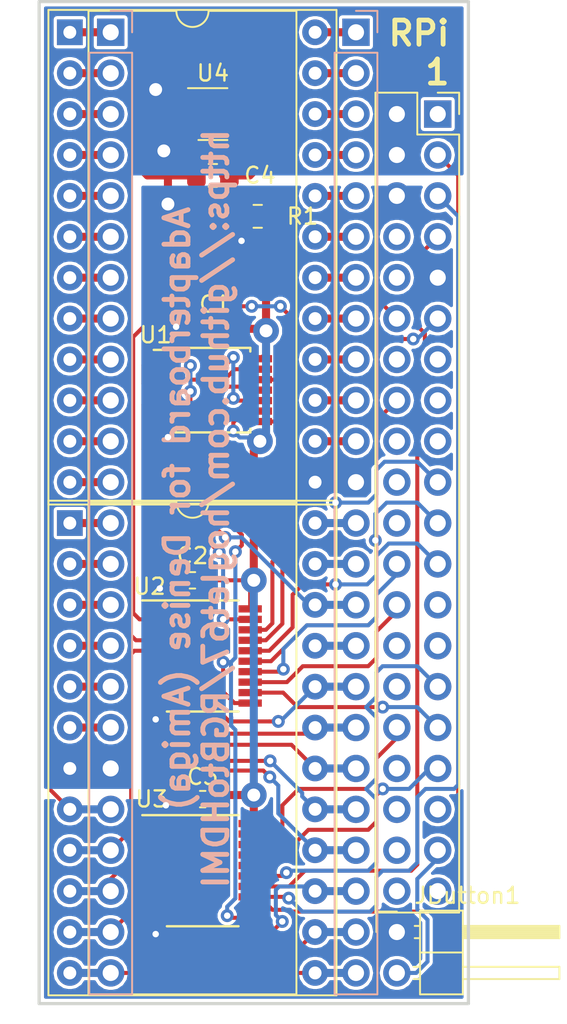
<source format=kicad_pcb>
(kicad_pcb (version 20171130) (host pcbnew "(5.0.0)")

  (general
    (thickness 1.6)
    (drawings 6)
    (tracks 498)
    (zones 0)
    (modules 15)
    (nets 93)
  )

  (page A4)
  (layers
    (0 F.Cu signal)
    (31 B.Cu signal)
    (32 B.Adhes user)
    (33 F.Adhes user)
    (34 B.Paste user)
    (35 F.Paste user)
    (36 B.SilkS user hide)
    (37 F.SilkS user hide)
    (38 B.Mask user)
    (39 F.Mask user)
    (40 Dwgs.User user)
    (41 Cmts.User user)
    (42 Eco1.User user)
    (43 Eco2.User user)
    (44 Edge.Cuts user)
    (45 Margin user)
    (46 B.CrtYd user)
    (47 F.CrtYd user)
    (48 B.Fab user)
    (49 F.Fab user)
  )

  (setup
    (last_trace_width 0.25)
    (user_trace_width 0.5)
    (trace_clearance 0.2)
    (zone_clearance 0.508)
    (zone_45_only no)
    (trace_min 0.2)
    (segment_width 0.2)
    (edge_width 0.15)
    (via_size 0.8)
    (via_drill 0.4)
    (via_min_size 0.4)
    (via_min_drill 0.3)
    (user_via 1.6 0.8)
    (uvia_size 0.3)
    (uvia_drill 0.1)
    (uvias_allowed no)
    (uvia_min_size 0.2)
    (uvia_min_drill 0.1)
    (pcb_text_width 0.3)
    (pcb_text_size 1.5 1.5)
    (mod_edge_width 0.15)
    (mod_text_size 1 1)
    (mod_text_width 0.15)
    (pad_size 1.524 1.524)
    (pad_drill 0.762)
    (pad_to_mask_clearance 0.2)
    (aux_axis_origin 0 0)
    (visible_elements 7FFFFFFF)
    (pcbplotparams
      (layerselection 0x010fc_ffffffff)
      (usegerberextensions false)
      (usegerberattributes false)
      (usegerberadvancedattributes false)
      (creategerberjobfile false)
      (excludeedgelayer true)
      (linewidth 0.100000)
      (plotframeref false)
      (viasonmask false)
      (mode 1)
      (useauxorigin false)
      (hpglpennumber 1)
      (hpglpenspeed 20)
      (hpglpendiameter 15.000000)
      (psnegative false)
      (psa4output false)
      (plotreference true)
      (plotvalue true)
      (plotinvisibletext false)
      (padsonsilk false)
      (subtractmaskfromsilk false)
      (outputformat 1)
      (mirror false)
      (drillshape 1)
      (scaleselection 1)
      (outputdirectory ""))
  )

  (net 0 "")
  (net 1 GND)
  (net 2 +3V3)
  (net 3 /B0)
  (net 4 /R3)
  (net 5 /R2)
  (net 6 /R1)
  (net 7 /R0)
  (net 8 +5V)
  (net 9 "Net-(JDenise1-Pad18)")
  (net 10 "Net-(JDenise1-Pad17)")
  (net 11 "Net-(JDenise1-Pad16)")
  (net 12 "Net-(JDenise1-Pad15)")
  (net 13 "Net-(JDenise1-Pad14)")
  (net 14 "Net-(JDenise1-Pad12)")
  (net 15 "Net-(JDenise1-Pad11)")
  (net 16 /CDAC)
  (net 17 "Net-(JDenise1-Pad10)")
  (net 18 "Net-(JDenise1-Pad9)")
  (net 19 /CSYNC)
  (net 20 "Net-(JDenise1-Pad8)")
  (net 21 /G3)
  (net 22 "Net-(JDenise1-Pad7)")
  (net 23 /G2)
  (net 24 "Net-(JDenise1-Pad6)")
  (net 25 /G1)
  (net 26 "Net-(JDenise1-Pad5)")
  (net 27 /G0)
  (net 28 "Net-(JDenise1-Pad4)")
  (net 29 /B3)
  (net 30 "Net-(JDenise1-Pad3)")
  (net 31 /B2)
  (net 32 "Net-(JDenise1-Pad2)")
  (net 33 /B1)
  (net 34 "Net-(JDenise1-Pad1)")
  (net 35 "Net-(JRaspberryPiZero1-Pad1)")
  (net 36 /PiCLK)
  (net 37 /PiCSYNC)
  (net 38 /PiR3)
  (net 39 /PiR2)
  (net 40 /PiR1)
  (net 41 "Net-(JRaspberryPiZero1-Pad13)")
  (net 42 /PiR0)
  (net 43 "Net-(JRaspberryPiZero1-Pad17)")
  (net 44 /PiG3)
  (net 45 /PiG2)
  (net 46 /PiG1)
  (net 47 /PiG0)
  (net 48 /PiB3)
  (net 49 /PiB2)
  (net 50 /PiB1)
  (net 51 /PiB0)
  (net 52 "Net-(U4-Pad4)")
  (net 53 "Net-(JRaspberryPiZero1-Pad8)")
  (net 54 "Net-(JRaspberryPiZero1-Pad10)")
  (net 55 "Net-(JRaspberryPiZero1-Pad12)")
  (net 56 "Net-(JRaspberryPiZero1-Pad18)")
  (net 57 "Net-(JRaspberryPiZero1-Pad22)")
  (net 58 "Net-(U1-Pad10)")
  (net 59 "Net-(U1-Pad11)")
  (net 60 "Net-(JRaspberryPiZero1-Pad14)")
  (net 61 "Net-(JRaspberryPiZero1-Pad15)")
  (net 62 "Net-(JRaspberryPiZero1-Pad20)")
  (net 63 "Net-(JRaspberryPiZero1-Pad25)")
  (net 64 "Net-(JRaspberryPiZero1-Pad27)")
  (net 65 "Net-(JRaspberryPiZero1-Pad28)")
  (net 66 "Net-(JRaspberryPiZero1-Pad30)")
  (net 67 "Net-(JRaspberryPiZero1-Pad34)")
  (net 68 "Net-(JRaspberryPiZero1-Pad39)")
  (net 69 "Net-(JRaspberryPiZero1-Pad40)")
  (net 70 "Net-(JDenise1-Pad19)")
  (net 71 "Net-(JDenise1-Pad20)")
  (net 72 "Net-(JDenise1-Pad21)")
  (net 73 "Net-(JDenise1-Pad22)")
  (net 74 "Net-(JDenise1-Pad23)")
  (net 75 "Net-(JDenise1-Pad24)")
  (net 76 "Net-(JDenise2-Pad24)")
  (net 77 "Net-(JDenise2-Pad23)")
  (net 78 "Net-(JDenise2-Pad21)")
  (net 79 "Net-(JDenise2-Pad6)")
  (net 80 "Net-(JDenise2-Pad5)")
  (net 81 "Net-(JDenise2-Pad4)")
  (net 82 "Net-(JDenise2-Pad3)")
  (net 83 "Net-(JDenise2-Pad2)")
  (net 84 "Net-(JDenise2-Pad1)")
  (net 85 "Net-(JRaspberryPiZero1-Pad35)")
  (net 86 "Net-(JRaspberryPiZero1-Pad36)")
  (net 87 "Net-(JRaspberryPiZero1-Pad38)")
  (net 88 "Net-(U3-Pad18)")
  (net 89 "Net-(U3-Pad19)")
  (net 90 "Net-(JButton1-Pad2)")
  (net 91 "Net-(U1-Pad2)")
  (net 92 "Net-(U1-Pad5)")

  (net_class Default "Dies ist die voreingestellte Netzklasse."
    (clearance 0.2)
    (trace_width 0.25)
    (via_dia 0.8)
    (via_drill 0.4)
    (uvia_dia 0.3)
    (uvia_drill 0.1)
    (add_net +3V3)
    (add_net +5V)
    (add_net /B0)
    (add_net /B1)
    (add_net /B2)
    (add_net /B3)
    (add_net /CDAC)
    (add_net /CSYNC)
    (add_net /G0)
    (add_net /G1)
    (add_net /G2)
    (add_net /G3)
    (add_net /PiB0)
    (add_net /PiB1)
    (add_net /PiB2)
    (add_net /PiB3)
    (add_net /PiCLK)
    (add_net /PiCSYNC)
    (add_net /PiG0)
    (add_net /PiG1)
    (add_net /PiG2)
    (add_net /PiG3)
    (add_net /PiR0)
    (add_net /PiR1)
    (add_net /PiR2)
    (add_net /PiR3)
    (add_net /R0)
    (add_net /R1)
    (add_net /R2)
    (add_net /R3)
    (add_net GND)
    (add_net "Net-(JButton1-Pad2)")
    (add_net "Net-(JDenise1-Pad1)")
    (add_net "Net-(JDenise1-Pad10)")
    (add_net "Net-(JDenise1-Pad11)")
    (add_net "Net-(JDenise1-Pad12)")
    (add_net "Net-(JDenise1-Pad14)")
    (add_net "Net-(JDenise1-Pad15)")
    (add_net "Net-(JDenise1-Pad16)")
    (add_net "Net-(JDenise1-Pad17)")
    (add_net "Net-(JDenise1-Pad18)")
    (add_net "Net-(JDenise1-Pad19)")
    (add_net "Net-(JDenise1-Pad2)")
    (add_net "Net-(JDenise1-Pad20)")
    (add_net "Net-(JDenise1-Pad21)")
    (add_net "Net-(JDenise1-Pad22)")
    (add_net "Net-(JDenise1-Pad23)")
    (add_net "Net-(JDenise1-Pad24)")
    (add_net "Net-(JDenise1-Pad3)")
    (add_net "Net-(JDenise1-Pad4)")
    (add_net "Net-(JDenise1-Pad5)")
    (add_net "Net-(JDenise1-Pad6)")
    (add_net "Net-(JDenise1-Pad7)")
    (add_net "Net-(JDenise1-Pad8)")
    (add_net "Net-(JDenise1-Pad9)")
    (add_net "Net-(JDenise2-Pad1)")
    (add_net "Net-(JDenise2-Pad2)")
    (add_net "Net-(JDenise2-Pad21)")
    (add_net "Net-(JDenise2-Pad23)")
    (add_net "Net-(JDenise2-Pad24)")
    (add_net "Net-(JDenise2-Pad3)")
    (add_net "Net-(JDenise2-Pad4)")
    (add_net "Net-(JDenise2-Pad5)")
    (add_net "Net-(JDenise2-Pad6)")
    (add_net "Net-(JRaspberryPiZero1-Pad1)")
    (add_net "Net-(JRaspberryPiZero1-Pad10)")
    (add_net "Net-(JRaspberryPiZero1-Pad12)")
    (add_net "Net-(JRaspberryPiZero1-Pad13)")
    (add_net "Net-(JRaspberryPiZero1-Pad14)")
    (add_net "Net-(JRaspberryPiZero1-Pad15)")
    (add_net "Net-(JRaspberryPiZero1-Pad17)")
    (add_net "Net-(JRaspberryPiZero1-Pad18)")
    (add_net "Net-(JRaspberryPiZero1-Pad20)")
    (add_net "Net-(JRaspberryPiZero1-Pad22)")
    (add_net "Net-(JRaspberryPiZero1-Pad25)")
    (add_net "Net-(JRaspberryPiZero1-Pad27)")
    (add_net "Net-(JRaspberryPiZero1-Pad28)")
    (add_net "Net-(JRaspberryPiZero1-Pad30)")
    (add_net "Net-(JRaspberryPiZero1-Pad34)")
    (add_net "Net-(JRaspberryPiZero1-Pad35)")
    (add_net "Net-(JRaspberryPiZero1-Pad36)")
    (add_net "Net-(JRaspberryPiZero1-Pad38)")
    (add_net "Net-(JRaspberryPiZero1-Pad39)")
    (add_net "Net-(JRaspberryPiZero1-Pad40)")
    (add_net "Net-(JRaspberryPiZero1-Pad8)")
    (add_net "Net-(U1-Pad10)")
    (add_net "Net-(U1-Pad11)")
    (add_net "Net-(U1-Pad2)")
    (add_net "Net-(U1-Pad5)")
    (add_net "Net-(U3-Pad18)")
    (add_net "Net-(U3-Pad19)")
    (add_net "Net-(U4-Pad4)")
  )

  (module Connector_PinHeader_2.54mm:PinHeader_1x24_P2.54mm_Vertical (layer B.Cu) (tedit 5F2BF7EC) (tstamp 5F3821ED)
    (at 119.38 60.96 180)
    (descr "Through hole straight pin header, 1x24, 2.54mm pitch, single row")
    (tags "Through hole pin header THT 1x24 2.54mm single row")
    (path /5F2D2DFE)
    (fp_text reference JMainBoard1 (at 0 2.33 180) (layer B.SilkS) hide
      (effects (font (size 1 1) (thickness 0.15)) (justify mirror))
    )
    (fp_text value Conn_01x24 (at 0 -60.75 180) (layer B.Fab)
      (effects (font (size 1 1) (thickness 0.15)) (justify mirror))
    )
    (fp_line (start -0.635 1.27) (end 1.27 1.27) (layer B.Fab) (width 0.1))
    (fp_line (start 1.27 1.27) (end 1.27 -59.69) (layer B.Fab) (width 0.1))
    (fp_line (start 1.27 -59.69) (end -1.27 -59.69) (layer B.Fab) (width 0.1))
    (fp_line (start -1.27 -59.69) (end -1.27 0.635) (layer B.Fab) (width 0.1))
    (fp_line (start -1.27 0.635) (end -0.635 1.27) (layer B.Fab) (width 0.1))
    (fp_line (start -1.33 -59.75) (end 1.33 -59.75) (layer B.SilkS) (width 0.12))
    (fp_line (start -1.33 -1.27) (end -1.33 -59.75) (layer B.SilkS) (width 0.12))
    (fp_line (start 1.33 -1.27) (end 1.33 -59.75) (layer B.SilkS) (width 0.12))
    (fp_line (start -1.33 -1.27) (end 1.33 -1.27) (layer B.SilkS) (width 0.12))
    (fp_line (start -1.33 0) (end -1.33 1.33) (layer B.SilkS) (width 0.12))
    (fp_line (start -1.33 1.33) (end 0 1.33) (layer B.SilkS) (width 0.12))
    (fp_line (start -1.8 1.8) (end -1.8 -60.2) (layer B.CrtYd) (width 0.05))
    (fp_line (start -1.8 -60.2) (end 1.8 -60.2) (layer B.CrtYd) (width 0.05))
    (fp_line (start 1.8 -60.2) (end 1.8 1.8) (layer B.CrtYd) (width 0.05))
    (fp_line (start 1.8 1.8) (end -1.8 1.8) (layer B.CrtYd) (width 0.05))
    (fp_text user %R (at 0 -29.21 90) (layer B.Fab)
      (effects (font (size 1 1) (thickness 0.15)) (justify mirror))
    )
    (pad 1 thru_hole rect (at 0 0 180) (size 1.7 1.7) (drill 1) (layers *.Cu *.Mask)
      (net 34 "Net-(JDenise1-Pad1)"))
    (pad 2 thru_hole oval (at 0 -2.54 180) (size 1.7 1.7) (drill 1) (layers *.Cu *.Mask)
      (net 32 "Net-(JDenise1-Pad2)"))
    (pad 3 thru_hole oval (at 0 -5.08 180) (size 1.7 1.7) (drill 1) (layers *.Cu *.Mask)
      (net 30 "Net-(JDenise1-Pad3)"))
    (pad 4 thru_hole oval (at 0 -7.62 180) (size 1.7 1.7) (drill 1) (layers *.Cu *.Mask)
      (net 28 "Net-(JDenise1-Pad4)"))
    (pad 5 thru_hole oval (at 0 -10.16 180) (size 1.7 1.7) (drill 1) (layers *.Cu *.Mask)
      (net 26 "Net-(JDenise1-Pad5)"))
    (pad 6 thru_hole oval (at 0 -12.7 180) (size 1.7 1.7) (drill 1) (layers *.Cu *.Mask)
      (net 24 "Net-(JDenise1-Pad6)"))
    (pad 7 thru_hole oval (at 0 -15.24 180) (size 1.7 1.7) (drill 1) (layers *.Cu *.Mask)
      (net 22 "Net-(JDenise1-Pad7)"))
    (pad 8 thru_hole oval (at 0 -17.78 180) (size 1.7 1.7) (drill 1) (layers *.Cu *.Mask)
      (net 20 "Net-(JDenise1-Pad8)"))
    (pad 9 thru_hole oval (at 0 -20.32 180) (size 1.7 1.7) (drill 1) (layers *.Cu *.Mask)
      (net 18 "Net-(JDenise1-Pad9)"))
    (pad 10 thru_hole oval (at 0 -22.86 180) (size 1.7 1.7) (drill 1) (layers *.Cu *.Mask)
      (net 17 "Net-(JDenise1-Pad10)"))
    (pad 11 thru_hole oval (at 0 -25.4 180) (size 1.7 1.7) (drill 1) (layers *.Cu *.Mask)
      (net 15 "Net-(JDenise1-Pad11)"))
    (pad 12 thru_hole oval (at 0 -27.94 180) (size 1.7 1.7) (drill 1) (layers *.Cu *.Mask)
      (net 14 "Net-(JDenise1-Pad12)"))
    (pad 13 thru_hole oval (at 0 -30.48 180) (size 1.7 1.7) (drill 1) (layers *.Cu *.Mask)
      (net 84 "Net-(JDenise2-Pad1)"))
    (pad 14 thru_hole oval (at 0 -33.02 180) (size 1.7 1.7) (drill 1) (layers *.Cu *.Mask)
      (net 83 "Net-(JDenise2-Pad2)"))
    (pad 15 thru_hole oval (at 0 -35.56 180) (size 1.7 1.7) (drill 1) (layers *.Cu *.Mask)
      (net 82 "Net-(JDenise2-Pad3)"))
    (pad 16 thru_hole oval (at 0 -38.1 180) (size 1.7 1.7) (drill 1) (layers *.Cu *.Mask)
      (net 81 "Net-(JDenise2-Pad4)"))
    (pad 17 thru_hole oval (at 0 -40.64 180) (size 1.7 1.7) (drill 1) (layers *.Cu *.Mask)
      (net 80 "Net-(JDenise2-Pad5)"))
    (pad 18 thru_hole oval (at 0 -43.18 180) (size 1.7 1.7) (drill 1) (layers *.Cu *.Mask)
      (net 79 "Net-(JDenise2-Pad6)"))
    (pad 19 thru_hole oval (at 0 -45.72 180) (size 1.7 1.7) (drill 1) (layers *.Cu *.Mask)
      (net 8 +5V))
    (pad 20 thru_hole oval (at 0 -48.26 180) (size 1.7 1.7) (drill 1) (layers *.Cu *.Mask)
      (net 7 /R0))
    (pad 21 thru_hole oval (at 0 -50.8 180) (size 1.7 1.7) (drill 1) (layers *.Cu *.Mask)
      (net 6 /R1))
    (pad 22 thru_hole oval (at 0 -53.34 180) (size 1.7 1.7) (drill 1) (layers *.Cu *.Mask)
      (net 5 /R2))
    (pad 23 thru_hole oval (at 0 -55.88 180) (size 1.7 1.7) (drill 1) (layers *.Cu *.Mask)
      (net 4 /R3))
    (pad 24 thru_hole oval (at 0 -58.42 180) (size 1.7 1.7) (drill 1) (layers *.Cu *.Mask)
      (net 3 /B0))
    (model ${KISYS3DMOD}/Connector_PinHeader_2.54mm.3dshapes/PinHeader_1x24_P2.54mm_Vertical.wrl
      (at (xyz 0 0 0))
      (scale (xyz 1 1 1))
      (rotate (xyz 0 0 0))
    )
  )

  (module Capacitor_SMD:C_0603_1608Metric_Pad1.05x0.95mm_HandSolder (layer F.Cu) (tedit 5B301BBE) (tstamp 5F36E99F)
    (at 125.73 79.375 180)
    (descr "Capacitor SMD 0603 (1608 Metric), square (rectangular) end terminal, IPC_7351 nominal with elongated pad for handsoldering. (Body size source: http://www.tortai-tech.com/upload/download/2011102023233369053.pdf), generated with kicad-footprint-generator")
    (tags "capacitor handsolder")
    (path /5FE10161)
    (attr smd)
    (fp_text reference C1 (at -0.127 1.524 180) (layer F.SilkS)
      (effects (font (size 1 1) (thickness 0.15)))
    )
    (fp_text value 100nF (at 0 1.43 180) (layer F.Fab)
      (effects (font (size 1 1) (thickness 0.15)))
    )
    (fp_text user %R (at 0 0 180) (layer F.Fab)
      (effects (font (size 0.4 0.4) (thickness 0.06)))
    )
    (fp_line (start 1.65 0.73) (end -1.65 0.73) (layer F.CrtYd) (width 0.05))
    (fp_line (start 1.65 -0.73) (end 1.65 0.73) (layer F.CrtYd) (width 0.05))
    (fp_line (start -1.65 -0.73) (end 1.65 -0.73) (layer F.CrtYd) (width 0.05))
    (fp_line (start -1.65 0.73) (end -1.65 -0.73) (layer F.CrtYd) (width 0.05))
    (fp_line (start -0.171267 0.51) (end 0.171267 0.51) (layer F.SilkS) (width 0.12))
    (fp_line (start -0.171267 -0.51) (end 0.171267 -0.51) (layer F.SilkS) (width 0.12))
    (fp_line (start 0.8 0.4) (end -0.8 0.4) (layer F.Fab) (width 0.1))
    (fp_line (start 0.8 -0.4) (end 0.8 0.4) (layer F.Fab) (width 0.1))
    (fp_line (start -0.8 -0.4) (end 0.8 -0.4) (layer F.Fab) (width 0.1))
    (fp_line (start -0.8 0.4) (end -0.8 -0.4) (layer F.Fab) (width 0.1))
    (pad 2 smd roundrect (at 0.875 0 180) (size 1.05 0.95) (layers F.Cu F.Paste F.Mask) (roundrect_rratio 0.25)
      (net 1 GND))
    (pad 1 smd roundrect (at -0.875 0 180) (size 1.05 0.95) (layers F.Cu F.Paste F.Mask) (roundrect_rratio 0.25)
      (net 2 +3V3))
    (model ${KISYS3DMOD}/Capacitor_SMD.3dshapes/C_0603_1608Metric.wrl
      (at (xyz 0 0 0))
      (scale (xyz 1 1 1))
      (rotate (xyz 0 0 0))
    )
  )

  (module Capacitor_SMD:C_0603_1608Metric_Pad1.05x0.95mm_HandSolder (layer F.Cu) (tedit 5B301BBE) (tstamp 5F372961)
    (at 124.46 94.996 180)
    (descr "Capacitor SMD 0603 (1608 Metric), square (rectangular) end terminal, IPC_7351 nominal with elongated pad for handsoldering. (Body size source: http://www.tortai-tech.com/upload/download/2011102023233369053.pdf), generated with kicad-footprint-generator")
    (tags "capacitor handsolder")
    (path /5FE101EB)
    (attr smd)
    (fp_text reference C2 (at 0 1.524 180) (layer F.SilkS)
      (effects (font (size 1 1) (thickness 0.15)))
    )
    (fp_text value 100nF (at 0 1.43 180) (layer F.Fab)
      (effects (font (size 1 1) (thickness 0.15)))
    )
    (fp_line (start -0.8 0.4) (end -0.8 -0.4) (layer F.Fab) (width 0.1))
    (fp_line (start -0.8 -0.4) (end 0.8 -0.4) (layer F.Fab) (width 0.1))
    (fp_line (start 0.8 -0.4) (end 0.8 0.4) (layer F.Fab) (width 0.1))
    (fp_line (start 0.8 0.4) (end -0.8 0.4) (layer F.Fab) (width 0.1))
    (fp_line (start -0.171267 -0.51) (end 0.171267 -0.51) (layer F.SilkS) (width 0.12))
    (fp_line (start -0.171267 0.51) (end 0.171267 0.51) (layer F.SilkS) (width 0.12))
    (fp_line (start -1.65 0.73) (end -1.65 -0.73) (layer F.CrtYd) (width 0.05))
    (fp_line (start -1.65 -0.73) (end 1.65 -0.73) (layer F.CrtYd) (width 0.05))
    (fp_line (start 1.65 -0.73) (end 1.65 0.73) (layer F.CrtYd) (width 0.05))
    (fp_line (start 1.65 0.73) (end -1.65 0.73) (layer F.CrtYd) (width 0.05))
    (fp_text user %R (at 0 0 180) (layer F.Fab)
      (effects (font (size 0.4 0.4) (thickness 0.06)))
    )
    (pad 1 smd roundrect (at -0.875 0 180) (size 1.05 0.95) (layers F.Cu F.Paste F.Mask) (roundrect_rratio 0.25)
      (net 2 +3V3))
    (pad 2 smd roundrect (at 0.875 0 180) (size 1.05 0.95) (layers F.Cu F.Paste F.Mask) (roundrect_rratio 0.25)
      (net 1 GND))
    (model ${KISYS3DMOD}/Capacitor_SMD.3dshapes/C_0603_1608Metric.wrl
      (at (xyz 0 0 0))
      (scale (xyz 1 1 1))
      (rotate (xyz 0 0 0))
    )
  )

  (module Capacitor_SMD:C_0603_1608Metric_Pad1.05x0.95mm_HandSolder (layer F.Cu) (tedit 5B301BBE) (tstamp 5F36E9C1)
    (at 125.095 108.585 180)
    (descr "Capacitor SMD 0603 (1608 Metric), square (rectangular) end terminal, IPC_7351 nominal with elongated pad for handsoldering. (Body size source: http://www.tortai-tech.com/upload/download/2011102023233369053.pdf), generated with kicad-footprint-generator")
    (tags "capacitor handsolder")
    (path /5FE1049B)
    (attr smd)
    (fp_text reference C3 (at 0 1.397 180) (layer F.SilkS)
      (effects (font (size 1 1) (thickness 0.15)))
    )
    (fp_text value 100nF (at 0 1.43 180) (layer F.Fab)
      (effects (font (size 1 1) (thickness 0.15)))
    )
    (fp_text user %R (at 0 0 180) (layer F.Fab)
      (effects (font (size 0.4 0.4) (thickness 0.06)))
    )
    (fp_line (start 1.65 0.73) (end -1.65 0.73) (layer F.CrtYd) (width 0.05))
    (fp_line (start 1.65 -0.73) (end 1.65 0.73) (layer F.CrtYd) (width 0.05))
    (fp_line (start -1.65 -0.73) (end 1.65 -0.73) (layer F.CrtYd) (width 0.05))
    (fp_line (start -1.65 0.73) (end -1.65 -0.73) (layer F.CrtYd) (width 0.05))
    (fp_line (start -0.171267 0.51) (end 0.171267 0.51) (layer F.SilkS) (width 0.12))
    (fp_line (start -0.171267 -0.51) (end 0.171267 -0.51) (layer F.SilkS) (width 0.12))
    (fp_line (start 0.8 0.4) (end -0.8 0.4) (layer F.Fab) (width 0.1))
    (fp_line (start 0.8 -0.4) (end 0.8 0.4) (layer F.Fab) (width 0.1))
    (fp_line (start -0.8 -0.4) (end 0.8 -0.4) (layer F.Fab) (width 0.1))
    (fp_line (start -0.8 0.4) (end -0.8 -0.4) (layer F.Fab) (width 0.1))
    (pad 2 smd roundrect (at 0.875 0 180) (size 1.05 0.95) (layers F.Cu F.Paste F.Mask) (roundrect_rratio 0.25)
      (net 1 GND))
    (pad 1 smd roundrect (at -0.875 0 180) (size 1.05 0.95) (layers F.Cu F.Paste F.Mask) (roundrect_rratio 0.25)
      (net 2 +3V3))
    (model ${KISYS3DMOD}/Capacitor_SMD.3dshapes/C_0603_1608Metric.wrl
      (at (xyz 0 0 0))
      (scale (xyz 1 1 1))
      (rotate (xyz 0 0 0))
    )
  )

  (module Package_SO:TSSOP-14_4.4x5mm_P0.65mm (layer F.Cu) (tedit 5A02F25C) (tstamp 5F382C8B)
    (at 125.73 83.185)
    (descr "14-Lead Plastic Thin Shrink Small Outline (ST)-4.4 mm Body [TSSOP] (see Microchip Packaging Specification 00000049BS.pdf)")
    (tags "SSOP 0.65")
    (path /5F56435F)
    (attr smd)
    (fp_text reference U1 (at -3.556 -3.429) (layer F.SilkS)
      (effects (font (size 1 1) (thickness 0.15)))
    )
    (fp_text value 74LVC86 (at 0 3.55) (layer F.Fab)
      (effects (font (size 1 1) (thickness 0.15)))
    )
    (fp_line (start -1.2 -2.5) (end 2.2 -2.5) (layer F.Fab) (width 0.15))
    (fp_line (start 2.2 -2.5) (end 2.2 2.5) (layer F.Fab) (width 0.15))
    (fp_line (start 2.2 2.5) (end -2.2 2.5) (layer F.Fab) (width 0.15))
    (fp_line (start -2.2 2.5) (end -2.2 -1.5) (layer F.Fab) (width 0.15))
    (fp_line (start -2.2 -1.5) (end -1.2 -2.5) (layer F.Fab) (width 0.15))
    (fp_line (start -3.95 -2.8) (end -3.95 2.8) (layer F.CrtYd) (width 0.05))
    (fp_line (start 3.95 -2.8) (end 3.95 2.8) (layer F.CrtYd) (width 0.05))
    (fp_line (start -3.95 -2.8) (end 3.95 -2.8) (layer F.CrtYd) (width 0.05))
    (fp_line (start -3.95 2.8) (end 3.95 2.8) (layer F.CrtYd) (width 0.05))
    (fp_line (start -2.325 -2.625) (end -2.325 -2.5) (layer F.SilkS) (width 0.15))
    (fp_line (start 2.325 -2.625) (end 2.325 -2.4) (layer F.SilkS) (width 0.15))
    (fp_line (start 2.325 2.625) (end 2.325 2.4) (layer F.SilkS) (width 0.15))
    (fp_line (start -2.325 2.625) (end -2.325 2.4) (layer F.SilkS) (width 0.15))
    (fp_line (start -2.325 -2.625) (end 2.325 -2.625) (layer F.SilkS) (width 0.15))
    (fp_line (start -2.325 2.625) (end 2.325 2.625) (layer F.SilkS) (width 0.15))
    (fp_line (start -2.325 -2.5) (end -3.675 -2.5) (layer F.SilkS) (width 0.15))
    (fp_text user %R (at 0 0) (layer F.Fab)
      (effects (font (size 0.8 0.8) (thickness 0.15)))
    )
    (pad 1 smd rect (at -2.95 -1.95) (size 1.45 0.45) (layers F.Cu F.Paste F.Mask)
      (net 2 +3V3))
    (pad 2 smd rect (at -2.95 -1.3) (size 1.45 0.45) (layers F.Cu F.Paste F.Mask)
      (net 91 "Net-(U1-Pad2)"))
    (pad 3 smd rect (at -2.95 -0.65) (size 1.45 0.45) (layers F.Cu F.Paste F.Mask)
      (net 58 "Net-(U1-Pad10)"))
    (pad 4 smd rect (at -2.95 0) (size 1.45 0.45) (layers F.Cu F.Paste F.Mask)
      (net 2 +3V3))
    (pad 5 smd rect (at -2.95 0.65) (size 1.45 0.45) (layers F.Cu F.Paste F.Mask)
      (net 92 "Net-(U1-Pad5)"))
    (pad 6 smd rect (at -2.95 1.3) (size 1.45 0.45) (layers F.Cu F.Paste F.Mask)
      (net 91 "Net-(U1-Pad2)"))
    (pad 7 smd rect (at -2.95 1.95) (size 1.45 0.45) (layers F.Cu F.Paste F.Mask)
      (net 1 GND))
    (pad 8 smd rect (at 2.95 1.95) (size 1.45 0.45) (layers F.Cu F.Paste F.Mask)
      (net 36 /PiCLK))
    (pad 9 smd rect (at 2.95 1.3) (size 1.45 0.45) (layers F.Cu F.Paste F.Mask)
      (net 2 +3V3))
    (pad 10 smd rect (at 2.95 0.65) (size 1.45 0.45) (layers F.Cu F.Paste F.Mask)
      (net 58 "Net-(U1-Pad10)"))
    (pad 11 smd rect (at 2.95 0) (size 1.45 0.45) (layers F.Cu F.Paste F.Mask)
      (net 59 "Net-(U1-Pad11)"))
    (pad 12 smd rect (at 2.95 -0.65) (size 1.45 0.45) (layers F.Cu F.Paste F.Mask)
      (net 36 /PiCLK))
    (pad 13 smd rect (at 2.95 -1.3) (size 1.45 0.45) (layers F.Cu F.Paste F.Mask)
      (net 16 /CDAC))
    (pad 14 smd rect (at 2.95 -1.95) (size 1.45 0.45) (layers F.Cu F.Paste F.Mask)
      (net 2 +3V3))
    (model ${KISYS3DMOD}/Package_SO.3dshapes/TSSOP-14_4.4x5mm_P0.65mm.wrl
      (at (xyz 0 0 0))
      (scale (xyz 1 1 1))
      (rotate (xyz 0 0 0))
    )
  )

  (module Package_SO:TSSOP-20_4.4x6.5mm_P0.65mm (layer F.Cu) (tedit 5A02F25C) (tstamp 5F36EBA1)
    (at 125.095 99.695)
    (descr "20-Lead Plastic Thin Shrink Small Outline (ST)-4.4 mm Body [TSSOP] (see Microchip Packaging Specification 00000049BS.pdf)")
    (tags "SSOP 0.65")
    (path /5F56462A)
    (attr smd)
    (fp_text reference U2 (at -3.302 -4.318) (layer F.SilkS)
      (effects (font (size 1 1) (thickness 0.15)))
    )
    (fp_text value 74LVC574 (at 0 4.3) (layer F.Fab)
      (effects (font (size 1 1) (thickness 0.15)))
    )
    (fp_text user %R (at 0 0) (layer F.Fab)
      (effects (font (size 0.8 0.8) (thickness 0.15)))
    )
    (fp_line (start -3.75 -3.45) (end 2.225 -3.45) (layer F.SilkS) (width 0.15))
    (fp_line (start -2.225 3.45) (end 2.225 3.45) (layer F.SilkS) (width 0.15))
    (fp_line (start -3.95 3.55) (end 3.95 3.55) (layer F.CrtYd) (width 0.05))
    (fp_line (start -3.95 -3.55) (end 3.95 -3.55) (layer F.CrtYd) (width 0.05))
    (fp_line (start 3.95 -3.55) (end 3.95 3.55) (layer F.CrtYd) (width 0.05))
    (fp_line (start -3.95 -3.55) (end -3.95 3.55) (layer F.CrtYd) (width 0.05))
    (fp_line (start -2.2 -2.25) (end -1.2 -3.25) (layer F.Fab) (width 0.15))
    (fp_line (start -2.2 3.25) (end -2.2 -2.25) (layer F.Fab) (width 0.15))
    (fp_line (start 2.2 3.25) (end -2.2 3.25) (layer F.Fab) (width 0.15))
    (fp_line (start 2.2 -3.25) (end 2.2 3.25) (layer F.Fab) (width 0.15))
    (fp_line (start -1.2 -3.25) (end 2.2 -3.25) (layer F.Fab) (width 0.15))
    (pad 20 smd rect (at 2.95 -2.925) (size 1.45 0.45) (layers F.Cu F.Paste F.Mask)
      (net 2 +3V3))
    (pad 19 smd rect (at 2.95 -2.275) (size 1.45 0.45) (layers F.Cu F.Paste F.Mask)
      (net 92 "Net-(U1-Pad5)"))
    (pad 18 smd rect (at 2.95 -1.625) (size 1.45 0.45) (layers F.Cu F.Paste F.Mask)
      (net 37 /PiCSYNC))
    (pad 17 smd rect (at 2.95 -0.975) (size 1.45 0.45) (layers F.Cu F.Paste F.Mask)
      (net 42 /PiR0))
    (pad 16 smd rect (at 2.95 -0.325) (size 1.45 0.45) (layers F.Cu F.Paste F.Mask)
      (net 40 /PiR1))
    (pad 15 smd rect (at 2.95 0.325) (size 1.45 0.45) (layers F.Cu F.Paste F.Mask)
      (net 44 /PiG3))
    (pad 14 smd rect (at 2.95 0.975) (size 1.45 0.45) (layers F.Cu F.Paste F.Mask)
      (net 45 /PiG2))
    (pad 13 smd rect (at 2.95 1.625) (size 1.45 0.45) (layers F.Cu F.Paste F.Mask)
      (net 46 /PiG1))
    (pad 12 smd rect (at 2.95 2.275) (size 1.45 0.45) (layers F.Cu F.Paste F.Mask)
      (net 47 /PiG0))
    (pad 11 smd rect (at 2.95 2.925) (size 1.45 0.45) (layers F.Cu F.Paste F.Mask)
      (net 59 "Net-(U1-Pad11)"))
    (pad 10 smd rect (at -2.95 2.925) (size 1.45 0.45) (layers F.Cu F.Paste F.Mask)
      (net 1 GND))
    (pad 9 smd rect (at -2.95 2.275) (size 1.45 0.45) (layers F.Cu F.Paste F.Mask)
      (net 27 /G0))
    (pad 8 smd rect (at -2.95 1.625) (size 1.45 0.45) (layers F.Cu F.Paste F.Mask)
      (net 25 /G1))
    (pad 7 smd rect (at -2.95 0.975) (size 1.45 0.45) (layers F.Cu F.Paste F.Mask)
      (net 23 /G2))
    (pad 6 smd rect (at -2.95 0.325) (size 1.45 0.45) (layers F.Cu F.Paste F.Mask)
      (net 21 /G3))
    (pad 5 smd rect (at -2.95 -0.325) (size 1.45 0.45) (layers F.Cu F.Paste F.Mask)
      (net 6 /R1))
    (pad 4 smd rect (at -2.95 -0.975) (size 1.45 0.45) (layers F.Cu F.Paste F.Mask)
      (net 7 /R0))
    (pad 3 smd rect (at -2.95 -1.625) (size 1.45 0.45) (layers F.Cu F.Paste F.Mask)
      (net 19 /CSYNC))
    (pad 2 smd rect (at -2.95 -2.275) (size 1.45 0.45) (layers F.Cu F.Paste F.Mask)
      (net 36 /PiCLK))
    (pad 1 smd rect (at -2.95 -2.925) (size 1.45 0.45) (layers F.Cu F.Paste F.Mask)
      (net 1 GND))
    (model ${KISYS3DMOD}/Package_SO.3dshapes/TSSOP-20_4.4x6.5mm_P0.65mm.wrl
      (at (xyz 0 0 0))
      (scale (xyz 1 1 1))
      (rotate (xyz 0 0 0))
    )
  )

  (module Package_SO:TSSOP-20_4.4x6.5mm_P0.65mm (layer F.Cu) (tedit 5F2BE6F9) (tstamp 5F383B17)
    (at 125.095 113.03)
    (descr "20-Lead Plastic Thin Shrink Small Outline (ST)-4.4 mm Body [TSSOP] (see Microchip Packaging Specification 00000049BS.pdf)")
    (tags "SSOP 0.65")
    (path /5F56452B)
    (attr smd)
    (fp_text reference U3 (at -3.175 -4.445) (layer F.SilkS)
      (effects (font (size 1 1) (thickness 0.15)))
    )
    (fp_text value 74LVC574 (at 0 4.3) (layer F.Fab)
      (effects (font (size 1 1) (thickness 0.15)))
    )
    (fp_line (start -1.2 -3.25) (end 2.2 -3.25) (layer F.Fab) (width 0.15))
    (fp_line (start 2.2 -3.25) (end 2.2 3.25) (layer F.Fab) (width 0.15))
    (fp_line (start 2.2 3.25) (end -2.2 3.25) (layer F.Fab) (width 0.15))
    (fp_line (start -2.2 3.25) (end -2.2 -2.25) (layer F.Fab) (width 0.15))
    (fp_line (start -2.2 -2.25) (end -1.2 -3.25) (layer F.Fab) (width 0.15))
    (fp_line (start -3.95 -3.55) (end -3.95 3.55) (layer F.CrtYd) (width 0.05))
    (fp_line (start 3.95 -3.55) (end 3.95 3.55) (layer F.CrtYd) (width 0.05))
    (fp_line (start -3.95 -3.55) (end 3.95 -3.55) (layer F.CrtYd) (width 0.05))
    (fp_line (start -3.95 3.55) (end 3.95 3.55) (layer F.CrtYd) (width 0.05))
    (fp_line (start -2.225 3.45) (end 2.225 3.45) (layer F.SilkS) (width 0.15))
    (fp_line (start -3.75 -3.45) (end 2.225 -3.45) (layer F.SilkS) (width 0.15))
    (fp_text user %R (at 0 0) (layer F.Fab)
      (effects (font (size 0.8 0.8) (thickness 0.15)))
    )
    (pad 1 smd rect (at -2.95 -2.925) (size 1.45 0.45) (layers F.Cu F.Paste F.Mask)
      (net 1 GND))
    (pad 2 smd rect (at -2.95 -2.275) (size 1.45 0.45) (layers F.Cu F.Paste F.Mask)
      (net 2 +3V3))
    (pad 3 smd rect (at -2.95 -1.625) (size 1.45 0.45) (layers F.Cu F.Paste F.Mask)
      (net 2 +3V3))
    (pad 4 smd rect (at -2.95 -0.975) (size 1.45 0.45) (layers F.Cu F.Paste F.Mask)
      (net 5 /R2))
    (pad 5 smd rect (at -2.95 -0.325) (size 1.45 0.45) (layers F.Cu F.Paste F.Mask)
      (net 4 /R3))
    (pad 6 smd rect (at -2.95 0.325) (size 1.45 0.45) (layers F.Cu F.Paste F.Mask)
      (net 29 /B3))
    (pad 7 smd rect (at -2.95 0.975) (size 1.45 0.45) (layers F.Cu F.Paste F.Mask)
      (net 31 /B2))
    (pad 8 smd rect (at -2.95 1.625) (size 1.45 0.45) (layers F.Cu F.Paste F.Mask)
      (net 33 /B1))
    (pad 9 smd rect (at -2.95 2.275) (size 1.45 0.45) (layers F.Cu F.Paste F.Mask)
      (net 3 /B0))
    (pad 10 smd rect (at -2.95 2.925) (size 1.45 0.45) (layers F.Cu F.Paste F.Mask)
      (net 1 GND))
    (pad 11 smd rect (at 2.95 2.925) (size 1.45 0.45) (layers F.Cu F.Paste F.Mask)
      (net 59 "Net-(U1-Pad11)"))
    (pad 12 smd rect (at 2.95 2.275) (size 1.45 0.45) (layers F.Cu F.Paste F.Mask)
      (net 51 /PiB0))
    (pad 13 smd rect (at 2.95 1.625) (size 1.45 0.45) (layers F.Cu F.Paste F.Mask)
      (net 50 /PiB1))
    (pad 14 smd rect (at 2.95 0.975) (size 1.45 0.45) (layers F.Cu F.Paste F.Mask)
      (net 49 /PiB2))
    (pad 15 smd rect (at 2.95 0.325) (size 1.45 0.45) (layers F.Cu F.Paste F.Mask)
      (net 48 /PiB3))
    (pad 16 smd rect (at 2.95 -0.325) (size 1.45 0.45) (layers F.Cu F.Paste F.Mask)
      (net 38 /PiR3))
    (pad 17 smd rect (at 2.95 -0.975) (size 1.45 0.45) (layers F.Cu F.Paste F.Mask)
      (net 39 /PiR2))
    (pad 18 smd rect (at 2.95 -1.625) (size 1.45 0.45) (layers F.Cu F.Paste F.Mask)
      (net 88 "Net-(U3-Pad18)"))
    (pad 19 smd rect (at 2.95 -2.275) (size 1.45 0.45) (layers F.Cu F.Paste F.Mask)
      (net 89 "Net-(U3-Pad19)"))
    (pad 20 smd rect (at 2.95 -2.925) (size 1.45 0.45) (layers F.Cu F.Paste F.Mask)
      (net 2 +3V3))
    (model ${KISYS3DMOD}/Package_SO.3dshapes/TSSOP-20_4.4x6.5mm_P0.65mm.wrl
      (at (xyz 0 0 0))
      (scale (xyz 1 1 1))
      (rotate (xyz 0 0 0))
    )
  )

  (module Package_TO_SOT_SMD:SOT-23-5_HandSoldering (layer F.Cu) (tedit 5A0AB76C) (tstamp 5F3856BC)
    (at 125.73 66.04)
    (descr "5-pin SOT23 package")
    (tags "SOT-23-5 hand-soldering")
    (path /5FD0A50A)
    (attr smd)
    (fp_text reference U4 (at 0 -2.54) (layer F.SilkS)
      (effects (font (size 1 1) (thickness 0.15)))
    )
    (fp_text value TLV74333PDBVR (at 0 2.9) (layer F.Fab)
      (effects (font (size 1 1) (thickness 0.15)))
    )
    (fp_text user %R (at 0 0 90) (layer F.Fab)
      (effects (font (size 0.5 0.5) (thickness 0.075)))
    )
    (fp_line (start -0.9 1.61) (end 0.9 1.61) (layer F.SilkS) (width 0.12))
    (fp_line (start 0.9 -1.61) (end -1.55 -1.61) (layer F.SilkS) (width 0.12))
    (fp_line (start -0.9 -0.9) (end -0.25 -1.55) (layer F.Fab) (width 0.1))
    (fp_line (start 0.9 -1.55) (end -0.25 -1.55) (layer F.Fab) (width 0.1))
    (fp_line (start -0.9 -0.9) (end -0.9 1.55) (layer F.Fab) (width 0.1))
    (fp_line (start 0.9 1.55) (end -0.9 1.55) (layer F.Fab) (width 0.1))
    (fp_line (start 0.9 -1.55) (end 0.9 1.55) (layer F.Fab) (width 0.1))
    (fp_line (start -2.38 -1.8) (end 2.38 -1.8) (layer F.CrtYd) (width 0.05))
    (fp_line (start -2.38 -1.8) (end -2.38 1.8) (layer F.CrtYd) (width 0.05))
    (fp_line (start 2.38 1.8) (end 2.38 -1.8) (layer F.CrtYd) (width 0.05))
    (fp_line (start 2.38 1.8) (end -2.38 1.8) (layer F.CrtYd) (width 0.05))
    (pad 1 smd rect (at -1.35 -0.95) (size 1.56 0.65) (layers F.Cu F.Paste F.Mask)
      (net 8 +5V))
    (pad 2 smd rect (at -1.35 0) (size 1.56 0.65) (layers F.Cu F.Paste F.Mask)
      (net 1 GND))
    (pad 3 smd rect (at -1.35 0.95) (size 1.56 0.65) (layers F.Cu F.Paste F.Mask)
      (net 8 +5V))
    (pad 4 smd rect (at 1.35 0.95) (size 1.56 0.65) (layers F.Cu F.Paste F.Mask)
      (net 52 "Net-(U4-Pad4)"))
    (pad 5 smd rect (at 1.35 -0.95) (size 1.56 0.65) (layers F.Cu F.Paste F.Mask)
      (net 2 +3V3))
    (model ${KISYS3DMOD}/Package_TO_SOT_SMD.3dshapes/SOT-23-5.wrl
      (at (xyz 0 0 0))
      (scale (xyz 1 1 1))
      (rotate (xyz 0 0 0))
    )
  )

  (module Connector_PinSocket_2.54mm:PinSocket_2x20_P2.54mm_Vertical (layer F.Cu) (tedit 5F2BF76F) (tstamp 5F36F6CB)
    (at 139.7 66.04)
    (descr "Through hole straight socket strip, 2x20, 2.54mm pitch, double cols (from Kicad 4.0.7), script generated")
    (tags "Through hole socket strip THT 2x20 2.54mm double row")
    (path /5F2A889B)
    (fp_text reference JRaspberryPiZero1 (at -1.27 -2.77) (layer F.SilkS) hide
      (effects (font (size 1 1) (thickness 0.15)))
    )
    (fp_text value Conn_02x20_Odd_Even (at -1.27 51.03) (layer F.Fab)
      (effects (font (size 1 1) (thickness 0.15)))
    )
    (fp_line (start -3.81 -1.27) (end 0.27 -1.27) (layer F.Fab) (width 0.1))
    (fp_line (start 0.27 -1.27) (end 1.27 -0.27) (layer F.Fab) (width 0.1))
    (fp_line (start 1.27 -0.27) (end 1.27 49.53) (layer F.Fab) (width 0.1))
    (fp_line (start 1.27 49.53) (end -3.81 49.53) (layer F.Fab) (width 0.1))
    (fp_line (start -3.81 49.53) (end -3.81 -1.27) (layer F.Fab) (width 0.1))
    (fp_line (start -3.87 -1.33) (end -1.27 -1.33) (layer F.SilkS) (width 0.12))
    (fp_line (start -3.87 -1.33) (end -3.87 49.59) (layer F.SilkS) (width 0.12))
    (fp_line (start -3.87 49.59) (end 1.33 49.59) (layer F.SilkS) (width 0.12))
    (fp_line (start 1.33 1.27) (end 1.33 49.59) (layer F.SilkS) (width 0.12))
    (fp_line (start -1.27 1.27) (end 1.33 1.27) (layer F.SilkS) (width 0.12))
    (fp_line (start -1.27 -1.33) (end -1.27 1.27) (layer F.SilkS) (width 0.12))
    (fp_line (start 1.33 -1.33) (end 1.33 0) (layer F.SilkS) (width 0.12))
    (fp_line (start 0 -1.33) (end 1.33 -1.33) (layer F.SilkS) (width 0.12))
    (fp_line (start -4.34 -1.8) (end 1.76 -1.8) (layer F.CrtYd) (width 0.05))
    (fp_line (start 1.76 -1.8) (end 1.76 50) (layer F.CrtYd) (width 0.05))
    (fp_line (start 1.76 50) (end -4.34 50) (layer F.CrtYd) (width 0.05))
    (fp_line (start -4.34 50) (end -4.34 -1.8) (layer F.CrtYd) (width 0.05))
    (fp_text user %R (at -1.27 24.13 90) (layer F.Fab)
      (effects (font (size 1 1) (thickness 0.15)))
    )
    (pad 1 thru_hole rect (at 0 0) (size 1.7 1.7) (drill 1) (layers *.Cu *.Mask)
      (net 35 "Net-(JRaspberryPiZero1-Pad1)"))
    (pad 2 thru_hole oval (at -2.54 0) (size 1.7 1.7) (drill 1) (layers *.Cu *.Mask)
      (net 8 +5V))
    (pad 3 thru_hole oval (at 0 2.54) (size 1.7 1.7) (drill 1) (layers *.Cu *.Mask)
      (net 51 /PiB0))
    (pad 4 thru_hole oval (at -2.54 2.54) (size 1.7 1.7) (drill 1) (layers *.Cu *.Mask)
      (net 8 +5V))
    (pad 5 thru_hole oval (at 0 5.08) (size 1.7 1.7) (drill 1) (layers *.Cu *.Mask)
      (net 50 /PiB1))
    (pad 6 thru_hole oval (at -2.54 5.08) (size 1.7 1.7) (drill 1) (layers *.Cu *.Mask)
      (net 1 GND))
    (pad 7 thru_hole oval (at 0 7.62) (size 1.7 1.7) (drill 1) (layers *.Cu *.Mask)
      (net 49 /PiB2))
    (pad 8 thru_hole oval (at -2.54 7.62) (size 1.7 1.7) (drill 1) (layers *.Cu *.Mask)
      (net 53 "Net-(JRaspberryPiZero1-Pad8)"))
    (pad 9 thru_hole oval (at 0 10.16) (size 1.7 1.7) (drill 1) (layers *.Cu *.Mask)
      (net 1 GND))
    (pad 10 thru_hole oval (at -2.54 10.16) (size 1.7 1.7) (drill 1) (layers *.Cu *.Mask)
      (net 54 "Net-(JRaspberryPiZero1-Pad10)"))
    (pad 11 thru_hole oval (at 0 12.7) (size 1.7 1.7) (drill 1) (layers *.Cu *.Mask)
      (net 36 /PiCLK))
    (pad 12 thru_hole oval (at -2.54 12.7) (size 1.7 1.7) (drill 1) (layers *.Cu *.Mask)
      (net 55 "Net-(JRaspberryPiZero1-Pad12)"))
    (pad 13 thru_hole oval (at 0 15.24) (size 1.7 1.7) (drill 1) (layers *.Cu *.Mask)
      (net 41 "Net-(JRaspberryPiZero1-Pad13)"))
    (pad 14 thru_hole oval (at -2.54 15.24) (size 1.7 1.7) (drill 1) (layers *.Cu *.Mask)
      (net 60 "Net-(JRaspberryPiZero1-Pad14)"))
    (pad 15 thru_hole oval (at 0 17.78) (size 1.7 1.7) (drill 1) (layers *.Cu *.Mask)
      (net 61 "Net-(JRaspberryPiZero1-Pad15)"))
    (pad 16 thru_hole oval (at -2.54 17.78) (size 1.7 1.7) (drill 1) (layers *.Cu *.Mask)
      (net 37 /PiCSYNC))
    (pad 17 thru_hole oval (at 0 20.32) (size 1.7 1.7) (drill 1) (layers *.Cu *.Mask)
      (net 43 "Net-(JRaspberryPiZero1-Pad17)"))
    (pad 18 thru_hole oval (at -2.54 20.32) (size 1.7 1.7) (drill 1) (layers *.Cu *.Mask)
      (net 56 "Net-(JRaspberryPiZero1-Pad18)"))
    (pad 19 thru_hole oval (at 0 22.86) (size 1.7 1.7) (drill 1) (layers *.Cu *.Mask)
      (net 42 /PiR0))
    (pad 20 thru_hole oval (at -2.54 22.86) (size 1.7 1.7) (drill 1) (layers *.Cu *.Mask)
      (net 62 "Net-(JRaspberryPiZero1-Pad20)"))
    (pad 21 thru_hole oval (at 0 25.4) (size 1.7 1.7) (drill 1) (layers *.Cu *.Mask)
      (net 44 /PiG3))
    (pad 22 thru_hole oval (at -2.54 25.4) (size 1.7 1.7) (drill 1) (layers *.Cu *.Mask)
      (net 57 "Net-(JRaspberryPiZero1-Pad22)"))
    (pad 23 thru_hole oval (at 0 27.94) (size 1.7 1.7) (drill 1) (layers *.Cu *.Mask)
      (net 40 /PiR1))
    (pad 24 thru_hole oval (at -2.54 27.94) (size 1.7 1.7) (drill 1) (layers *.Cu *.Mask)
      (net 45 /PiG2))
    (pad 25 thru_hole oval (at 0 30.48) (size 1.7 1.7) (drill 1) (layers *.Cu *.Mask)
      (net 63 "Net-(JRaspberryPiZero1-Pad25)"))
    (pad 26 thru_hole oval (at -2.54 30.48) (size 1.7 1.7) (drill 1) (layers *.Cu *.Mask)
      (net 46 /PiG1))
    (pad 27 thru_hole oval (at 0 33.02) (size 1.7 1.7) (drill 1) (layers *.Cu *.Mask)
      (net 64 "Net-(JRaspberryPiZero1-Pad27)"))
    (pad 28 thru_hole oval (at -2.54 33.02) (size 1.7 1.7) (drill 1) (layers *.Cu *.Mask)
      (net 65 "Net-(JRaspberryPiZero1-Pad28)"))
    (pad 29 thru_hole oval (at 0 35.56) (size 1.7 1.7) (drill 1) (layers *.Cu *.Mask)
      (net 48 /PiB3))
    (pad 30 thru_hole oval (at -2.54 35.56) (size 1.7 1.7) (drill 1) (layers *.Cu *.Mask)
      (net 66 "Net-(JRaspberryPiZero1-Pad30)"))
    (pad 31 thru_hole oval (at 0 38.1) (size 1.7 1.7) (drill 1) (layers *.Cu *.Mask)
      (net 47 /PiG0))
    (pad 32 thru_hole oval (at -2.54 38.1) (size 1.7 1.7) (drill 1) (layers *.Cu *.Mask)
      (net 39 /PiR2))
    (pad 33 thru_hole oval (at 0 40.64) (size 1.7 1.7) (drill 1) (layers *.Cu *.Mask)
      (net 38 /PiR3))
    (pad 34 thru_hole oval (at -2.54 40.64) (size 1.7 1.7) (drill 1) (layers *.Cu *.Mask)
      (net 67 "Net-(JRaspberryPiZero1-Pad34)"))
    (pad 35 thru_hole oval (at 0 43.18) (size 1.7 1.7) (drill 1) (layers *.Cu *.Mask)
      (net 85 "Net-(JRaspberryPiZero1-Pad35)"))
    (pad 36 thru_hole oval (at -2.54 43.18) (size 1.7 1.7) (drill 1) (layers *.Cu *.Mask)
      (net 86 "Net-(JRaspberryPiZero1-Pad36)"))
    (pad 37 thru_hole oval (at 0 45.72) (size 1.7 1.7) (drill 1) (layers *.Cu *.Mask)
      (net 90 "Net-(JButton1-Pad2)"))
    (pad 38 thru_hole oval (at -2.54 45.72) (size 1.7 1.7) (drill 1) (layers *.Cu *.Mask)
      (net 87 "Net-(JRaspberryPiZero1-Pad38)"))
    (pad 39 thru_hole oval (at 0 48.26) (size 1.7 1.7) (drill 1) (layers *.Cu *.Mask)
      (net 68 "Net-(JRaspberryPiZero1-Pad39)"))
    (pad 40 thru_hole oval (at -2.54 48.26) (size 1.7 1.7) (drill 1) (layers *.Cu *.Mask)
      (net 69 "Net-(JRaspberryPiZero1-Pad40)"))
    (model ${KISYS3DMOD}/Connector_PinSocket_2.54mm.3dshapes/PinSocket_2x20_P2.54mm_Vertical.wrl
      (at (xyz 0 0 0))
      (scale (xyz 1 1 1))
      (rotate (xyz 0 0 0))
    )
  )

  (module Connector_PinHeader_2.54mm:PinHeader_1x24_P2.54mm_Vertical (layer B.Cu) (tedit 5F2BF7E4) (tstamp 5F382243)
    (at 134.62 60.96 180)
    (descr "Through hole straight pin header, 1x24, 2.54mm pitch, single row")
    (tags "Through hole pin header THT 1x24 2.54mm single row")
    (path /5F2EEB90)
    (fp_text reference JMainBoard2 (at 0 2.33 180) (layer B.SilkS) hide
      (effects (font (size 1 1) (thickness 0.15)) (justify mirror))
    )
    (fp_text value Conn_01x24 (at 0 -60.75 180) (layer B.Fab)
      (effects (font (size 1 1) (thickness 0.15)) (justify mirror))
    )
    (fp_text user %R (at 0 -29.21 90) (layer B.Fab)
      (effects (font (size 1 1) (thickness 0.15)) (justify mirror))
    )
    (fp_line (start 1.8 1.8) (end -1.8 1.8) (layer B.CrtYd) (width 0.05))
    (fp_line (start 1.8 -60.2) (end 1.8 1.8) (layer B.CrtYd) (width 0.05))
    (fp_line (start -1.8 -60.2) (end 1.8 -60.2) (layer B.CrtYd) (width 0.05))
    (fp_line (start -1.8 1.8) (end -1.8 -60.2) (layer B.CrtYd) (width 0.05))
    (fp_line (start -1.33 1.33) (end 0 1.33) (layer B.SilkS) (width 0.12))
    (fp_line (start -1.33 0) (end -1.33 1.33) (layer B.SilkS) (width 0.12))
    (fp_line (start -1.33 -1.27) (end 1.33 -1.27) (layer B.SilkS) (width 0.12))
    (fp_line (start 1.33 -1.27) (end 1.33 -59.75) (layer B.SilkS) (width 0.12))
    (fp_line (start -1.33 -1.27) (end -1.33 -59.75) (layer B.SilkS) (width 0.12))
    (fp_line (start -1.33 -59.75) (end 1.33 -59.75) (layer B.SilkS) (width 0.12))
    (fp_line (start -1.27 0.635) (end -0.635 1.27) (layer B.Fab) (width 0.1))
    (fp_line (start -1.27 -59.69) (end -1.27 0.635) (layer B.Fab) (width 0.1))
    (fp_line (start 1.27 -59.69) (end -1.27 -59.69) (layer B.Fab) (width 0.1))
    (fp_line (start 1.27 1.27) (end 1.27 -59.69) (layer B.Fab) (width 0.1))
    (fp_line (start -0.635 1.27) (end 1.27 1.27) (layer B.Fab) (width 0.1))
    (pad 24 thru_hole oval (at 0 -58.42 180) (size 1.7 1.7) (drill 1) (layers *.Cu *.Mask)
      (net 33 /B1))
    (pad 23 thru_hole oval (at 0 -55.88 180) (size 1.7 1.7) (drill 1) (layers *.Cu *.Mask)
      (net 31 /B2))
    (pad 22 thru_hole oval (at 0 -53.34 180) (size 1.7 1.7) (drill 1) (layers *.Cu *.Mask)
      (net 29 /B3))
    (pad 21 thru_hole oval (at 0 -50.8 180) (size 1.7 1.7) (drill 1) (layers *.Cu *.Mask)
      (net 27 /G0))
    (pad 20 thru_hole oval (at 0 -48.26 180) (size 1.7 1.7) (drill 1) (layers *.Cu *.Mask)
      (net 25 /G1))
    (pad 19 thru_hole oval (at 0 -45.72 180) (size 1.7 1.7) (drill 1) (layers *.Cu *.Mask)
      (net 23 /G2))
    (pad 18 thru_hole oval (at 0 -43.18 180) (size 1.7 1.7) (drill 1) (layers *.Cu *.Mask)
      (net 21 /G3))
    (pad 17 thru_hole oval (at 0 -40.64 180) (size 1.7 1.7) (drill 1) (layers *.Cu *.Mask)
      (net 19 /CSYNC))
    (pad 16 thru_hole oval (at 0 -38.1 180) (size 1.7 1.7) (drill 1) (layers *.Cu *.Mask)
      (net 78 "Net-(JDenise2-Pad21)"))
    (pad 15 thru_hole oval (at 0 -35.56 180) (size 1.7 1.7) (drill 1) (layers *.Cu *.Mask)
      (net 16 /CDAC))
    (pad 14 thru_hole oval (at 0 -33.02 180) (size 1.7 1.7) (drill 1) (layers *.Cu *.Mask)
      (net 77 "Net-(JDenise2-Pad23)"))
    (pad 13 thru_hole oval (at 0 -30.48 180) (size 1.7 1.7) (drill 1) (layers *.Cu *.Mask)
      (net 76 "Net-(JDenise2-Pad24)"))
    (pad 12 thru_hole oval (at 0 -27.94 180) (size 1.7 1.7) (drill 1) (layers *.Cu *.Mask)
      (net 1 GND))
    (pad 11 thru_hole oval (at 0 -25.4 180) (size 1.7 1.7) (drill 1) (layers *.Cu *.Mask)
      (net 13 "Net-(JDenise1-Pad14)"))
    (pad 10 thru_hole oval (at 0 -22.86 180) (size 1.7 1.7) (drill 1) (layers *.Cu *.Mask)
      (net 12 "Net-(JDenise1-Pad15)"))
    (pad 9 thru_hole oval (at 0 -20.32 180) (size 1.7 1.7) (drill 1) (layers *.Cu *.Mask)
      (net 11 "Net-(JDenise1-Pad16)"))
    (pad 8 thru_hole oval (at 0 -17.78 180) (size 1.7 1.7) (drill 1) (layers *.Cu *.Mask)
      (net 10 "Net-(JDenise1-Pad17)"))
    (pad 7 thru_hole oval (at 0 -15.24 180) (size 1.7 1.7) (drill 1) (layers *.Cu *.Mask)
      (net 9 "Net-(JDenise1-Pad18)"))
    (pad 6 thru_hole oval (at 0 -12.7 180) (size 1.7 1.7) (drill 1) (layers *.Cu *.Mask)
      (net 70 "Net-(JDenise1-Pad19)"))
    (pad 5 thru_hole oval (at 0 -10.16 180) (size 1.7 1.7) (drill 1) (layers *.Cu *.Mask)
      (net 71 "Net-(JDenise1-Pad20)"))
    (pad 4 thru_hole oval (at 0 -7.62 180) (size 1.7 1.7) (drill 1) (layers *.Cu *.Mask)
      (net 72 "Net-(JDenise1-Pad21)"))
    (pad 3 thru_hole oval (at 0 -5.08 180) (size 1.7 1.7) (drill 1) (layers *.Cu *.Mask)
      (net 73 "Net-(JDenise1-Pad22)"))
    (pad 2 thru_hole oval (at 0 -2.54 180) (size 1.7 1.7) (drill 1) (layers *.Cu *.Mask)
      (net 74 "Net-(JDenise1-Pad23)"))
    (pad 1 thru_hole rect (at 0 0 180) (size 1.7 1.7) (drill 1) (layers *.Cu *.Mask)
      (net 75 "Net-(JDenise1-Pad24)"))
    (model ${KISYS3DMOD}/Connector_PinHeader_2.54mm.3dshapes/PinHeader_1x24_P2.54mm_Vertical.wrl
      (at (xyz 0 0 0))
      (scale (xyz 1 1 1))
      (rotate (xyz 0 0 0))
    )
  )

  (module Capacitor_SMD:C_0805_2012Metric_Pad1.15x1.40mm_HandSolder (layer F.Cu) (tedit 5B36C52B) (tstamp 5F38559E)
    (at 125.73 69.85 180)
    (descr "Capacitor SMD 0805 (2012 Metric), square (rectangular) end terminal, IPC_7351 nominal with elongated pad for handsoldering. (Body size source: https://docs.google.com/spreadsheets/d/1BsfQQcO9C6DZCsRaXUlFlo91Tg2WpOkGARC1WS5S8t0/edit?usp=sharing), generated with kicad-footprint-generator")
    (tags "capacitor handsolder")
    (path /5FE100A9)
    (attr smd)
    (fp_text reference C4 (at -2.921 0 180) (layer F.SilkS)
      (effects (font (size 1 1) (thickness 0.15)))
    )
    (fp_text value 1uF (at 0 1.65 180) (layer F.Fab)
      (effects (font (size 1 1) (thickness 0.15)))
    )
    (fp_line (start -1 0.6) (end -1 -0.6) (layer F.Fab) (width 0.1))
    (fp_line (start -1 -0.6) (end 1 -0.6) (layer F.Fab) (width 0.1))
    (fp_line (start 1 -0.6) (end 1 0.6) (layer F.Fab) (width 0.1))
    (fp_line (start 1 0.6) (end -1 0.6) (layer F.Fab) (width 0.1))
    (fp_line (start -0.261252 -0.71) (end 0.261252 -0.71) (layer F.SilkS) (width 0.12))
    (fp_line (start -0.261252 0.71) (end 0.261252 0.71) (layer F.SilkS) (width 0.12))
    (fp_line (start -1.85 0.95) (end -1.85 -0.95) (layer F.CrtYd) (width 0.05))
    (fp_line (start -1.85 -0.95) (end 1.85 -0.95) (layer F.CrtYd) (width 0.05))
    (fp_line (start 1.85 -0.95) (end 1.85 0.95) (layer F.CrtYd) (width 0.05))
    (fp_line (start 1.85 0.95) (end -1.85 0.95) (layer F.CrtYd) (width 0.05))
    (fp_text user %R (at 0 0 180) (layer F.Fab)
      (effects (font (size 0.5 0.5) (thickness 0.08)))
    )
    (pad 1 smd roundrect (at -1.025 0 180) (size 1.15 1.4) (layers F.Cu F.Paste F.Mask) (roundrect_rratio 0.217391)
      (net 2 +3V3))
    (pad 2 smd roundrect (at 1.025 0 180) (size 1.15 1.4) (layers F.Cu F.Paste F.Mask) (roundrect_rratio 0.217391)
      (net 1 GND))
    (model ${KISYS3DMOD}/Capacitor_SMD.3dshapes/C_0805_2012Metric.wrl
      (at (xyz 0 0 0))
      (scale (xyz 1 1 1))
      (rotate (xyz 0 0 0))
    )
  )

  (module Resistor_SMD:R_0805_2012Metric_Pad1.15x1.40mm_HandSolder (layer F.Cu) (tedit 5B36C52B) (tstamp 5F3855FF)
    (at 128.515 72.39 180)
    (descr "Resistor SMD 0805 (2012 Metric), square (rectangular) end terminal, IPC_7351 nominal with elongated pad for handsoldering. (Body size source: https://docs.google.com/spreadsheets/d/1BsfQQcO9C6DZCsRaXUlFlo91Tg2WpOkGARC1WS5S8t0/edit?usp=sharing), generated with kicad-footprint-generator")
    (tags "resistor handsolder")
    (path /5FA8375F)
    (attr smd)
    (fp_text reference R1 (at -2.785 0 180) (layer F.SilkS)
      (effects (font (size 1 1) (thickness 0.15)))
    )
    (fp_text value 3k3 (at 0 1.65 180) (layer F.Fab)
      (effects (font (size 1 1) (thickness 0.15)))
    )
    (fp_line (start -1 0.6) (end -1 -0.6) (layer F.Fab) (width 0.1))
    (fp_line (start -1 -0.6) (end 1 -0.6) (layer F.Fab) (width 0.1))
    (fp_line (start 1 -0.6) (end 1 0.6) (layer F.Fab) (width 0.1))
    (fp_line (start 1 0.6) (end -1 0.6) (layer F.Fab) (width 0.1))
    (fp_line (start -0.261252 -0.71) (end 0.261252 -0.71) (layer F.SilkS) (width 0.12))
    (fp_line (start -0.261252 0.71) (end 0.261252 0.71) (layer F.SilkS) (width 0.12))
    (fp_line (start -1.85 0.95) (end -1.85 -0.95) (layer F.CrtYd) (width 0.05))
    (fp_line (start -1.85 -0.95) (end 1.85 -0.95) (layer F.CrtYd) (width 0.05))
    (fp_line (start 1.85 -0.95) (end 1.85 0.95) (layer F.CrtYd) (width 0.05))
    (fp_line (start 1.85 0.95) (end -1.85 0.95) (layer F.CrtYd) (width 0.05))
    (fp_text user %R (at 0 0 180) (layer F.Fab)
      (effects (font (size 0.5 0.5) (thickness 0.08)))
    )
    (pad 1 smd roundrect (at -1.025 0 180) (size 1.15 1.4) (layers F.Cu F.Paste F.Mask) (roundrect_rratio 0.217391)
      (net 55 "Net-(JRaspberryPiZero1-Pad12)"))
    (pad 2 smd roundrect (at 1.025 0 180) (size 1.15 1.4) (layers F.Cu F.Paste F.Mask) (roundrect_rratio 0.217391)
      (net 1 GND))
    (model ${KISYS3DMOD}/Resistor_SMD.3dshapes/R_0805_2012Metric.wrl
      (at (xyz 0 0 0))
      (scale (xyz 1 1 1))
      (rotate (xyz 0 0 0))
    )
  )

  (module Package_DIP:DIP-24_W15.24mm_Socket (layer F.Cu) (tedit 5F2BFC37) (tstamp 5F386B79)
    (at 116.84 60.96)
    (descr "24-lead though-hole mounted DIP package, row spacing 15.24 mm (600 mils), Socket")
    (tags "THT DIP DIL PDIP 2.54mm 15.24mm 600mil Socket")
    (path /5FA9D291)
    (fp_text reference JDenise1 (at 7.62 -2.33) (layer F.SilkS) hide
      (effects (font (size 1 1) (thickness 0.15)))
    )
    (fp_text value Conn_02x12_Counter_Clockwise (at 7.62 30.27) (layer F.Fab)
      (effects (font (size 1 1) (thickness 0.15)))
    )
    (fp_arc (start 7.62 -1.33) (end 6.62 -1.33) (angle -180) (layer F.SilkS) (width 0.12))
    (fp_line (start 1.255 -1.27) (end 14.985 -1.27) (layer F.Fab) (width 0.1))
    (fp_line (start 14.985 -1.27) (end 14.985 29.21) (layer F.Fab) (width 0.1))
    (fp_line (start 14.985 29.21) (end 0.255 29.21) (layer F.Fab) (width 0.1))
    (fp_line (start 0.255 29.21) (end 0.255 -0.27) (layer F.Fab) (width 0.1))
    (fp_line (start 0.255 -0.27) (end 1.255 -1.27) (layer F.Fab) (width 0.1))
    (fp_line (start -1.27 -1.33) (end -1.27 29.27) (layer F.Fab) (width 0.1))
    (fp_line (start -1.27 29.27) (end 16.51 29.27) (layer F.Fab) (width 0.1))
    (fp_line (start 16.51 29.27) (end 16.51 -1.33) (layer F.Fab) (width 0.1))
    (fp_line (start 16.51 -1.33) (end -1.27 -1.33) (layer F.Fab) (width 0.1))
    (fp_line (start 6.62 -1.33) (end 1.16 -1.33) (layer F.SilkS) (width 0.12))
    (fp_line (start 1.16 -1.33) (end 1.16 29.27) (layer F.SilkS) (width 0.12))
    (fp_line (start 1.16 29.27) (end 14.08 29.27) (layer F.SilkS) (width 0.12))
    (fp_line (start 14.08 29.27) (end 14.08 -1.33) (layer F.SilkS) (width 0.12))
    (fp_line (start 14.08 -1.33) (end 8.62 -1.33) (layer F.SilkS) (width 0.12))
    (fp_line (start -1.33 -1.39) (end -1.33 29.33) (layer F.SilkS) (width 0.12))
    (fp_line (start -1.33 29.33) (end 16.57 29.33) (layer F.SilkS) (width 0.12))
    (fp_line (start 16.57 29.33) (end 16.57 -1.39) (layer F.SilkS) (width 0.12))
    (fp_line (start 16.57 -1.39) (end -1.33 -1.39) (layer F.SilkS) (width 0.12))
    (fp_line (start -1.55 -1.6) (end -1.55 29.55) (layer F.CrtYd) (width 0.05))
    (fp_line (start -1.55 29.55) (end 16.8 29.55) (layer F.CrtYd) (width 0.05))
    (fp_line (start 16.8 29.55) (end 16.8 -1.6) (layer F.CrtYd) (width 0.05))
    (fp_line (start 16.8 -1.6) (end -1.55 -1.6) (layer F.CrtYd) (width 0.05))
    (fp_text user %R (at 7.62 13.97) (layer F.Fab)
      (effects (font (size 1 1) (thickness 0.15)))
    )
    (pad 1 thru_hole rect (at 0 0) (size 1.6 1.6) (drill 0.8) (layers *.Cu *.Mask)
      (net 34 "Net-(JDenise1-Pad1)"))
    (pad 13 thru_hole oval (at 15.24 27.94) (size 1.6 1.6) (drill 0.8) (layers *.Cu *.Mask)
      (net 1 GND))
    (pad 2 thru_hole oval (at 0 2.54) (size 1.6 1.6) (drill 0.8) (layers *.Cu *.Mask)
      (net 32 "Net-(JDenise1-Pad2)"))
    (pad 14 thru_hole oval (at 15.24 25.4) (size 1.6 1.6) (drill 0.8) (layers *.Cu *.Mask)
      (net 13 "Net-(JDenise1-Pad14)"))
    (pad 3 thru_hole oval (at 0 5.08) (size 1.6 1.6) (drill 0.8) (layers *.Cu *.Mask)
      (net 30 "Net-(JDenise1-Pad3)"))
    (pad 15 thru_hole oval (at 15.24 22.86) (size 1.6 1.6) (drill 0.8) (layers *.Cu *.Mask)
      (net 12 "Net-(JDenise1-Pad15)"))
    (pad 4 thru_hole oval (at 0 7.62) (size 1.6 1.6) (drill 0.8) (layers *.Cu *.Mask)
      (net 28 "Net-(JDenise1-Pad4)"))
    (pad 16 thru_hole oval (at 15.24 20.32) (size 1.6 1.6) (drill 0.8) (layers *.Cu *.Mask)
      (net 11 "Net-(JDenise1-Pad16)"))
    (pad 5 thru_hole oval (at 0 10.16) (size 1.6 1.6) (drill 0.8) (layers *.Cu *.Mask)
      (net 26 "Net-(JDenise1-Pad5)"))
    (pad 17 thru_hole oval (at 15.24 17.78) (size 1.6 1.6) (drill 0.8) (layers *.Cu *.Mask)
      (net 10 "Net-(JDenise1-Pad17)"))
    (pad 6 thru_hole oval (at 0 12.7) (size 1.6 1.6) (drill 0.8) (layers *.Cu *.Mask)
      (net 24 "Net-(JDenise1-Pad6)"))
    (pad 18 thru_hole oval (at 15.24 15.24) (size 1.6 1.6) (drill 0.8) (layers *.Cu *.Mask)
      (net 9 "Net-(JDenise1-Pad18)"))
    (pad 7 thru_hole oval (at 0 15.24) (size 1.6 1.6) (drill 0.8) (layers *.Cu *.Mask)
      (net 22 "Net-(JDenise1-Pad7)"))
    (pad 19 thru_hole oval (at 15.24 12.7) (size 1.6 1.6) (drill 0.8) (layers *.Cu *.Mask)
      (net 70 "Net-(JDenise1-Pad19)"))
    (pad 8 thru_hole oval (at 0 17.78) (size 1.6 1.6) (drill 0.8) (layers *.Cu *.Mask)
      (net 20 "Net-(JDenise1-Pad8)"))
    (pad 20 thru_hole oval (at 15.24 10.16) (size 1.6 1.6) (drill 0.8) (layers *.Cu *.Mask)
      (net 71 "Net-(JDenise1-Pad20)"))
    (pad 9 thru_hole oval (at 0 20.32) (size 1.6 1.6) (drill 0.8) (layers *.Cu *.Mask)
      (net 18 "Net-(JDenise1-Pad9)"))
    (pad 21 thru_hole oval (at 15.24 7.62) (size 1.6 1.6) (drill 0.8) (layers *.Cu *.Mask)
      (net 72 "Net-(JDenise1-Pad21)"))
    (pad 10 thru_hole oval (at 0 22.86) (size 1.6 1.6) (drill 0.8) (layers *.Cu *.Mask)
      (net 17 "Net-(JDenise1-Pad10)"))
    (pad 22 thru_hole oval (at 15.24 5.08) (size 1.6 1.6) (drill 0.8) (layers *.Cu *.Mask)
      (net 73 "Net-(JDenise1-Pad22)"))
    (pad 11 thru_hole oval (at 0 25.4) (size 1.6 1.6) (drill 0.8) (layers *.Cu *.Mask)
      (net 15 "Net-(JDenise1-Pad11)"))
    (pad 23 thru_hole oval (at 15.24 2.54) (size 1.6 1.6) (drill 0.8) (layers *.Cu *.Mask)
      (net 74 "Net-(JDenise1-Pad23)"))
    (pad 12 thru_hole oval (at 0 27.94) (size 1.6 1.6) (drill 0.8) (layers *.Cu *.Mask)
      (net 14 "Net-(JDenise1-Pad12)"))
    (pad 24 thru_hole oval (at 15.24 0) (size 1.6 1.6) (drill 0.8) (layers *.Cu *.Mask)
      (net 75 "Net-(JDenise1-Pad24)"))
    (model ${KISYS3DMOD}/Package_DIP.3dshapes/DIP-24_W15.24mm_Socket.wrl
      (at (xyz 0 0 0))
      (scale (xyz 1 1 1))
      (rotate (xyz 0 0 0))
    )
  )

  (module Package_DIP:DIP-24_W15.24mm_Socket (layer F.Cu) (tedit 5F2BFC3F) (tstamp 5F386BDF)
    (at 116.84 91.44)
    (descr "24-lead though-hole mounted DIP package, row spacing 15.24 mm (600 mils), Socket")
    (tags "THT DIP DIL PDIP 2.54mm 15.24mm 600mil Socket")
    (path /5FA9D3AF)
    (fp_text reference JDenise2 (at 7.62 -2.33) (layer F.SilkS) hide
      (effects (font (size 1 1) (thickness 0.15)))
    )
    (fp_text value Conn_02x12_Counter_Clockwise (at 7.62 30.27) (layer F.Fab)
      (effects (font (size 1 1) (thickness 0.15)))
    )
    (fp_text user %R (at 7.62 13.97) (layer F.Fab)
      (effects (font (size 1 1) (thickness 0.15)))
    )
    (fp_line (start 16.8 -1.6) (end -1.55 -1.6) (layer F.CrtYd) (width 0.05))
    (fp_line (start 16.8 29.55) (end 16.8 -1.6) (layer F.CrtYd) (width 0.05))
    (fp_line (start -1.55 29.55) (end 16.8 29.55) (layer F.CrtYd) (width 0.05))
    (fp_line (start -1.55 -1.6) (end -1.55 29.55) (layer F.CrtYd) (width 0.05))
    (fp_line (start 16.57 -1.39) (end -1.33 -1.39) (layer F.SilkS) (width 0.12))
    (fp_line (start 16.57 29.33) (end 16.57 -1.39) (layer F.SilkS) (width 0.12))
    (fp_line (start -1.33 29.33) (end 16.57 29.33) (layer F.SilkS) (width 0.12))
    (fp_line (start -1.33 -1.39) (end -1.33 29.33) (layer F.SilkS) (width 0.12))
    (fp_line (start 14.08 -1.33) (end 8.62 -1.33) (layer F.SilkS) (width 0.12))
    (fp_line (start 14.08 29.27) (end 14.08 -1.33) (layer F.SilkS) (width 0.12))
    (fp_line (start 1.16 29.27) (end 14.08 29.27) (layer F.SilkS) (width 0.12))
    (fp_line (start 1.16 -1.33) (end 1.16 29.27) (layer F.SilkS) (width 0.12))
    (fp_line (start 6.62 -1.33) (end 1.16 -1.33) (layer F.SilkS) (width 0.12))
    (fp_line (start 16.51 -1.33) (end -1.27 -1.33) (layer F.Fab) (width 0.1))
    (fp_line (start 16.51 29.27) (end 16.51 -1.33) (layer F.Fab) (width 0.1))
    (fp_line (start -1.27 29.27) (end 16.51 29.27) (layer F.Fab) (width 0.1))
    (fp_line (start -1.27 -1.33) (end -1.27 29.27) (layer F.Fab) (width 0.1))
    (fp_line (start 0.255 -0.27) (end 1.255 -1.27) (layer F.Fab) (width 0.1))
    (fp_line (start 0.255 29.21) (end 0.255 -0.27) (layer F.Fab) (width 0.1))
    (fp_line (start 14.985 29.21) (end 0.255 29.21) (layer F.Fab) (width 0.1))
    (fp_line (start 14.985 -1.27) (end 14.985 29.21) (layer F.Fab) (width 0.1))
    (fp_line (start 1.255 -1.27) (end 14.985 -1.27) (layer F.Fab) (width 0.1))
    (fp_arc (start 7.62 -1.33) (end 6.62 -1.33) (angle -180) (layer F.SilkS) (width 0.12))
    (pad 24 thru_hole oval (at 15.24 0) (size 1.6 1.6) (drill 0.8) (layers *.Cu *.Mask)
      (net 76 "Net-(JDenise2-Pad24)"))
    (pad 12 thru_hole oval (at 0 27.94) (size 1.6 1.6) (drill 0.8) (layers *.Cu *.Mask)
      (net 3 /B0))
    (pad 23 thru_hole oval (at 15.24 2.54) (size 1.6 1.6) (drill 0.8) (layers *.Cu *.Mask)
      (net 77 "Net-(JDenise2-Pad23)"))
    (pad 11 thru_hole oval (at 0 25.4) (size 1.6 1.6) (drill 0.8) (layers *.Cu *.Mask)
      (net 4 /R3))
    (pad 22 thru_hole oval (at 15.24 5.08) (size 1.6 1.6) (drill 0.8) (layers *.Cu *.Mask)
      (net 16 /CDAC))
    (pad 10 thru_hole oval (at 0 22.86) (size 1.6 1.6) (drill 0.8) (layers *.Cu *.Mask)
      (net 5 /R2))
    (pad 21 thru_hole oval (at 15.24 7.62) (size 1.6 1.6) (drill 0.8) (layers *.Cu *.Mask)
      (net 78 "Net-(JDenise2-Pad21)"))
    (pad 9 thru_hole oval (at 0 20.32) (size 1.6 1.6) (drill 0.8) (layers *.Cu *.Mask)
      (net 6 /R1))
    (pad 20 thru_hole oval (at 15.24 10.16) (size 1.6 1.6) (drill 0.8) (layers *.Cu *.Mask)
      (net 19 /CSYNC))
    (pad 8 thru_hole oval (at 0 17.78) (size 1.6 1.6) (drill 0.8) (layers *.Cu *.Mask)
      (net 7 /R0))
    (pad 19 thru_hole oval (at 15.24 12.7) (size 1.6 1.6) (drill 0.8) (layers *.Cu *.Mask)
      (net 21 /G3))
    (pad 7 thru_hole oval (at 0 15.24) (size 1.6 1.6) (drill 0.8) (layers *.Cu *.Mask)
      (net 8 +5V))
    (pad 18 thru_hole oval (at 15.24 15.24) (size 1.6 1.6) (drill 0.8) (layers *.Cu *.Mask)
      (net 23 /G2))
    (pad 6 thru_hole oval (at 0 12.7) (size 1.6 1.6) (drill 0.8) (layers *.Cu *.Mask)
      (net 79 "Net-(JDenise2-Pad6)"))
    (pad 17 thru_hole oval (at 15.24 17.78) (size 1.6 1.6) (drill 0.8) (layers *.Cu *.Mask)
      (net 25 /G1))
    (pad 5 thru_hole oval (at 0 10.16) (size 1.6 1.6) (drill 0.8) (layers *.Cu *.Mask)
      (net 80 "Net-(JDenise2-Pad5)"))
    (pad 16 thru_hole oval (at 15.24 20.32) (size 1.6 1.6) (drill 0.8) (layers *.Cu *.Mask)
      (net 27 /G0))
    (pad 4 thru_hole oval (at 0 7.62) (size 1.6 1.6) (drill 0.8) (layers *.Cu *.Mask)
      (net 81 "Net-(JDenise2-Pad4)"))
    (pad 15 thru_hole oval (at 15.24 22.86) (size 1.6 1.6) (drill 0.8) (layers *.Cu *.Mask)
      (net 29 /B3))
    (pad 3 thru_hole oval (at 0 5.08) (size 1.6 1.6) (drill 0.8) (layers *.Cu *.Mask)
      (net 82 "Net-(JDenise2-Pad3)"))
    (pad 14 thru_hole oval (at 15.24 25.4) (size 1.6 1.6) (drill 0.8) (layers *.Cu *.Mask)
      (net 31 /B2))
    (pad 2 thru_hole oval (at 0 2.54) (size 1.6 1.6) (drill 0.8) (layers *.Cu *.Mask)
      (net 83 "Net-(JDenise2-Pad2)"))
    (pad 13 thru_hole oval (at 15.24 27.94) (size 1.6 1.6) (drill 0.8) (layers *.Cu *.Mask)
      (net 33 /B1))
    (pad 1 thru_hole rect (at 0 0) (size 1.6 1.6) (drill 0.8) (layers *.Cu *.Mask)
      (net 84 "Net-(JDenise2-Pad1)"))
    (model ${KISYS3DMOD}/Package_DIP.3dshapes/DIP-24_W15.24mm_Socket.wrl
      (at (xyz 0 0 0))
      (scale (xyz 1 1 1))
      (rotate (xyz 0 0 0))
    )
  )

  (module Connector_PinHeader_2.54mm:PinHeader_1x02_P2.54mm_Horizontal (layer F.Cu) (tedit 59FED5CB) (tstamp 5F417540)
    (at 137.16 116.84)
    (descr "Through hole angled pin header, 1x02, 2.54mm pitch, 6mm pin length, single row")
    (tags "Through hole angled pin header THT 1x02 2.54mm single row")
    (path /5F3EA598)
    (fp_text reference JButton1 (at 4.385 -2.27) (layer F.SilkS)
      (effects (font (size 1 1) (thickness 0.15)))
    )
    (fp_text value Conn_01x02 (at 4.385 4.81) (layer F.Fab)
      (effects (font (size 1 1) (thickness 0.15)))
    )
    (fp_text user %R (at 2.77 1.27 90) (layer F.Fab)
      (effects (font (size 1 1) (thickness 0.15)))
    )
    (fp_line (start 10.55 -1.8) (end -1.8 -1.8) (layer F.CrtYd) (width 0.05))
    (fp_line (start 10.55 4.35) (end 10.55 -1.8) (layer F.CrtYd) (width 0.05))
    (fp_line (start -1.8 4.35) (end 10.55 4.35) (layer F.CrtYd) (width 0.05))
    (fp_line (start -1.8 -1.8) (end -1.8 4.35) (layer F.CrtYd) (width 0.05))
    (fp_line (start -1.27 -1.27) (end 0 -1.27) (layer F.SilkS) (width 0.12))
    (fp_line (start -1.27 0) (end -1.27 -1.27) (layer F.SilkS) (width 0.12))
    (fp_line (start 1.042929 2.92) (end 1.44 2.92) (layer F.SilkS) (width 0.12))
    (fp_line (start 1.042929 2.16) (end 1.44 2.16) (layer F.SilkS) (width 0.12))
    (fp_line (start 10.1 2.92) (end 4.1 2.92) (layer F.SilkS) (width 0.12))
    (fp_line (start 10.1 2.16) (end 10.1 2.92) (layer F.SilkS) (width 0.12))
    (fp_line (start 4.1 2.16) (end 10.1 2.16) (layer F.SilkS) (width 0.12))
    (fp_line (start 1.44 1.27) (end 4.1 1.27) (layer F.SilkS) (width 0.12))
    (fp_line (start 1.11 0.38) (end 1.44 0.38) (layer F.SilkS) (width 0.12))
    (fp_line (start 1.11 -0.38) (end 1.44 -0.38) (layer F.SilkS) (width 0.12))
    (fp_line (start 4.1 0.28) (end 10.1 0.28) (layer F.SilkS) (width 0.12))
    (fp_line (start 4.1 0.16) (end 10.1 0.16) (layer F.SilkS) (width 0.12))
    (fp_line (start 4.1 0.04) (end 10.1 0.04) (layer F.SilkS) (width 0.12))
    (fp_line (start 4.1 -0.08) (end 10.1 -0.08) (layer F.SilkS) (width 0.12))
    (fp_line (start 4.1 -0.2) (end 10.1 -0.2) (layer F.SilkS) (width 0.12))
    (fp_line (start 4.1 -0.32) (end 10.1 -0.32) (layer F.SilkS) (width 0.12))
    (fp_line (start 10.1 0.38) (end 4.1 0.38) (layer F.SilkS) (width 0.12))
    (fp_line (start 10.1 -0.38) (end 10.1 0.38) (layer F.SilkS) (width 0.12))
    (fp_line (start 4.1 -0.38) (end 10.1 -0.38) (layer F.SilkS) (width 0.12))
    (fp_line (start 4.1 -1.33) (end 1.44 -1.33) (layer F.SilkS) (width 0.12))
    (fp_line (start 4.1 3.87) (end 4.1 -1.33) (layer F.SilkS) (width 0.12))
    (fp_line (start 1.44 3.87) (end 4.1 3.87) (layer F.SilkS) (width 0.12))
    (fp_line (start 1.44 -1.33) (end 1.44 3.87) (layer F.SilkS) (width 0.12))
    (fp_line (start 4.04 2.86) (end 10.04 2.86) (layer F.Fab) (width 0.1))
    (fp_line (start 10.04 2.22) (end 10.04 2.86) (layer F.Fab) (width 0.1))
    (fp_line (start 4.04 2.22) (end 10.04 2.22) (layer F.Fab) (width 0.1))
    (fp_line (start -0.32 2.86) (end 1.5 2.86) (layer F.Fab) (width 0.1))
    (fp_line (start -0.32 2.22) (end -0.32 2.86) (layer F.Fab) (width 0.1))
    (fp_line (start -0.32 2.22) (end 1.5 2.22) (layer F.Fab) (width 0.1))
    (fp_line (start 4.04 0.32) (end 10.04 0.32) (layer F.Fab) (width 0.1))
    (fp_line (start 10.04 -0.32) (end 10.04 0.32) (layer F.Fab) (width 0.1))
    (fp_line (start 4.04 -0.32) (end 10.04 -0.32) (layer F.Fab) (width 0.1))
    (fp_line (start -0.32 0.32) (end 1.5 0.32) (layer F.Fab) (width 0.1))
    (fp_line (start -0.32 -0.32) (end -0.32 0.32) (layer F.Fab) (width 0.1))
    (fp_line (start -0.32 -0.32) (end 1.5 -0.32) (layer F.Fab) (width 0.1))
    (fp_line (start 1.5 -0.635) (end 2.135 -1.27) (layer F.Fab) (width 0.1))
    (fp_line (start 1.5 3.81) (end 1.5 -0.635) (layer F.Fab) (width 0.1))
    (fp_line (start 4.04 3.81) (end 1.5 3.81) (layer F.Fab) (width 0.1))
    (fp_line (start 4.04 -1.27) (end 4.04 3.81) (layer F.Fab) (width 0.1))
    (fp_line (start 2.135 -1.27) (end 4.04 -1.27) (layer F.Fab) (width 0.1))
    (pad 2 thru_hole oval (at 0 2.54) (size 1.7 1.7) (drill 1) (layers *.Cu *.Mask)
      (net 90 "Net-(JButton1-Pad2)"))
    (pad 1 thru_hole rect (at 0 0) (size 1.7 1.7) (drill 1) (layers *.Cu *.Mask)
      (net 1 GND))
    (model ${KISYS3DMOD}/Connector_PinHeader_2.54mm.3dshapes/PinHeader_1x02_P2.54mm_Horizontal.wrl
      (at (xyz 0 0 0))
      (scale (xyz 1 1 1))
      (rotate (xyz 0 0 0))
    )
  )

  (gr_line (start 141.605 59.055) (end 141.605 121.285) (layer Edge.Cuts) (width 0.2))
  (gr_text "Adapterboard for Denise (Amiga)\nhttps://github.com/hoglet67/RGBtoHDMI" (at 124.714 90.551 90) (layer B.SilkS)
    (effects (font (size 1.5 1.5) (thickness 0.3)) (justify mirror))
  )
  (gr_text "RPi\n1" (at 140.589 62.23) (layer F.SilkS)
    (effects (font (size 1.5 1.5) (thickness 0.3)) (justify right))
  )
  (gr_line (start 114.935 59.055) (end 141.605 59.055) (layer Edge.Cuts) (width 0.2))
  (gr_line (start 114.935 59.055) (end 114.935 121.285) (layer Edge.Cuts) (width 0.2))
  (gr_line (start 114.935 121.285) (end 141.605 121.285) (layer Edge.Cuts) (width 0.2))

  (via (at 122.936 71.628) (size 1.6) (drill 0.8) (layers F.Cu B.Cu) (net 1))
  (segment (start 122.936 69.85) (end 122.936 71.628) (width 0.5) (layer F.Cu) (net 1))
  (segment (start 122.936 69.85) (end 124.615 69.85) (width 0.5) (layer F.Cu) (net 1))
  (segment (start 121.666 69.85) (end 122.936 69.85) (width 0.5) (layer F.Cu) (net 1))
  (segment (start 121.158 69.342) (end 121.666 69.85) (width 0.5) (layer F.Cu) (net 1))
  (segment (start 121.158 67.056) (end 121.158 69.342) (width 0.5) (layer F.Cu) (net 1))
  (segment (start 124.38 66.04) (end 122.174 66.04) (width 0.5) (layer F.Cu) (net 1))
  (segment (start 122.174 66.04) (end 121.158 67.056) (width 0.5) (layer F.Cu) (net 1))
  (via (at 122.936 86.106) (size 0.8) (drill 0.4) (layers F.Cu B.Cu) (net 1))
  (segment (start 122.78 85.135) (end 122.78 85.95) (width 0.25) (layer F.Cu) (net 1))
  (segment (start 122.78 85.95) (end 122.936 86.106) (width 0.25) (layer F.Cu) (net 1))
  (via (at 123.444 79.248) (size 0.8) (drill 0.4) (layers F.Cu B.Cu) (net 1))
  (segment (start 123.571 79.375) (end 123.444 79.248) (width 0.25) (layer F.Cu) (net 1))
  (segment (start 124.855 79.375) (end 123.571 79.375) (width 0.25) (layer F.Cu) (net 1))
  (via (at 122.174 103.632) (size 0.8) (drill 0.4) (layers F.Cu B.Cu) (net 1))
  (segment (start 122.145 102.62) (end 122.145 103.603) (width 0.25) (layer F.Cu) (net 1))
  (segment (start 122.145 103.603) (end 122.174 103.632) (width 0.25) (layer F.Cu) (net 1))
  (via (at 127.508 73.914) (size 0.8) (drill 0.4) (layers F.Cu B.Cu) (net 1))
  (segment (start 127.49 72.39) (end 127.49 73.896) (width 0.25) (layer F.Cu) (net 1))
  (segment (start 127.49 73.896) (end 127.508 73.914) (width 0.25) (layer F.Cu) (net 1))
  (via (at 122.809 108.966) (size 0.8) (drill 0.4) (layers F.Cu B.Cu) (net 1))
  (segment (start 124.22 108.585) (end 123.19 108.585) (width 0.25) (layer F.Cu) (net 1))
  (segment (start 123.19 108.585) (end 122.809 108.966) (width 0.25) (layer F.Cu) (net 1))
  (segment (start 122.145 110.105) (end 122.145 109.63) (width 0.25) (layer F.Cu) (net 1))
  (segment (start 122.145 109.63) (end 122.809 108.966) (width 0.25) (layer F.Cu) (net 1))
  (via (at 122.428 95.504) (size 0.8) (drill 0.4) (layers F.Cu B.Cu) (net 1))
  (segment (start 122.145 96.77) (end 122.145 95.787) (width 0.25) (layer F.Cu) (net 1))
  (segment (start 122.145 95.787) (end 122.428 95.504) (width 0.25) (layer F.Cu) (net 1))
  (segment (start 123.585 94.996) (end 122.936 94.996) (width 0.25) (layer F.Cu) (net 1))
  (segment (start 122.936 94.996) (end 122.827999 95.104001) (width 0.25) (layer F.Cu) (net 1))
  (segment (start 122.827999 95.104001) (end 122.428 95.504) (width 0.25) (layer F.Cu) (net 1))
  (segment (start 122.145 115.955) (end 122.145 116.938) (width 0.25) (layer F.Cu) (net 1))
  (via (at 122.174 116.967) (size 0.8) (drill 0.4) (layers F.Cu B.Cu) (net 1))
  (segment (start 122.145 116.938) (end 122.174 116.967) (width 0.25) (layer F.Cu) (net 1))
  (segment (start 128.36 65.09) (end 129.032 65.762) (width 0.5) (layer F.Cu) (net 2))
  (segment (start 127.08 65.09) (end 128.36 65.09) (width 0.5) (layer F.Cu) (net 2))
  (segment (start 129.032 65.762) (end 129.032 68.834) (width 0.5) (layer F.Cu) (net 2))
  (segment (start 128.016 69.85) (end 126.365 69.85) (width 0.5) (layer F.Cu) (net 2))
  (segment (start 129.032 68.834) (end 128.016 69.85) (width 0.5) (layer F.Cu) (net 2))
  (via (at 129.032 79.502) (size 1.6) (drill 0.8) (layers F.Cu B.Cu) (net 2))
  (segment (start 128.905 79.375) (end 129.032 79.502) (width 0.5) (layer F.Cu) (net 2))
  (segment (start 126.605 79.375) (end 128.905 79.375) (width 0.5) (layer F.Cu) (net 2))
  (segment (start 129.032 80.883) (end 128.68 81.235) (width 0.25) (layer F.Cu) (net 2))
  (segment (start 129.032 79.502) (end 129.032 80.883) (width 0.25) (layer F.Cu) (net 2))
  (via (at 128.27 108.331002) (size 1.6) (drill 0.8) (layers F.Cu B.Cu) (net 2))
  (segment (start 128.27 109.88) (end 128.070001 110.079999) (width 0.5) (layer F.Cu) (net 2))
  (segment (start 128.27 108.331002) (end 128.27 109.88) (width 0.5) (layer F.Cu) (net 2))
  (segment (start 126.223998 108.331002) (end 125.97 108.585) (width 0.5) (layer F.Cu) (net 2))
  (segment (start 128.27 108.331002) (end 126.223998 108.331002) (width 0.5) (layer F.Cu) (net 2))
  (via (at 127 85.725) (size 0.8) (drill 0.4) (layers F.Cu B.Cu) (net 2))
  (segment (start 127 85.19) (end 127 85.725) (width 0.25) (layer F.Cu) (net 2))
  (segment (start 128.68 84.485) (end 127.705 84.485) (width 0.25) (layer F.Cu) (net 2))
  (segment (start 127.705 84.485) (end 127 85.19) (width 0.25) (layer F.Cu) (net 2))
  (segment (start 128.886001 86.124999) (end 129.032 85.979) (width 0.25) (layer B.Cu) (net 2))
  (segment (start 127.399999 86.124999) (end 128.886001 86.124999) (width 0.25) (layer B.Cu) (net 2))
  (segment (start 127 85.725) (end 127.399999 86.124999) (width 0.25) (layer B.Cu) (net 2))
  (segment (start 129.032 79.502) (end 129.032 85.979) (width 0.5) (layer B.Cu) (net 2))
  (segment (start 123.12 110.755) (end 122.145 110.755) (width 0.25) (layer F.Cu) (net 2))
  (segment (start 125.97 109.16) (end 124.375 110.755) (width 0.25) (layer F.Cu) (net 2))
  (segment (start 125.97 108.585) (end 125.97 109.16) (width 0.25) (layer F.Cu) (net 2))
  (segment (start 124.375 110.755) (end 124.206 110.755) (width 0.25) (layer F.Cu) (net 2))
  (segment (start 124.206 110.755) (end 123.12 110.755) (width 0.25) (layer F.Cu) (net 2))
  (segment (start 124.206 111.125) (end 124.206 110.755) (width 0.25) (layer F.Cu) (net 2))
  (segment (start 122.145 111.405) (end 123.926 111.405) (width 0.25) (layer F.Cu) (net 2))
  (segment (start 123.926 111.405) (end 124.206 111.125) (width 0.25) (layer F.Cu) (net 2))
  (segment (start 125.335 94.996) (end 128.27 94.996) (width 0.25) (layer F.Cu) (net 2))
  (segment (start 128.045 96.77) (end 128.045 95.221) (width 0.25) (layer F.Cu) (net 2))
  (via (at 128.27 94.996) (size 1.6) (drill 0.8) (layers F.Cu B.Cu) (net 2))
  (segment (start 128.27 108.331002) (end 128.27 94.996) (width 0.5) (layer B.Cu) (net 2))
  (segment (start 128.045 95.221) (end 128.27 94.996) (width 0.25) (layer F.Cu) (net 2))
  (segment (start 126.755 70.349) (end 126.755 69.85) (width 0.5) (layer F.Cu) (net 2))
  (segment (start 125.476 71.628) (end 126.755 70.349) (width 0.5) (layer F.Cu) (net 2))
  (segment (start 125.476 73.533) (end 125.476 71.628) (width 0.5) (layer F.Cu) (net 2))
  (segment (start 129.032 79.502) (end 129.032 77.089) (width 0.5) (layer F.Cu) (net 2))
  (segment (start 129.032 77.089) (end 125.476 73.533) (width 0.5) (layer F.Cu) (net 2))
  (via (at 128.651 86.360016) (size 1.6) (drill 0.8) (layers F.Cu B.Cu) (net 2))
  (segment (start 128.27 86.741016) (end 128.651 86.360016) (width 0.5) (layer F.Cu) (net 2))
  (segment (start 128.27 86.741) (end 128.650984 86.360016) (width 0.5) (layer B.Cu) (net 2))
  (segment (start 128.650984 86.360016) (end 128.651 86.360016) (width 0.5) (layer B.Cu) (net 2))
  (segment (start 128.27 94.996) (end 128.27 86.741016) (width 0.5) (layer F.Cu) (net 2))
  (segment (start 128.651 86.36) (end 128.651 86.360016) (width 0.5) (layer B.Cu) (net 2))
  (segment (start 129.032 85.979) (end 128.651 86.36) (width 0.5) (layer B.Cu) (net 2))
  (segment (start 126.605 79.897) (end 126.605 79.375) (width 0.25) (layer F.Cu) (net 2))
  (segment (start 125.857 80.645) (end 126.605 79.897) (width 0.25) (layer F.Cu) (net 2))
  (segment (start 123.87 80.645) (end 125.857 80.645) (width 0.25) (layer F.Cu) (net 2))
  (segment (start 122.78 81.235) (end 123.28 81.235) (width 0.25) (layer F.Cu) (net 2))
  (segment (start 123.28 81.235) (end 123.87 80.645) (width 0.25) (layer F.Cu) (net 2))
  (segment (start 121.805 83.185) (end 122.78 83.185) (width 0.25) (layer F.Cu) (net 2))
  (segment (start 121.412 82.792) (end 121.805 83.185) (width 0.25) (layer F.Cu) (net 2))
  (segment (start 121.412 81.628) (end 121.412 82.792) (width 0.25) (layer F.Cu) (net 2))
  (segment (start 122.78 81.235) (end 121.805 81.235) (width 0.25) (layer F.Cu) (net 2))
  (segment (start 121.805 81.235) (end 121.412 81.628) (width 0.25) (layer F.Cu) (net 2))
  (segment (start 116.84 119.38) (end 119.38 119.38) (width 0.5) (layer B.Cu) (net 3))
  (segment (start 122.428 119.38) (end 119.38 119.38) (width 0.25) (layer F.Cu) (net 3))
  (segment (start 123.444 118.364) (end 122.428 119.38) (width 0.25) (layer F.Cu) (net 3))
  (segment (start 123.444 115.629) (end 123.444 118.364) (width 0.25) (layer F.Cu) (net 3))
  (segment (start 122.145 115.305) (end 123.12 115.305) (width 0.25) (layer F.Cu) (net 3))
  (segment (start 123.12 115.305) (end 123.444 115.629) (width 0.25) (layer F.Cu) (net 3))
  (segment (start 116.84 116.84) (end 119.38 116.84) (width 0.5) (layer B.Cu) (net 4))
  (segment (start 120.229999 115.990001) (end 119.38 116.84) (width 0.25) (layer F.Cu) (net 4))
  (segment (start 120.680009 115.539991) (end 120.229999 115.990001) (width 0.25) (layer F.Cu) (net 4))
  (segment (start 120.680009 112.872991) (end 120.680009 115.539991) (width 0.25) (layer F.Cu) (net 4))
  (segment (start 122.145 112.705) (end 120.848 112.705) (width 0.25) (layer F.Cu) (net 4))
  (segment (start 120.848 112.705) (end 120.680009 112.872991) (width 0.25) (layer F.Cu) (net 4))
  (segment (start 116.84 114.3) (end 119.38 114.3) (width 0.5) (layer B.Cu) (net 5))
  (segment (start 119.38 113.538) (end 119.38 114.3) (width 0.25) (layer F.Cu) (net 5))
  (segment (start 119.38 113.536589) (end 119.38 113.538) (width 0.25) (layer F.Cu) (net 5))
  (segment (start 122.145 112.055) (end 120.861589 112.055) (width 0.25) (layer F.Cu) (net 5))
  (segment (start 120.861589 112.055) (end 119.38 113.536589) (width 0.25) (layer F.Cu) (net 5))
  (segment (start 116.84 111.76) (end 119.38 111.76) (width 0.5) (layer B.Cu) (net 6))
  (segment (start 122.103 99.37) (end 122.003001 99.270001) (width 0.25) (layer F.Cu) (net 6))
  (segment (start 120.229999 110.910001) (end 119.38 111.76) (width 0.25) (layer F.Cu) (net 6))
  (segment (start 120.65 110.49) (end 120.229999 110.910001) (width 0.25) (layer F.Cu) (net 6))
  (segment (start 120.65 99.568) (end 120.65 110.49) (width 0.25) (layer F.Cu) (net 6))
  (segment (start 122.145 99.37) (end 120.848 99.37) (width 0.25) (layer F.Cu) (net 6))
  (segment (start 120.848 99.37) (end 120.65 99.568) (width 0.25) (layer F.Cu) (net 6))
  (segment (start 116.84 109.22) (end 119.38 109.22) (width 0.5) (layer B.Cu) (net 7))
  (segment (start 120.945 98.72) (end 122.145 98.72) (width 0.25) (layer F.Cu) (net 7))
  (segment (start 120.015 97.79) (end 120.945 98.72) (width 0.25) (layer F.Cu) (net 7))
  (segment (start 116.332 97.79) (end 120.015 97.79) (width 0.25) (layer F.Cu) (net 7))
  (segment (start 115.57 98.552) (end 116.332 97.79) (width 0.25) (layer F.Cu) (net 7))
  (segment (start 116.84 109.22) (end 115.57 107.95) (width 0.25) (layer F.Cu) (net 7))
  (segment (start 115.57 107.95) (end 115.57 98.552) (width 0.25) (layer F.Cu) (net 7))
  (via (at 122.682 68.326) (size 1.6) (drill 0.8) (layers F.Cu B.Cu) (net 8))
  (segment (start 122.682 67.31) (end 122.682 68.326) (width 0.5) (layer F.Cu) (net 8))
  (segment (start 124.38 66.99) (end 123.002 66.99) (width 0.5) (layer F.Cu) (net 8))
  (segment (start 123.002 66.99) (end 122.682 67.31) (width 0.5) (layer F.Cu) (net 8))
  (via (at 122.173998 64.516) (size 1.6) (drill 0.8) (layers F.Cu B.Cu) (net 8))
  (segment (start 122.747998 65.09) (end 122.173998 64.516) (width 0.5) (layer F.Cu) (net 8))
  (segment (start 124.38 65.09) (end 122.747998 65.09) (width 0.5) (layer F.Cu) (net 8))
  (segment (start 116.84 106.68) (end 119.38 106.68) (width 0.5) (layer F.Cu) (net 8))
  (segment (start 132.08 76.2) (end 134.62 76.2) (width 0.5) (layer F.Cu) (net 9))
  (segment (start 132.08 78.74) (end 134.62 78.74) (width 0.5) (layer F.Cu) (net 10))
  (segment (start 132.08 81.28) (end 134.62 81.28) (width 0.5) (layer F.Cu) (net 11))
  (segment (start 132.08 83.82) (end 134.62 83.82) (width 0.5) (layer F.Cu) (net 12))
  (segment (start 132.08 86.36) (end 134.62 86.36) (width 0.5) (layer F.Cu) (net 13))
  (segment (start 116.84 88.9) (end 119.38 88.9) (width 0.5) (layer F.Cu) (net 14))
  (segment (start 116.84 86.36) (end 119.38 86.36) (width 0.5) (layer F.Cu) (net 15))
  (segment (start 132.08 96.52) (end 134.62 96.52) (width 0.5) (layer B.Cu) (net 16))
  (segment (start 125.349 83.634583) (end 125.349 91.186) (width 0.25) (layer F.Cu) (net 16))
  (segment (start 128.68 81.885) (end 127.098583 81.885) (width 0.25) (layer F.Cu) (net 16))
  (segment (start 127.098583 81.885) (end 125.349 83.634583) (width 0.25) (layer F.Cu) (net 16))
  (segment (start 125.349 91.186) (end 126.092001 91.929001) (width 0.25) (layer F.Cu) (net 16))
  (segment (start 126.092001 91.929001) (end 126.492 92.329) (width 0.25) (layer F.Cu) (net 16))
  (via (at 126.492 92.329) (size 0.8) (drill 0.4) (layers F.Cu B.Cu) (net 16))
  (segment (start 127.057685 92.329) (end 126.492 92.329) (width 0.25) (layer B.Cu) (net 16))
  (segment (start 127.508 92.329) (end 127.057685 92.329) (width 0.25) (layer B.Cu) (net 16))
  (segment (start 132.08 96.52) (end 131.699 96.52) (width 0.25) (layer B.Cu) (net 16))
  (segment (start 131.699 96.52) (end 127.508 92.329) (width 0.25) (layer B.Cu) (net 16))
  (segment (start 116.84 83.82) (end 119.38 83.82) (width 0.5) (layer F.Cu) (net 17))
  (segment (start 116.84 81.28) (end 119.38 81.28) (width 0.5) (layer F.Cu) (net 18))
  (segment (start 132.08 101.6) (end 134.62 101.6) (width 0.5) (layer B.Cu) (net 19))
  (segment (start 132.08 101.6) (end 131.699 101.6) (width 0.25) (layer F.Cu) (net 19))
  (segment (start 125.79901 102.81201) (end 126.746 103.759) (width 0.25) (layer F.Cu) (net 19))
  (segment (start 129.228315 103.759) (end 129.794 103.759) (width 0.25) (layer F.Cu) (net 19))
  (segment (start 126.746 103.759) (end 129.228315 103.759) (width 0.25) (layer F.Cu) (net 19))
  (segment (start 122.145 98.07) (end 123.12 98.07) (width 0.25) (layer F.Cu) (net 19))
  (segment (start 132.08 101.6) (end 129.921 103.759) (width 0.25) (layer B.Cu) (net 19))
  (segment (start 125.79901 100.74901) (end 125.79901 102.81201) (width 0.25) (layer F.Cu) (net 19))
  (segment (start 123.12 98.07) (end 125.79901 100.74901) (width 0.25) (layer F.Cu) (net 19))
  (via (at 129.794 103.759) (size 0.8) (drill 0.4) (layers F.Cu B.Cu) (net 19))
  (segment (start 129.921 103.759) (end 129.794 103.759) (width 0.25) (layer B.Cu) (net 19))
  (segment (start 116.84 78.74) (end 119.38 78.74) (width 0.5) (layer F.Cu) (net 20))
  (segment (start 132.08 104.14) (end 134.62 104.14) (width 0.5) (layer B.Cu) (net 21))
  (segment (start 131.699 104.521) (end 132.08 104.14) (width 0.25) (layer F.Cu) (net 21))
  (segment (start 126.365 104.521) (end 131.699 104.521) (width 0.25) (layer F.Cu) (net 21))
  (segment (start 125.349 103.505) (end 126.365 104.521) (width 0.25) (layer F.Cu) (net 21))
  (segment (start 125.349 102.249) (end 125.349 103.505) (width 0.25) (layer F.Cu) (net 21))
  (segment (start 122.145 100.02) (end 123.12 100.02) (width 0.25) (layer F.Cu) (net 21))
  (segment (start 123.12 100.02) (end 125.349 102.249) (width 0.25) (layer F.Cu) (net 21))
  (segment (start 116.84 76.2) (end 119.38 76.2) (width 0.5) (layer F.Cu) (net 22))
  (segment (start 132.08 106.68) (end 134.62 106.68) (width 0.5) (layer B.Cu) (net 23))
  (segment (start 130.608855 105.208855) (end 132.08 106.68) (width 0.25) (layer F.Cu) (net 23))
  (segment (start 126.163855 105.208855) (end 130.608855 105.208855) (width 0.25) (layer F.Cu) (net 23))
  (segment (start 124.841 103.886) (end 126.163855 105.208855) (width 0.25) (layer F.Cu) (net 23))
  (segment (start 124.841 102.391) (end 124.841 103.886) (width 0.25) (layer F.Cu) (net 23))
  (segment (start 122.145 100.67) (end 123.12 100.67) (width 0.25) (layer F.Cu) (net 23))
  (segment (start 123.12 100.67) (end 124.841 102.391) (width 0.25) (layer F.Cu) (net 23))
  (segment (start 116.84 73.66) (end 119.38 73.66) (width 0.5) (layer F.Cu) (net 24))
  (segment (start 132.08 109.22) (end 134.62 109.22) (width 0.5) (layer B.Cu) (net 25))
  (segment (start 132.08 109.22) (end 131.280001 108.420001) (width 0.25) (layer B.Cu) (net 25))
  (via (at 129.285901 106.208863) (size 0.8) (drill 0.4) (layers F.Cu B.Cu) (net 25))
  (segment (start 124.333 104.267) (end 126.274863 106.208863) (width 0.25) (layer F.Cu) (net 25))
  (segment (start 122.145 101.32) (end 123.12 101.32) (width 0.25) (layer F.Cu) (net 25))
  (segment (start 128.720216 106.208863) (end 129.285901 106.208863) (width 0.25) (layer F.Cu) (net 25))
  (segment (start 123.12 101.32) (end 124.333 102.533) (width 0.25) (layer F.Cu) (net 25))
  (segment (start 131.280001 108.202963) (end 129.285901 106.208863) (width 0.25) (layer B.Cu) (net 25))
  (segment (start 131.280001 108.420001) (end 131.280001 108.202963) (width 0.25) (layer B.Cu) (net 25))
  (segment (start 124.333 102.533) (end 124.333 104.267) (width 0.25) (layer F.Cu) (net 25))
  (segment (start 126.274863 106.208863) (end 128.720216 106.208863) (width 0.25) (layer F.Cu) (net 25))
  (segment (start 116.84 71.12) (end 119.38 71.12) (width 0.5) (layer F.Cu) (net 26))
  (segment (start 132.08 111.76) (end 134.62 111.76) (width 0.5) (layer B.Cu) (net 27))
  (segment (start 126.115142 106.811142) (end 128.86286 106.811142) (width 0.25) (layer F.Cu) (net 27))
  (segment (start 129.794 107.742282) (end 129.662858 107.61114) (width 0.25) (layer B.Cu) (net 27))
  (segment (start 122.145 101.97) (end 123.12 101.97) (width 0.25) (layer F.Cu) (net 27))
  (via (at 129.262859 107.211141) (size 0.8) (drill 0.4) (layers F.Cu B.Cu) (net 27))
  (segment (start 123.12 101.97) (end 123.825 102.675) (width 0.25) (layer F.Cu) (net 27))
  (segment (start 123.825 104.521) (end 126.115142 106.811142) (width 0.25) (layer F.Cu) (net 27))
  (segment (start 129.794 109.474) (end 129.794 107.742282) (width 0.25) (layer B.Cu) (net 27))
  (segment (start 132.08 111.76) (end 129.794 109.474) (width 0.25) (layer B.Cu) (net 27))
  (segment (start 128.86286 106.811142) (end 129.262859 107.211141) (width 0.25) (layer F.Cu) (net 27))
  (segment (start 129.662858 107.61114) (end 129.262859 107.211141) (width 0.25) (layer B.Cu) (net 27))
  (segment (start 123.825 102.675) (end 123.825 104.521) (width 0.25) (layer F.Cu) (net 27))
  (segment (start 116.84 68.58) (end 119.38 68.58) (width 0.5) (layer F.Cu) (net 28))
  (segment (start 132.08 114.3) (end 134.62 114.3) (width 0.5) (layer B.Cu) (net 29))
  (segment (start 127.860139 118.364) (end 129.640117 116.584022) (width 0.25) (layer F.Cu) (net 29))
  (segment (start 129.640117 115.784024) (end 130.040116 116.184023) (width 0.25) (layer B.Cu) (net 29))
  (segment (start 132.08 114.3) (end 131.789005 114.009005) (width 0.25) (layer B.Cu) (net 29))
  (segment (start 131.789005 114.009005) (end 129.850539 114.009005) (width 0.25) (layer B.Cu) (net 29))
  (segment (start 129.640117 114.219427) (end 129.640117 115.784024) (width 0.25) (layer B.Cu) (net 29))
  (segment (start 129.850539 114.009005) (end 129.640117 114.219427) (width 0.25) (layer B.Cu) (net 29))
  (segment (start 124.968 117.221) (end 126.111 118.364) (width 0.25) (layer F.Cu) (net 29))
  (segment (start 126.111 118.364) (end 127.860139 118.364) (width 0.25) (layer F.Cu) (net 29))
  (segment (start 129.640117 116.584022) (end 130.040116 116.184023) (width 0.25) (layer F.Cu) (net 29))
  (segment (start 124.968 114.554) (end 124.968 117.221) (width 0.25) (layer F.Cu) (net 29))
  (via (at 130.040116 116.184023) (size 0.8) (drill 0.4) (layers F.Cu B.Cu) (net 29))
  (segment (start 123.769 113.355) (end 124.968 114.554) (width 0.25) (layer F.Cu) (net 29))
  (segment (start 122.145 113.355) (end 123.769 113.355) (width 0.25) (layer F.Cu) (net 29))
  (segment (start 116.84 66.04) (end 119.38 66.04) (width 0.5) (layer F.Cu) (net 30))
  (segment (start 132.08 116.84) (end 134.62 116.84) (width 0.5) (layer B.Cu) (net 31))
  (segment (start 132.08 116.84) (end 130.048 118.872) (width 0.25) (layer F.Cu) (net 31))
  (segment (start 130.048 118.872) (end 125.60441 118.872) (width 0.25) (layer F.Cu) (net 31))
  (segment (start 125.60441 118.872) (end 124.46 117.72759) (width 0.25) (layer F.Cu) (net 31))
  (segment (start 124.46 117.72759) (end 124.46 114.93359) (width 0.25) (layer F.Cu) (net 31))
  (segment (start 124.46 114.93359) (end 123.53141 114.005) (width 0.25) (layer F.Cu) (net 31))
  (segment (start 123.12 114.005) (end 122.145 114.005) (width 0.25) (layer F.Cu) (net 31))
  (segment (start 123.53141 114.005) (end 123.12 114.005) (width 0.25) (layer F.Cu) (net 31))
  (segment (start 116.84 63.5) (end 119.38 63.5) (width 0.5) (layer F.Cu) (net 32))
  (segment (start 132.08 119.38) (end 134.62 119.38) (width 0.5) (layer B.Cu) (net 33))
  (segment (start 123.545 114.655) (end 122.145 114.655) (width 0.25) (layer F.Cu) (net 33))
  (segment (start 123.952 115.062) (end 123.545 114.655) (width 0.25) (layer F.Cu) (net 33))
  (segment (start 123.952 117.856) (end 123.952 115.062) (width 0.25) (layer F.Cu) (net 33))
  (segment (start 132.08 119.38) (end 125.476 119.38) (width 0.25) (layer F.Cu) (net 33))
  (segment (start 125.476 119.38) (end 123.952 117.856) (width 0.25) (layer F.Cu) (net 33))
  (segment (start 116.84 60.96) (end 119.38 60.96) (width 0.5) (layer F.Cu) (net 34))
  (segment (start 130.16 82.535) (end 128.68 82.535) (width 0.25) (layer F.Cu) (net 36))
  (segment (start 130.175 82.916) (end 130.175 82.55) (width 0.25) (layer F.Cu) (net 36))
  (segment (start 130.175 82.55) (end 130.16 82.535) (width 0.25) (layer F.Cu) (net 36))
  (segment (start 130.175 82.916) (end 130.175 81.026) (width 0.25) (layer F.Cu) (net 36))
  (segment (start 121.17 97.42) (end 122.145 97.42) (width 0.25) (layer F.Cu) (net 36))
  (segment (start 120.777 94.615) (end 120.777 97.027) (width 0.25) (layer F.Cu) (net 36))
  (segment (start 120.777 97.027) (end 121.17 97.42) (width 0.25) (layer F.Cu) (net 36))
  (via (at 129.921 77.978) (size 0.8) (drill 0.4) (layers F.Cu B.Cu) (net 36))
  (segment (start 129.921 77.978) (end 130.429 78.486) (width 0.25) (layer F.Cu) (net 36))
  (segment (start 130.429 78.486) (end 130.429 79.248) (width 0.25) (layer F.Cu) (net 36))
  (segment (start 130.175 81.026) (end 130.429 80.772) (width 0.25) (layer F.Cu) (net 36))
  (segment (start 130.429 80.01) (end 130.429 79.248) (width 0.25) (layer F.Cu) (net 36))
  (segment (start 130.429 80.772) (end 130.429 80.01) (width 0.25) (layer F.Cu) (net 36))
  (via (at 128.143 77.978) (size 0.8) (drill 0.4) (layers F.Cu B.Cu) (net 36))
  (segment (start 127.577315 77.978) (end 128.143 77.978) (width 0.25) (layer F.Cu) (net 36))
  (segment (start 122.682 77.978) (end 127.577315 77.978) (width 0.25) (layer F.Cu) (net 36))
  (segment (start 120.777 79.883) (end 122.682 77.978) (width 0.25) (layer F.Cu) (net 36))
  (segment (start 120.777 94.615) (end 120.777 79.883) (width 0.25) (layer F.Cu) (net 36))
  (segment (start 129.921 77.978) (end 128.143 77.978) (width 0.25) (layer B.Cu) (net 36))
  (segment (start 130.175 84.836) (end 130.175 82.916) (width 0.25) (layer F.Cu) (net 36))
  (segment (start 128.68 85.135) (end 129.876 85.135) (width 0.25) (layer F.Cu) (net 36))
  (segment (start 129.876 85.135) (end 130.175 84.836) (width 0.25) (layer F.Cu) (net 36))
  (segment (start 139.7 78.74) (end 138.43 80.01) (width 0.25) (layer B.Cu) (net 36))
  (segment (start 138.43 80.01) (end 138.176 80.01) (width 0.25) (layer B.Cu) (net 36))
  (segment (start 137.610315 80.01) (end 138.176 80.01) (width 0.25) (layer F.Cu) (net 36))
  (segment (start 130.429 80.01) (end 137.610315 80.01) (width 0.25) (layer F.Cu) (net 36))
  (via (at 138.176 80.01) (size 0.8) (drill 0.4) (layers F.Cu B.Cu) (net 36))
  (segment (start 136.310001 84.669999) (end 137.16 83.82) (width 0.25) (layer F.Cu) (net 37))
  (segment (start 131.318 85.09) (end 135.89 85.09) (width 0.25) (layer F.Cu) (net 37))
  (segment (start 129.02 98.07) (end 129.427 97.663) (width 0.25) (layer F.Cu) (net 37))
  (segment (start 135.89 85.09) (end 136.310001 84.669999) (width 0.25) (layer F.Cu) (net 37))
  (segment (start 128.045 98.07) (end 129.02 98.07) (width 0.25) (layer F.Cu) (net 37))
  (segment (start 129.427 97.663) (end 129.427 93.839) (width 0.25) (layer F.Cu) (net 37))
  (segment (start 129.427 93.839) (end 130.683 92.583) (width 0.25) (layer F.Cu) (net 37))
  (segment (start 130.683 92.583) (end 130.683 85.725) (width 0.25) (layer F.Cu) (net 37))
  (segment (start 130.683 85.725) (end 131.318 85.09) (width 0.25) (layer F.Cu) (net 37))
  (via (at 136.280306 107.95) (size 0.8) (drill 0.4) (layers F.Cu B.Cu) (net 38))
  (segment (start 128.045 112.705) (end 129.449998 112.705) (width 0.25) (layer F.Cu) (net 38))
  (segment (start 129.449998 112.705) (end 131.664998 110.49) (width 0.25) (layer F.Cu) (net 38))
  (segment (start 131.664998 110.49) (end 135.382 110.49) (width 0.25) (layer F.Cu) (net 38))
  (segment (start 135.382 110.49) (end 135.880307 109.991693) (width 0.25) (layer F.Cu) (net 38))
  (segment (start 135.880307 108.349999) (end 136.280306 107.95) (width 0.25) (layer F.Cu) (net 38))
  (segment (start 135.880307 109.991693) (end 135.880307 108.349999) (width 0.25) (layer F.Cu) (net 38))
  (segment (start 139.192 106.68) (end 139.7 106.68) (width 0.25) (layer B.Cu) (net 38))
  (segment (start 136.280306 107.95) (end 137.922 107.95) (width 0.25) (layer B.Cu) (net 38))
  (segment (start 137.922 107.95) (end 139.192 106.68) (width 0.25) (layer B.Cu) (net 38))
  (segment (start 135.89 107.315) (end 135.89 106.045) (width 0.25) (layer F.Cu) (net 39))
  (segment (start 129.118 112.055) (end 130.048 111.125) (width 0.25) (layer F.Cu) (net 39))
  (segment (start 128.045 112.055) (end 129.118 112.055) (width 0.25) (layer F.Cu) (net 39))
  (segment (start 137.16 104.775) (end 137.16 104.14) (width 0.25) (layer F.Cu) (net 39))
  (segment (start 130.048 111.125) (end 130.048 108.966) (width 0.25) (layer F.Cu) (net 39))
  (segment (start 135.89 106.045) (end 137.16 104.775) (width 0.25) (layer F.Cu) (net 39))
  (segment (start 130.048 108.966) (end 131.064 107.95) (width 0.25) (layer F.Cu) (net 39))
  (segment (start 131.064 107.95) (end 135.255 107.95) (width 0.25) (layer F.Cu) (net 39))
  (segment (start 135.255 107.95) (end 135.89 107.315) (width 0.25) (layer F.Cu) (net 39))
  (segment (start 130.683 97.91841) (end 130.683 95.885) (width 0.25) (layer F.Cu) (net 40))
  (segment (start 131.318 95.25) (end 132.784315 95.25) (width 0.25) (layer F.Cu) (net 40))
  (segment (start 128.045 99.37) (end 129.23141 99.37) (width 0.25) (layer F.Cu) (net 40))
  (segment (start 132.784315 95.25) (end 133.35 95.25) (width 0.25) (layer F.Cu) (net 40))
  (segment (start 130.683 95.885) (end 131.318 95.25) (width 0.25) (layer F.Cu) (net 40))
  (segment (start 129.23141 99.37) (end 130.683 97.91841) (width 0.25) (layer F.Cu) (net 40))
  (via (at 133.35 95.25) (size 0.8) (drill 0.4) (layers F.Cu B.Cu) (net 40))
  (segment (start 133.915685 95.25) (end 133.35 95.25) (width 0.25) (layer B.Cu) (net 40))
  (segment (start 138.43 92.71) (end 136.652 92.71) (width 0.25) (layer B.Cu) (net 40))
  (segment (start 139.7 93.98) (end 138.43 92.71) (width 0.25) (layer B.Cu) (net 40))
  (segment (start 136.652 92.71) (end 135.89 93.472) (width 0.25) (layer B.Cu) (net 40))
  (segment (start 135.89 93.472) (end 135.89 94.679736) (width 0.25) (layer B.Cu) (net 40))
  (segment (start 135.89 94.679736) (end 135.319736 95.25) (width 0.25) (layer B.Cu) (net 40))
  (segment (start 135.319736 95.25) (end 133.915685 95.25) (width 0.25) (layer B.Cu) (net 40))
  (via (at 133.35 90.169998) (size 0.8) (drill 0.4) (layers F.Cu B.Cu) (net 42))
  (segment (start 128.045 98.72) (end 129.02 98.72) (width 0.25) (layer F.Cu) (net 42))
  (segment (start 129.02 98.72) (end 130.048 97.692) (width 0.25) (layer F.Cu) (net 42))
  (segment (start 130.048 97.692) (end 130.048 94.107) (width 0.25) (layer F.Cu) (net 42))
  (segment (start 133.35 90.735683) (end 133.35 90.169998) (width 0.25) (layer F.Cu) (net 42))
  (segment (start 132.715 92.71) (end 133.35 92.075) (width 0.25) (layer F.Cu) (net 42))
  (segment (start 131.445 92.71) (end 132.715 92.71) (width 0.25) (layer F.Cu) (net 42))
  (segment (start 130.048 94.107) (end 131.445 92.71) (width 0.25) (layer F.Cu) (net 42))
  (segment (start 133.35 92.075) (end 133.35 90.735683) (width 0.25) (layer F.Cu) (net 42))
  (segment (start 135.382002 90.169998) (end 135.89 89.662) (width 0.25) (layer B.Cu) (net 42))
  (segment (start 133.35 90.169998) (end 135.382002 90.169998) (width 0.25) (layer B.Cu) (net 42))
  (segment (start 138.850001 88.050001) (end 139.7 88.9) (width 0.25) (layer B.Cu) (net 42))
  (segment (start 135.89 89.662) (end 135.89 88.138) (width 0.25) (layer B.Cu) (net 42))
  (segment (start 135.89 88.138) (end 136.398 87.63) (width 0.25) (layer B.Cu) (net 42))
  (segment (start 136.398 87.63) (end 138.43 87.63) (width 0.25) (layer B.Cu) (net 42))
  (segment (start 138.43 87.63) (end 138.850001 88.050001) (width 0.25) (layer B.Cu) (net 42))
  (segment (start 129.342 100.02) (end 131.572 97.79) (width 0.25) (layer F.Cu) (net 44))
  (segment (start 128.045 100.02) (end 129.342 100.02) (width 0.25) (layer F.Cu) (net 44))
  (segment (start 131.572 97.79) (end 135.382 97.79) (width 0.25) (layer F.Cu) (net 44))
  (segment (start 135.382 97.79) (end 135.89 97.282) (width 0.25) (layer F.Cu) (net 44))
  (segment (start 135.89 97.282) (end 135.89 96.012) (width 0.25) (layer F.Cu) (net 44))
  (via (at 135.821847 92.514847) (size 0.8) (drill 0.4) (layers F.Cu B.Cu) (net 44))
  (segment (start 135.89 96.012) (end 135.89 92.583) (width 0.25) (layer F.Cu) (net 44))
  (segment (start 135.89 92.583) (end 135.821847 92.514847) (width 0.25) (layer F.Cu) (net 44))
  (segment (start 138.850001 90.590001) (end 139.7 91.44) (width 0.25) (layer B.Cu) (net 44))
  (segment (start 138.43 90.17) (end 138.850001 90.590001) (width 0.25) (layer B.Cu) (net 44))
  (segment (start 136.525 90.17) (end 138.43 90.17) (width 0.25) (layer B.Cu) (net 44))
  (segment (start 135.821847 92.514847) (end 135.821847 90.873153) (width 0.25) (layer B.Cu) (net 44))
  (segment (start 135.821847 90.873153) (end 136.525 90.17) (width 0.25) (layer B.Cu) (net 44))
  (via (at 130.106847 100.515847) (size 0.8) (drill 0.4) (layers F.Cu B.Cu) (net 45))
  (segment (start 128.045 100.67) (end 129.952694 100.67) (width 0.25) (layer F.Cu) (net 45))
  (segment (start 129.952694 100.67) (end 130.106847 100.515847) (width 0.25) (layer F.Cu) (net 45))
  (segment (start 137.16 94.615) (end 137.16 93.98) (width 0.25) (layer B.Cu) (net 45))
  (segment (start 130.106847 99.255153) (end 131.572 97.79) (width 0.25) (layer B.Cu) (net 45))
  (segment (start 130.106847 100.515847) (end 130.106847 99.255153) (width 0.25) (layer B.Cu) (net 45))
  (segment (start 131.572 97.79) (end 135.382 97.79) (width 0.25) (layer B.Cu) (net 45))
  (segment (start 135.382 97.79) (end 135.89 97.282) (width 0.25) (layer B.Cu) (net 45))
  (segment (start 135.89 97.282) (end 135.89 95.885) (width 0.25) (layer B.Cu) (net 45))
  (segment (start 135.89 95.885) (end 137.16 94.615) (width 0.25) (layer B.Cu) (net 45))
  (segment (start 137.16 96.901) (end 137.16 96.52) (width 0.25) (layer F.Cu) (net 46))
  (segment (start 131.318 100.33) (end 135.382 100.33) (width 0.25) (layer F.Cu) (net 46))
  (segment (start 128.045 101.32) (end 130.328 101.32) (width 0.25) (layer F.Cu) (net 46))
  (segment (start 135.382 100.33) (end 135.89 99.822) (width 0.25) (layer F.Cu) (net 46))
  (segment (start 130.328 101.32) (end 131.318 100.33) (width 0.25) (layer F.Cu) (net 46))
  (segment (start 135.89 99.822) (end 135.89 98.171) (width 0.25) (layer F.Cu) (net 46))
  (segment (start 135.89 98.171) (end 137.16 96.901) (width 0.25) (layer F.Cu) (net 46))
  (segment (start 128.045 101.97) (end 130.094002 101.97) (width 0.25) (layer F.Cu) (net 47))
  (segment (start 130.613002 102.489) (end 130.994002 102.87) (width 0.25) (layer F.Cu) (net 47))
  (segment (start 130.094002 101.97) (end 130.613002 102.489) (width 0.25) (layer F.Cu) (net 47))
  (via (at 136.280305 102.87) (size 0.8) (drill 0.4) (layers F.Cu B.Cu) (net 47))
  (segment (start 130.994002 102.87) (end 136.280305 102.87) (width 0.25) (layer F.Cu) (net 47))
  (segment (start 138.43 102.87) (end 139.7 104.14) (width 0.25) (layer B.Cu) (net 47))
  (segment (start 136.280305 102.87) (end 138.43 102.87) (width 0.25) (layer B.Cu) (net 47))
  (segment (start 130.09468 113.355) (end 130.29734 113.15234) (width 0.25) (layer F.Cu) (net 48))
  (segment (start 128.045 113.355) (end 130.09468 113.355) (width 0.25) (layer F.Cu) (net 48))
  (via (at 130.29734 113.15234) (size 0.8) (drill 0.4) (layers F.Cu B.Cu) (net 48))
  (segment (start 135.382 113.03) (end 130.41968 113.03) (width 0.25) (layer B.Cu) (net 48))
  (segment (start 135.89 107.315) (end 135.255 107.95) (width 0.25) (layer B.Cu) (net 48))
  (segment (start 135.89 103.505) (end 135.89 107.315) (width 0.25) (layer B.Cu) (net 48))
  (segment (start 138.43 100.33) (end 136.271 100.33) (width 0.25) (layer B.Cu) (net 48))
  (segment (start 135.89 108.585) (end 135.89 112.522) (width 0.25) (layer B.Cu) (net 48))
  (segment (start 135.255 107.95) (end 135.89 108.585) (width 0.25) (layer B.Cu) (net 48))
  (segment (start 139.7 101.6) (end 138.43 100.33) (width 0.25) (layer B.Cu) (net 48))
  (segment (start 130.41968 113.03) (end 130.29734 113.15234) (width 0.25) (layer B.Cu) (net 48))
  (segment (start 135.89 112.522) (end 135.382 113.03) (width 0.25) (layer B.Cu) (net 48))
  (segment (start 136.271 100.33) (end 135.89 100.711) (width 0.25) (layer B.Cu) (net 48))
  (segment (start 135.89 100.711) (end 135.89 102.235) (width 0.25) (layer B.Cu) (net 48))
  (segment (start 135.89 102.235) (end 135.255 102.87) (width 0.25) (layer B.Cu) (net 48))
  (segment (start 135.255 102.87) (end 135.89 103.505) (width 0.25) (layer B.Cu) (net 48))
  (segment (start 138.901002 79.661998) (end 138.43 79.190996) (width 0.25) (layer F.Cu) (net 49))
  (segment (start 138.43 74.93) (end 138.850001 74.509999) (width 0.25) (layer F.Cu) (net 49))
  (segment (start 129.02 114.005) (end 129.024002 114.009002) (width 0.25) (layer F.Cu) (net 49))
  (segment (start 138.850001 74.509999) (end 139.7 73.66) (width 0.25) (layer F.Cu) (net 49))
  (segment (start 138.901002 80.358002) (end 138.901002 79.661998) (width 0.25) (layer F.Cu) (net 49))
  (segment (start 138.43 80.829004) (end 138.901002 80.358002) (width 0.25) (layer F.Cu) (net 49))
  (segment (start 138.43 112.649) (end 138.43 80.829004) (width 0.25) (layer F.Cu) (net 49))
  (segment (start 138.049 113.03) (end 138.43 112.649) (width 0.25) (layer F.Cu) (net 49))
  (segment (start 131.445 113.03) (end 138.049 113.03) (width 0.25) (layer F.Cu) (net 49))
  (segment (start 128.045 114.005) (end 129.02 114.005) (width 0.25) (layer F.Cu) (net 49))
  (segment (start 138.43 79.190996) (end 138.43 74.93) (width 0.25) (layer F.Cu) (net 49))
  (segment (start 129.024002 114.009002) (end 130.465998 114.009002) (width 0.25) (layer F.Cu) (net 49))
  (segment (start 130.465998 114.009002) (end 131.445 113.03) (width 0.25) (layer F.Cu) (net 49))
  (segment (start 130.363604 114.655) (end 130.442616 114.734012) (width 0.25) (layer F.Cu) (net 50))
  (segment (start 128.045 114.655) (end 130.363604 114.655) (width 0.25) (layer F.Cu) (net 50))
  (via (at 130.442616 114.734012) (size 0.8) (drill 0.4) (layers F.Cu B.Cu) (net 50))
  (segment (start 140.97 72.39) (end 139.7 71.12) (width 0.25) (layer B.Cu) (net 50))
  (segment (start 140.716 107.95) (end 140.97 107.696) (width 0.25) (layer B.Cu) (net 50))
  (segment (start 138.938 107.95) (end 140.716 107.95) (width 0.25) (layer B.Cu) (net 50))
  (segment (start 138.43 112.522) (end 138.43 108.458) (width 0.25) (layer B.Cu) (net 50))
  (segment (start 137.922 113.03) (end 138.43 112.522) (width 0.25) (layer B.Cu) (net 50))
  (segment (start 131.278604 115.57) (end 135.509 115.57) (width 0.25) (layer B.Cu) (net 50))
  (segment (start 140.97 107.696) (end 140.97 72.39) (width 0.25) (layer B.Cu) (net 50))
  (segment (start 130.442616 114.734012) (end 131.278604 115.57) (width 0.25) (layer B.Cu) (net 50))
  (segment (start 135.509 115.57) (end 135.89 115.189) (width 0.25) (layer B.Cu) (net 50))
  (segment (start 135.89 115.189) (end 135.89 113.411) (width 0.25) (layer B.Cu) (net 50))
  (segment (start 138.43 108.458) (end 138.938 107.95) (width 0.25) (layer B.Cu) (net 50))
  (segment (start 135.89 113.411) (end 136.271 113.03) (width 0.25) (layer B.Cu) (net 50))
  (segment (start 136.271 113.03) (end 137.922 113.03) (width 0.25) (layer B.Cu) (net 50))
  (segment (start 130.502015 115.459013) (end 130.613002 115.57) (width 0.25) (layer F.Cu) (net 51))
  (segment (start 140.335 115.57) (end 140.97 114.935) (width 0.25) (layer F.Cu) (net 51))
  (segment (start 129.275 115.305) (end 129.429013 115.459013) (width 0.25) (layer F.Cu) (net 51))
  (segment (start 128.045 115.305) (end 129.275 115.305) (width 0.25) (layer F.Cu) (net 51))
  (segment (start 129.429013 115.459013) (end 130.502015 115.459013) (width 0.25) (layer F.Cu) (net 51))
  (segment (start 130.613002 115.57) (end 140.335 115.57) (width 0.25) (layer F.Cu) (net 51))
  (segment (start 140.97 114.935) (end 140.97 69.85) (width 0.25) (layer F.Cu) (net 51))
  (segment (start 140.549999 69.429999) (end 139.7 68.58) (width 0.25) (layer F.Cu) (net 51))
  (segment (start 140.97 69.85) (end 140.549999 69.429999) (width 0.25) (layer F.Cu) (net 51))
  (via (at 126.365 97.409002) (size 0.8) (drill 0.4) (layers F.Cu B.Cu) (net 92))
  (segment (start 128.045 97.42) (end 126.375998 97.42) (width 0.25) (layer F.Cu) (net 92))
  (segment (start 126.375998 97.42) (end 126.365 97.409002) (width 0.25) (layer F.Cu) (net 92))
  (via (at 126.123094 93.258479) (size 0.8) (drill 0.4) (layers F.Cu B.Cu) (net 92))
  (segment (start 126.365 93.500385) (end 126.123094 93.258479) (width 0.25) (layer B.Cu) (net 92))
  (segment (start 126.365 97.409002) (end 126.365 93.500385) (width 0.25) (layer B.Cu) (net 92))
  (segment (start 137.16 78.74) (end 135.89 77.47) (width 0.25) (layer F.Cu) (net 55))
  (segment (start 135.89 77.47) (end 130.81 77.47) (width 0.25) (layer F.Cu) (net 55))
  (segment (start 129.54 76.2) (end 129.54 72.39) (width 0.25) (layer F.Cu) (net 55))
  (segment (start 130.81 77.47) (end 129.54 76.2) (width 0.25) (layer F.Cu) (net 55))
  (segment (start 127 81.153) (end 125.618 82.535) (width 0.25) (layer F.Cu) (net 58))
  (segment (start 127.142002 83.835) (end 127.000002 83.693) (width 0.25) (layer F.Cu) (net 58))
  (segment (start 128.68 83.835) (end 127.142002 83.835) (width 0.25) (layer F.Cu) (net 58))
  (segment (start 127 81.153) (end 127 83.692998) (width 0.25) (layer B.Cu) (net 58))
  (segment (start 127 83.692998) (end 127.000002 83.693) (width 0.25) (layer B.Cu) (net 58))
  (via (at 127.000002 83.693) (size 0.8) (drill 0.4) (layers F.Cu B.Cu) (net 58))
  (via (at 127 81.153) (size 0.8) (drill 0.4) (layers F.Cu B.Cu) (net 58))
  (segment (start 122.78 82.535) (end 125.618 82.535) (width 0.25) (layer F.Cu) (net 58))
  (segment (start 126.854001 104.013) (end 126.873 103.994001) (width 0.25) (layer B.Cu) (net 59))
  (segment (start 126.873 103.994001) (end 126.873 103.505) (width 0.25) (layer B.Cu) (net 59))
  (segment (start 126.854001 104.013) (end 126.854001 100.076) (width 0.25) (layer B.Cu) (net 59))
  (via (at 126.619 115.824) (size 0.8) (drill 0.4) (layers F.Cu B.Cu) (net 59))
  (segment (start 128.045 115.955) (end 126.75 115.955) (width 0.25) (layer F.Cu) (net 59))
  (segment (start 126.75 115.955) (end 126.619 115.824) (width 0.25) (layer F.Cu) (net 59))
  (segment (start 126.619 115.258315) (end 126.619 115.824) (width 0.25) (layer B.Cu) (net 59))
  (segment (start 127.127 114.750315) (end 126.619 115.258315) (width 0.25) (layer B.Cu) (net 59))
  (segment (start 126.854001 104.013) (end 127.127 104.285999) (width 0.25) (layer B.Cu) (net 59))
  (segment (start 127.127 104.285999) (end 127.127 114.750315) (width 0.25) (layer B.Cu) (net 59))
  (segment (start 126.854001 100.076) (end 127.127 99.803001) (width 0.25) (layer B.Cu) (net 59))
  (segment (start 127.127 99.803001) (end 127.127 93.783685) (width 0.25) (layer B.Cu) (net 59))
  (via (at 127.127 93.218) (size 0.8) (drill 0.4) (layers F.Cu B.Cu) (net 59))
  (segment (start 127.127 93.783685) (end 127.127 93.218) (width 0.25) (layer B.Cu) (net 59))
  (segment (start 127.475002 82.967998) (end 126.651996 82.967998) (width 0.25) (layer F.Cu) (net 59))
  (segment (start 125.984 90.620998) (end 127.526999 92.163997) (width 0.25) (layer F.Cu) (net 59))
  (segment (start 127.526999 92.818001) (end 127.127 93.218) (width 0.25) (layer F.Cu) (net 59))
  (segment (start 127.526999 92.163997) (end 127.526999 92.818001) (width 0.25) (layer F.Cu) (net 59))
  (segment (start 128.22999 83.185) (end 127.692004 83.185) (width 0.25) (layer F.Cu) (net 59))
  (segment (start 127.692004 83.185) (end 127.475002 82.967998) (width 0.25) (layer F.Cu) (net 59))
  (segment (start 125.984 83.635994) (end 125.984 90.620998) (width 0.25) (layer F.Cu) (net 59))
  (segment (start 126.651996 82.967998) (end 125.984 83.635994) (width 0.25) (layer F.Cu) (net 59))
  (via (at 126.365001 100.076) (size 0.8) (drill 0.4) (layers F.Cu B.Cu) (net 59))
  (segment (start 126.365001 101.915001) (end 126.365001 100.641685) (width 0.25) (layer F.Cu) (net 59))
  (segment (start 127.07 102.62) (end 126.365001 101.915001) (width 0.25) (layer F.Cu) (net 59))
  (segment (start 126.365001 100.641685) (end 126.365001 100.076) (width 0.25) (layer F.Cu) (net 59))
  (segment (start 128.045 102.62) (end 127.07 102.62) (width 0.25) (layer F.Cu) (net 59))
  (segment (start 126.365007 100.075994) (end 126.365001 100.076) (width 0.25) (layer B.Cu) (net 59))
  (segment (start 126.853995 100.075994) (end 126.365007 100.075994) (width 0.25) (layer B.Cu) (net 59))
  (segment (start 126.854001 100.076) (end 126.853995 100.075994) (width 0.25) (layer B.Cu) (net 59))
  (segment (start 132.08 73.66) (end 134.62 73.66) (width 0.5) (layer F.Cu) (net 70))
  (segment (start 132.08 71.12) (end 134.62 71.12) (width 0.5) (layer F.Cu) (net 71))
  (segment (start 132.08 68.58) (end 134.62 68.58) (width 0.5) (layer F.Cu) (net 72))
  (segment (start 132.08 66.04) (end 134.62 66.04) (width 0.5) (layer F.Cu) (net 73))
  (segment (start 132.08 63.5) (end 134.62 63.5) (width 0.5) (layer F.Cu) (net 74))
  (segment (start 132.08 60.96) (end 134.62 60.96) (width 0.5) (layer F.Cu) (net 75))
  (segment (start 132.08 91.44) (end 134.62 91.44) (width 0.5) (layer B.Cu) (net 76))
  (segment (start 132.08 93.98) (end 134.62 93.98) (width 0.5) (layer B.Cu) (net 77))
  (segment (start 132.08 99.06) (end 134.62 99.06) (width 0.5) (layer B.Cu) (net 78))
  (segment (start 116.84 104.14) (end 119.38 104.14) (width 0.5) (layer F.Cu) (net 79))
  (segment (start 116.84 101.6) (end 119.38 101.6) (width 0.5) (layer F.Cu) (net 80))
  (segment (start 116.84 99.06) (end 119.38 99.06) (width 0.5) (layer F.Cu) (net 81))
  (segment (start 116.84 96.52) (end 119.38 96.52) (width 0.5) (layer F.Cu) (net 82))
  (segment (start 116.84 93.98) (end 119.38 93.98) (width 0.5) (layer F.Cu) (net 83))
  (segment (start 116.84 91.44) (end 119.38 91.44) (width 0.5) (layer F.Cu) (net 84))
  (segment (start 138.362081 119.38) (end 137.16 119.38) (width 0.25) (layer B.Cu) (net 90))
  (segment (start 139.7 112.268) (end 138.43 113.538) (width 0.25) (layer B.Cu) (net 90))
  (segment (start 138.43 113.538) (end 138.43 115.443) (width 0.25) (layer B.Cu) (net 90))
  (segment (start 138.43 115.443) (end 139.065 116.078) (width 0.25) (layer B.Cu) (net 90))
  (segment (start 139.7 111.76) (end 139.7 112.268) (width 0.25) (layer B.Cu) (net 90))
  (segment (start 139.065 116.078) (end 139.065 118.677081) (width 0.25) (layer B.Cu) (net 90))
  (segment (start 139.065 118.677081) (end 138.362081 119.38) (width 0.25) (layer B.Cu) (net 90))
  (via (at 124.333 81.661) (size 0.8) (drill 0.4) (layers F.Cu B.Cu) (net 91))
  (segment (start 124.109 81.885) (end 124.333 81.661) (width 0.25) (layer F.Cu) (net 91))
  (segment (start 122.78 81.885) (end 124.109 81.885) (width 0.25) (layer F.Cu) (net 91))
  (via (at 124.333 83.26) (size 0.8) (drill 0.4) (layers F.Cu B.Cu) (net 91))
  (segment (start 124.333 81.661) (end 124.333 83.26) (width 0.25) (layer B.Cu) (net 91))
  (segment (start 124.333 83.26) (end 124.333 84.328) (width 0.25) (layer F.Cu) (net 91))
  (segment (start 124.176 84.485) (end 122.78 84.485) (width 0.25) (layer F.Cu) (net 91))
  (segment (start 124.333 84.328) (end 124.176 84.485) (width 0.25) (layer F.Cu) (net 91))
  (segment (start 124.587 90.043) (end 124.587 91.722385) (width 0.25) (layer F.Cu) (net 92))
  (segment (start 122.78 83.835) (end 121.805 83.835) (width 0.25) (layer F.Cu) (net 92))
  (segment (start 121.79 83.82) (end 121.666 83.82) (width 0.25) (layer F.Cu) (net 92))
  (segment (start 121.805 83.835) (end 121.79 83.82) (width 0.25) (layer F.Cu) (net 92))
  (segment (start 121.666 83.82) (end 121.412 84.074) (width 0.25) (layer F.Cu) (net 92))
  (segment (start 125.723095 92.85848) (end 126.123094 93.258479) (width 0.25) (layer F.Cu) (net 92))
  (segment (start 124.587 91.722385) (end 125.723095 92.85848) (width 0.25) (layer F.Cu) (net 92))
  (segment (start 121.412 84.074) (end 121.412 86.868) (width 0.25) (layer F.Cu) (net 92))
  (segment (start 121.412 86.868) (end 124.587 90.043) (width 0.25) (layer F.Cu) (net 92))

  (zone (net 8) (net_name +5V) (layer B.Cu) (tstamp 5F388678) (hatch edge 0.508)
    (connect_pads yes (clearance 0.2))
    (min_thickness 0.2)
    (fill yes (arc_segments 16) (thermal_gap 0.508) (thermal_bridge_width 0.508))
    (polygon
      (pts
        (xy 120.65 107.95) (xy 114.935 107.95) (xy 114.935 59.055) (xy 141.605 59.055) (xy 141.605 69.85)
        (xy 120.65 69.85)
      )
    )
    (filled_polygon
      (pts
        (xy 141.205 69.75) (xy 120.65 69.75) (xy 120.611732 69.757612) (xy 120.579289 69.779289) (xy 120.557612 69.811732)
        (xy 120.55 69.85) (xy 120.55 71.107286) (xy 120.463276 70.671293) (xy 120.209103 70.290897) (xy 119.828707 70.036724)
        (xy 119.493261 69.97) (xy 119.266739 69.97) (xy 118.931293 70.036724) (xy 118.550897 70.290897) (xy 118.296724 70.671293)
        (xy 118.207471 71.12) (xy 118.296724 71.568707) (xy 118.550897 71.949103) (xy 118.931293 72.203276) (xy 119.266739 72.27)
        (xy 119.493261 72.27) (xy 119.828707 72.203276) (xy 120.209103 71.949103) (xy 120.463276 71.568707) (xy 120.55 71.132714)
        (xy 120.55 73.647286) (xy 120.463276 73.211293) (xy 120.209103 72.830897) (xy 119.828707 72.576724) (xy 119.493261 72.51)
        (xy 119.266739 72.51) (xy 118.931293 72.576724) (xy 118.550897 72.830897) (xy 118.296724 73.211293) (xy 118.207471 73.66)
        (xy 118.296724 74.108707) (xy 118.550897 74.489103) (xy 118.931293 74.743276) (xy 119.266739 74.81) (xy 119.493261 74.81)
        (xy 119.828707 74.743276) (xy 120.209103 74.489103) (xy 120.463276 74.108707) (xy 120.55 73.672714) (xy 120.55 76.187286)
        (xy 120.463276 75.751293) (xy 120.209103 75.370897) (xy 119.828707 75.116724) (xy 119.493261 75.05) (xy 119.266739 75.05)
        (xy 118.931293 75.116724) (xy 118.550897 75.370897) (xy 118.296724 75.751293) (xy 118.207471 76.2) (xy 118.296724 76.648707)
        (xy 118.550897 77.029103) (xy 118.931293 77.283276) (xy 119.266739 77.35) (xy 119.493261 77.35) (xy 119.828707 77.283276)
        (xy 120.209103 77.029103) (xy 120.463276 76.648707) (xy 120.55 76.212714) (xy 120.55 78.727286) (xy 120.463276 78.291293)
        (xy 120.209103 77.910897) (xy 119.828707 77.656724) (xy 119.493261 77.59) (xy 119.266739 77.59) (xy 118.931293 77.656724)
        (xy 118.550897 77.910897) (xy 118.296724 78.291293) (xy 118.207471 78.74) (xy 118.296724 79.188707) (xy 118.550897 79.569103)
        (xy 118.931293 79.823276) (xy 119.266739 79.89) (xy 119.493261 79.89) (xy 119.828707 79.823276) (xy 120.209103 79.569103)
        (xy 120.463276 79.188707) (xy 120.55 78.752714) (xy 120.55 81.267286) (xy 120.463276 80.831293) (xy 120.209103 80.450897)
        (xy 119.828707 80.196724) (xy 119.493261 80.13) (xy 119.266739 80.13) (xy 118.931293 80.196724) (xy 118.550897 80.450897)
        (xy 118.296724 80.831293) (xy 118.207471 81.28) (xy 118.296724 81.728707) (xy 118.550897 82.109103) (xy 118.931293 82.363276)
        (xy 119.266739 82.43) (xy 119.493261 82.43) (xy 119.828707 82.363276) (xy 120.209103 82.109103) (xy 120.463276 81.728707)
        (xy 120.55 81.292714) (xy 120.55 83.807286) (xy 120.463276 83.371293) (xy 120.209103 82.990897) (xy 119.828707 82.736724)
        (xy 119.493261 82.67) (xy 119.266739 82.67) (xy 118.931293 82.736724) (xy 118.550897 82.990897) (xy 118.296724 83.371293)
        (xy 118.207471 83.82) (xy 118.296724 84.268707) (xy 118.550897 84.649103) (xy 118.931293 84.903276) (xy 119.266739 84.97)
        (xy 119.493261 84.97) (xy 119.828707 84.903276) (xy 120.209103 84.649103) (xy 120.463276 84.268707) (xy 120.55 83.832714)
        (xy 120.55 86.347286) (xy 120.463276 85.911293) (xy 120.209103 85.530897) (xy 119.828707 85.276724) (xy 119.493261 85.21)
        (xy 119.266739 85.21) (xy 118.931293 85.276724) (xy 118.550897 85.530897) (xy 118.296724 85.911293) (xy 118.207471 86.36)
        (xy 118.296724 86.808707) (xy 118.550897 87.189103) (xy 118.931293 87.443276) (xy 119.266739 87.51) (xy 119.493261 87.51)
        (xy 119.828707 87.443276) (xy 120.209103 87.189103) (xy 120.463276 86.808707) (xy 120.55 86.372714) (xy 120.55 88.887286)
        (xy 120.463276 88.451293) (xy 120.209103 88.070897) (xy 119.828707 87.816724) (xy 119.493261 87.75) (xy 119.266739 87.75)
        (xy 118.931293 87.816724) (xy 118.550897 88.070897) (xy 118.296724 88.451293) (xy 118.207471 88.9) (xy 118.296724 89.348707)
        (xy 118.550897 89.729103) (xy 118.931293 89.983276) (xy 119.266739 90.05) (xy 119.493261 90.05) (xy 119.828707 89.983276)
        (xy 120.209103 89.729103) (xy 120.463276 89.348707) (xy 120.55 88.912714) (xy 120.55 91.427286) (xy 120.463276 90.991293)
        (xy 120.209103 90.610897) (xy 119.828707 90.356724) (xy 119.493261 90.29) (xy 119.266739 90.29) (xy 118.931293 90.356724)
        (xy 118.550897 90.610897) (xy 118.296724 90.991293) (xy 118.207471 91.44) (xy 118.296724 91.888707) (xy 118.550897 92.269103)
        (xy 118.931293 92.523276) (xy 119.266739 92.59) (xy 119.493261 92.59) (xy 119.828707 92.523276) (xy 120.209103 92.269103)
        (xy 120.463276 91.888707) (xy 120.55 91.452714) (xy 120.55 93.967286) (xy 120.463276 93.531293) (xy 120.209103 93.150897)
        (xy 119.828707 92.896724) (xy 119.493261 92.83) (xy 119.266739 92.83) (xy 118.931293 92.896724) (xy 118.550897 93.150897)
        (xy 118.296724 93.531293) (xy 118.207471 93.98) (xy 118.296724 94.428707) (xy 118.550897 94.809103) (xy 118.931293 95.063276)
        (xy 119.266739 95.13) (xy 119.493261 95.13) (xy 119.828707 95.063276) (xy 120.209103 94.809103) (xy 120.463276 94.428707)
        (xy 120.55 93.992714) (xy 120.55 96.507286) (xy 120.463276 96.071293) (xy 120.209103 95.690897) (xy 119.828707 95.436724)
        (xy 119.493261 95.37) (xy 119.266739 95.37) (xy 118.931293 95.436724) (xy 118.550897 95.690897) (xy 118.296724 96.071293)
        (xy 118.207471 96.52) (xy 118.296724 96.968707) (xy 118.550897 97.349103) (xy 118.931293 97.603276) (xy 119.266739 97.67)
        (xy 119.493261 97.67) (xy 119.828707 97.603276) (xy 120.209103 97.349103) (xy 120.463276 96.968707) (xy 120.55 96.532714)
        (xy 120.55 99.047286) (xy 120.463276 98.611293) (xy 120.209103 98.230897) (xy 119.828707 97.976724) (xy 119.493261 97.91)
        (xy 119.266739 97.91) (xy 118.931293 97.976724) (xy 118.550897 98.230897) (xy 118.296724 98.611293) (xy 118.207471 99.06)
        (xy 118.296724 99.508707) (xy 118.550897 99.889103) (xy 118.931293 100.143276) (xy 119.266739 100.21) (xy 119.493261 100.21)
        (xy 119.828707 100.143276) (xy 120.209103 99.889103) (xy 120.463276 99.508707) (xy 120.55 99.072714) (xy 120.55 101.587286)
        (xy 120.463276 101.151293) (xy 120.209103 100.770897) (xy 119.828707 100.516724) (xy 119.493261 100.45) (xy 119.266739 100.45)
        (xy 118.931293 100.516724) (xy 118.550897 100.770897) (xy 118.296724 101.151293) (xy 118.207471 101.6) (xy 118.296724 102.048707)
        (xy 118.550897 102.429103) (xy 118.931293 102.683276) (xy 119.266739 102.75) (xy 119.493261 102.75) (xy 119.828707 102.683276)
        (xy 120.209103 102.429103) (xy 120.463276 102.048707) (xy 120.55 101.612714) (xy 120.55 104.127286) (xy 120.463276 103.691293)
        (xy 120.209103 103.310897) (xy 119.828707 103.056724) (xy 119.493261 102.99) (xy 119.266739 102.99) (xy 118.931293 103.056724)
        (xy 118.550897 103.310897) (xy 118.296724 103.691293) (xy 118.207471 104.14) (xy 118.296724 104.588707) (xy 118.550897 104.969103)
        (xy 118.931293 105.223276) (xy 119.266739 105.29) (xy 119.493261 105.29) (xy 119.828707 105.223276) (xy 120.209103 104.969103)
        (xy 120.463276 104.588707) (xy 120.55 104.152714) (xy 120.55 107.85) (xy 115.335 107.85) (xy 115.335 104.14)
        (xy 115.71845 104.14) (xy 115.803823 104.569199) (xy 116.046944 104.933056) (xy 116.410801 105.176177) (xy 116.731661 105.24)
        (xy 116.948339 105.24) (xy 117.269199 105.176177) (xy 117.633056 104.933056) (xy 117.876177 104.569199) (xy 117.96155 104.14)
        (xy 117.876177 103.710801) (xy 117.633056 103.346944) (xy 117.269199 103.103823) (xy 116.948339 103.04) (xy 116.731661 103.04)
        (xy 116.410801 103.103823) (xy 116.046944 103.346944) (xy 115.803823 103.710801) (xy 115.71845 104.14) (xy 115.335 104.14)
        (xy 115.335 101.6) (xy 115.71845 101.6) (xy 115.803823 102.029199) (xy 116.046944 102.393056) (xy 116.410801 102.636177)
        (xy 116.731661 102.7) (xy 116.948339 102.7) (xy 117.269199 102.636177) (xy 117.633056 102.393056) (xy 117.876177 102.029199)
        (xy 117.96155 101.6) (xy 117.876177 101.170801) (xy 117.633056 100.806944) (xy 117.269199 100.563823) (xy 116.948339 100.5)
        (xy 116.731661 100.5) (xy 116.410801 100.563823) (xy 116.046944 100.806944) (xy 115.803823 101.170801) (xy 115.71845 101.6)
        (xy 115.335 101.6) (xy 115.335 99.06) (xy 115.71845 99.06) (xy 115.803823 99.489199) (xy 116.046944 99.853056)
        (xy 116.410801 100.096177) (xy 116.731661 100.16) (xy 116.948339 100.16) (xy 117.269199 100.096177) (xy 117.633056 99.853056)
        (xy 117.876177 99.489199) (xy 117.96155 99.06) (xy 117.876177 98.630801) (xy 117.633056 98.266944) (xy 117.269199 98.023823)
        (xy 116.948339 97.96) (xy 116.731661 97.96) (xy 116.410801 98.023823) (xy 116.046944 98.266944) (xy 115.803823 98.630801)
        (xy 115.71845 99.06) (xy 115.335 99.06) (xy 115.335 96.52) (xy 115.71845 96.52) (xy 115.803823 96.949199)
        (xy 116.046944 97.313056) (xy 116.410801 97.556177) (xy 116.731661 97.62) (xy 116.948339 97.62) (xy 117.269199 97.556177)
        (xy 117.633056 97.313056) (xy 117.876177 96.949199) (xy 117.96155 96.52) (xy 117.876177 96.090801) (xy 117.633056 95.726944)
        (xy 117.269199 95.483823) (xy 116.948339 95.42) (xy 116.731661 95.42) (xy 116.410801 95.483823) (xy 116.046944 95.726944)
        (xy 115.803823 96.090801) (xy 115.71845 96.52) (xy 115.335 96.52) (xy 115.335 93.98) (xy 115.71845 93.98)
        (xy 115.803823 94.409199) (xy 116.046944 94.773056) (xy 116.410801 95.016177) (xy 116.731661 95.08) (xy 116.948339 95.08)
        (xy 117.269199 95.016177) (xy 117.633056 94.773056) (xy 117.876177 94.409199) (xy 117.96155 93.98) (xy 117.876177 93.550801)
        (xy 117.633056 93.186944) (xy 117.269199 92.943823) (xy 116.948339 92.88) (xy 116.731661 92.88) (xy 116.410801 92.943823)
        (xy 116.046944 93.186944) (xy 115.803823 93.550801) (xy 115.71845 93.98) (xy 115.335 93.98) (xy 115.335 90.64)
        (xy 115.734123 90.64) (xy 115.734123 92.24) (xy 115.757407 92.357054) (xy 115.823712 92.456288) (xy 115.922946 92.522593)
        (xy 116.04 92.545877) (xy 117.64 92.545877) (xy 117.757054 92.522593) (xy 117.856288 92.456288) (xy 117.922593 92.357054)
        (xy 117.945877 92.24) (xy 117.945877 90.64) (xy 117.922593 90.522946) (xy 117.856288 90.423712) (xy 117.757054 90.357407)
        (xy 117.64 90.334123) (xy 116.04 90.334123) (xy 115.922946 90.357407) (xy 115.823712 90.423712) (xy 115.757407 90.522946)
        (xy 115.734123 90.64) (xy 115.335 90.64) (xy 115.335 88.9) (xy 115.71845 88.9) (xy 115.803823 89.329199)
        (xy 116.046944 89.693056) (xy 116.410801 89.936177) (xy 116.731661 90) (xy 116.948339 90) (xy 117.269199 89.936177)
        (xy 117.633056 89.693056) (xy 117.876177 89.329199) (xy 117.96155 88.9) (xy 117.876177 88.470801) (xy 117.633056 88.106944)
        (xy 117.269199 87.863823) (xy 116.948339 87.8) (xy 116.731661 87.8) (xy 116.410801 87.863823) (xy 116.046944 88.106944)
        (xy 115.803823 88.470801) (xy 115.71845 88.9) (xy 115.335 88.9) (xy 115.335 86.36) (xy 115.71845 86.36)
        (xy 115.803823 86.789199) (xy 116.046944 87.153056) (xy 116.410801 87.396177) (xy 116.731661 87.46) (xy 116.948339 87.46)
        (xy 117.269199 87.396177) (xy 117.633056 87.153056) (xy 117.876177 86.789199) (xy 117.96155 86.36) (xy 117.876177 85.930801)
        (xy 117.633056 85.566944) (xy 117.269199 85.323823) (xy 116.948339 85.26) (xy 116.731661 85.26) (xy 116.410801 85.323823)
        (xy 116.046944 85.566944) (xy 115.803823 85.930801) (xy 115.71845 86.36) (xy 115.335 86.36) (xy 115.335 83.82)
        (xy 115.71845 83.82) (xy 115.803823 84.249199) (xy 116.046944 84.613056) (xy 116.410801 84.856177) (xy 116.731661 84.92)
        (xy 116.948339 84.92) (xy 117.269199 84.856177) (xy 117.633056 84.613056) (xy 117.876177 84.249199) (xy 117.96155 83.82)
        (xy 117.876177 83.390801) (xy 117.633056 83.026944) (xy 117.269199 82.783823) (xy 116.948339 82.72) (xy 116.731661 82.72)
        (xy 116.410801 82.783823) (xy 116.046944 83.026944) (xy 115.803823 83.390801) (xy 115.71845 83.82) (xy 115.335 83.82)
        (xy 115.335 81.28) (xy 115.71845 81.28) (xy 115.803823 81.709199) (xy 116.046944 82.073056) (xy 116.410801 82.316177)
        (xy 116.731661 82.38) (xy 116.948339 82.38) (xy 117.269199 82.316177) (xy 117.633056 82.073056) (xy 117.876177 81.709199)
        (xy 117.96155 81.28) (xy 117.876177 80.850801) (xy 117.633056 80.486944) (xy 117.269199 80.243823) (xy 116.948339 80.18)
        (xy 116.731661 80.18) (xy 116.410801 80.243823) (xy 116.046944 80.486944) (xy 115.803823 80.850801) (xy 115.71845 81.28)
        (xy 115.335 81.28) (xy 115.335 78.74) (xy 115.71845 78.74) (xy 115.803823 79.169199) (xy 116.046944 79.533056)
        (xy 116.410801 79.776177) (xy 116.731661 79.84) (xy 116.948339 79.84) (xy 117.269199 79.776177) (xy 117.633056 79.533056)
        (xy 117.876177 79.169199) (xy 117.96155 78.74) (xy 117.876177 78.310801) (xy 117.633056 77.946944) (xy 117.269199 77.703823)
        (xy 116.948339 77.64) (xy 116.731661 77.64) (xy 116.410801 77.703823) (xy 116.046944 77.946944) (xy 115.803823 78.310801)
        (xy 115.71845 78.74) (xy 115.335 78.74) (xy 115.335 76.2) (xy 115.71845 76.2) (xy 115.803823 76.629199)
        (xy 116.046944 76.993056) (xy 116.410801 77.236177) (xy 116.731661 77.3) (xy 116.948339 77.3) (xy 117.269199 77.236177)
        (xy 117.633056 76.993056) (xy 117.876177 76.629199) (xy 117.96155 76.2) (xy 117.876177 75.770801) (xy 117.633056 75.406944)
        (xy 117.269199 75.163823) (xy 116.948339 75.1) (xy 116.731661 75.1) (xy 116.410801 75.163823) (xy 116.046944 75.406944)
        (xy 115.803823 75.770801) (xy 115.71845 76.2) (xy 115.335 76.2) (xy 115.335 73.66) (xy 115.71845 73.66)
        (xy 115.803823 74.089199) (xy 116.046944 74.453056) (xy 116.410801 74.696177) (xy 116.731661 74.76) (xy 116.948339 74.76)
        (xy 117.269199 74.696177) (xy 117.633056 74.453056) (xy 117.876177 74.089199) (xy 117.96155 73.66) (xy 117.876177 73.230801)
        (xy 117.633056 72.866944) (xy 117.269199 72.623823) (xy 116.948339 72.56) (xy 116.731661 72.56) (xy 116.410801 72.623823)
        (xy 116.046944 72.866944) (xy 115.803823 73.230801) (xy 115.71845 73.66) (xy 115.335 73.66) (xy 115.335 71.12)
        (xy 115.71845 71.12) (xy 115.803823 71.549199) (xy 116.046944 71.913056) (xy 116.410801 72.156177) (xy 116.731661 72.22)
        (xy 116.948339 72.22) (xy 117.269199 72.156177) (xy 117.633056 71.913056) (xy 117.876177 71.549199) (xy 117.96155 71.12)
        (xy 117.876177 70.690801) (xy 117.633056 70.326944) (xy 117.269199 70.083823) (xy 116.948339 70.02) (xy 116.731661 70.02)
        (xy 116.410801 70.083823) (xy 116.046944 70.326944) (xy 115.803823 70.690801) (xy 115.71845 71.12) (xy 115.335 71.12)
        (xy 115.335 68.58) (xy 115.71845 68.58) (xy 115.803823 69.009199) (xy 116.046944 69.373056) (xy 116.410801 69.616177)
        (xy 116.731661 69.68) (xy 116.948339 69.68) (xy 117.269199 69.616177) (xy 117.633056 69.373056) (xy 117.876177 69.009199)
        (xy 117.96155 68.58) (xy 118.207471 68.58) (xy 118.296724 69.028707) (xy 118.550897 69.409103) (xy 118.931293 69.663276)
        (xy 119.266739 69.73) (xy 119.493261 69.73) (xy 119.828707 69.663276) (xy 120.209103 69.409103) (xy 120.463276 69.028707)
        (xy 120.552529 68.58) (xy 130.95845 68.58) (xy 131.043823 69.009199) (xy 131.286944 69.373056) (xy 131.650801 69.616177)
        (xy 131.971661 69.68) (xy 132.188339 69.68) (xy 132.509199 69.616177) (xy 132.873056 69.373056) (xy 133.116177 69.009199)
        (xy 133.20155 68.58) (xy 133.447471 68.58) (xy 133.536724 69.028707) (xy 133.790897 69.409103) (xy 134.171293 69.663276)
        (xy 134.506739 69.73) (xy 134.733261 69.73) (xy 135.068707 69.663276) (xy 135.449103 69.409103) (xy 135.703276 69.028707)
        (xy 135.792529 68.58) (xy 138.527471 68.58) (xy 138.616724 69.028707) (xy 138.870897 69.409103) (xy 139.251293 69.663276)
        (xy 139.586739 69.73) (xy 139.813261 69.73) (xy 140.148707 69.663276) (xy 140.529103 69.409103) (xy 140.783276 69.028707)
        (xy 140.872529 68.58) (xy 140.783276 68.131293) (xy 140.529103 67.750897) (xy 140.148707 67.496724) (xy 139.813261 67.43)
        (xy 139.586739 67.43) (xy 139.251293 67.496724) (xy 138.870897 67.750897) (xy 138.616724 68.131293) (xy 138.527471 68.58)
        (xy 135.792529 68.58) (xy 135.703276 68.131293) (xy 135.449103 67.750897) (xy 135.068707 67.496724) (xy 134.733261 67.43)
        (xy 134.506739 67.43) (xy 134.171293 67.496724) (xy 133.790897 67.750897) (xy 133.536724 68.131293) (xy 133.447471 68.58)
        (xy 133.20155 68.58) (xy 133.116177 68.150801) (xy 132.873056 67.786944) (xy 132.509199 67.543823) (xy 132.188339 67.48)
        (xy 131.971661 67.48) (xy 131.650801 67.543823) (xy 131.286944 67.786944) (xy 131.043823 68.150801) (xy 130.95845 68.58)
        (xy 120.552529 68.58) (xy 120.463276 68.131293) (xy 120.209103 67.750897) (xy 119.828707 67.496724) (xy 119.493261 67.43)
        (xy 119.266739 67.43) (xy 118.931293 67.496724) (xy 118.550897 67.750897) (xy 118.296724 68.131293) (xy 118.207471 68.58)
        (xy 117.96155 68.58) (xy 117.876177 68.150801) (xy 117.633056 67.786944) (xy 117.269199 67.543823) (xy 116.948339 67.48)
        (xy 116.731661 67.48) (xy 116.410801 67.543823) (xy 116.046944 67.786944) (xy 115.803823 68.150801) (xy 115.71845 68.58)
        (xy 115.335 68.58) (xy 115.335 66.04) (xy 115.71845 66.04) (xy 115.803823 66.469199) (xy 116.046944 66.833056)
        (xy 116.410801 67.076177) (xy 116.731661 67.14) (xy 116.948339 67.14) (xy 117.269199 67.076177) (xy 117.633056 66.833056)
        (xy 117.876177 66.469199) (xy 117.96155 66.04) (xy 118.207471 66.04) (xy 118.296724 66.488707) (xy 118.550897 66.869103)
        (xy 118.931293 67.123276) (xy 119.266739 67.19) (xy 119.493261 67.19) (xy 119.828707 67.123276) (xy 120.209103 66.869103)
        (xy 120.463276 66.488707) (xy 120.552529 66.04) (xy 130.95845 66.04) (xy 131.043823 66.469199) (xy 131.286944 66.833056)
        (xy 131.650801 67.076177) (xy 131.971661 67.14) (xy 132.188339 67.14) (xy 132.509199 67.076177) (xy 132.873056 66.833056)
        (xy 133.116177 66.469199) (xy 133.20155 66.04) (xy 133.447471 66.04) (xy 133.536724 66.488707) (xy 133.790897 66.869103)
        (xy 134.171293 67.123276) (xy 134.506739 67.19) (xy 134.733261 67.19) (xy 135.068707 67.123276) (xy 135.449103 66.869103)
        (xy 135.703276 66.488707) (xy 135.792529 66.04) (xy 135.703276 65.591293) (xy 135.449103 65.210897) (xy 135.417829 65.19)
        (xy 138.544123 65.19) (xy 138.544123 66.89) (xy 138.567407 67.007054) (xy 138.633712 67.106288) (xy 138.732946 67.172593)
        (xy 138.85 67.195877) (xy 140.55 67.195877) (xy 140.667054 67.172593) (xy 140.766288 67.106288) (xy 140.832593 67.007054)
        (xy 140.855877 66.89) (xy 140.855877 65.19) (xy 140.832593 65.072946) (xy 140.766288 64.973712) (xy 140.667054 64.907407)
        (xy 140.55 64.884123) (xy 138.85 64.884123) (xy 138.732946 64.907407) (xy 138.633712 64.973712) (xy 138.567407 65.072946)
        (xy 138.544123 65.19) (xy 135.417829 65.19) (xy 135.068707 64.956724) (xy 134.733261 64.89) (xy 134.506739 64.89)
        (xy 134.171293 64.956724) (xy 133.790897 65.210897) (xy 133.536724 65.591293) (xy 133.447471 66.04) (xy 133.20155 66.04)
        (xy 133.116177 65.610801) (xy 132.873056 65.246944) (xy 132.509199 65.003823) (xy 132.188339 64.94) (xy 131.971661 64.94)
        (xy 131.650801 65.003823) (xy 131.286944 65.246944) (xy 131.043823 65.610801) (xy 130.95845 66.04) (xy 120.552529 66.04)
        (xy 120.463276 65.591293) (xy 120.209103 65.210897) (xy 119.828707 64.956724) (xy 119.493261 64.89) (xy 119.266739 64.89)
        (xy 118.931293 64.956724) (xy 118.550897 65.210897) (xy 118.296724 65.591293) (xy 118.207471 66.04) (xy 117.96155 66.04)
        (xy 117.876177 65.610801) (xy 117.633056 65.246944) (xy 117.269199 65.003823) (xy 116.948339 64.94) (xy 116.731661 64.94)
        (xy 116.410801 65.003823) (xy 116.046944 65.246944) (xy 115.803823 65.610801) (xy 115.71845 66.04) (xy 115.335 66.04)
        (xy 115.335 63.5) (xy 115.71845 63.5) (xy 115.803823 63.929199) (xy 116.046944 64.293056) (xy 116.410801 64.536177)
        (xy 116.731661 64.6) (xy 116.948339 64.6) (xy 117.269199 64.536177) (xy 117.633056 64.293056) (xy 117.876177 63.929199)
        (xy 117.96155 63.5) (xy 118.207471 63.5) (xy 118.296724 63.948707) (xy 118.550897 64.329103) (xy 118.931293 64.583276)
        (xy 119.266739 64.65) (xy 119.493261 64.65) (xy 119.828707 64.583276) (xy 120.209103 64.329103) (xy 120.463276 63.948707)
        (xy 120.552529 63.5) (xy 130.95845 63.5) (xy 131.043823 63.929199) (xy 131.286944 64.293056) (xy 131.650801 64.536177)
        (xy 131.971661 64.6) (xy 132.188339 64.6) (xy 132.509199 64.536177) (xy 132.873056 64.293056) (xy 133.116177 63.929199)
        (xy 133.20155 63.5) (xy 133.447471 63.5) (xy 133.536724 63.948707) (xy 133.790897 64.329103) (xy 134.171293 64.583276)
        (xy 134.506739 64.65) (xy 134.733261 64.65) (xy 135.068707 64.583276) (xy 135.449103 64.329103) (xy 135.703276 63.948707)
        (xy 135.792529 63.5) (xy 135.703276 63.051293) (xy 135.449103 62.670897) (xy 135.068707 62.416724) (xy 134.733261 62.35)
        (xy 134.506739 62.35) (xy 134.171293 62.416724) (xy 133.790897 62.670897) (xy 133.536724 63.051293) (xy 133.447471 63.5)
        (xy 133.20155 63.5) (xy 133.116177 63.070801) (xy 132.873056 62.706944) (xy 132.509199 62.463823) (xy 132.188339 62.4)
        (xy 131.971661 62.4) (xy 131.650801 62.463823) (xy 131.286944 62.706944) (xy 131.043823 63.070801) (xy 130.95845 63.5)
        (xy 120.552529 63.5) (xy 120.463276 63.051293) (xy 120.209103 62.670897) (xy 119.828707 62.416724) (xy 119.493261 62.35)
        (xy 119.266739 62.35) (xy 118.931293 62.416724) (xy 118.550897 62.670897) (xy 118.296724 63.051293) (xy 118.207471 63.5)
        (xy 117.96155 63.5) (xy 117.876177 63.070801) (xy 117.633056 62.706944) (xy 117.269199 62.463823) (xy 116.948339 62.4)
        (xy 116.731661 62.4) (xy 116.410801 62.463823) (xy 116.046944 62.706944) (xy 115.803823 63.070801) (xy 115.71845 63.5)
        (xy 115.335 63.5) (xy 115.335 60.16) (xy 115.734123 60.16) (xy 115.734123 61.76) (xy 115.757407 61.877054)
        (xy 115.823712 61.976288) (xy 115.922946 62.042593) (xy 116.04 62.065877) (xy 117.64 62.065877) (xy 117.757054 62.042593)
        (xy 117.856288 61.976288) (xy 117.922593 61.877054) (xy 117.945877 61.76) (xy 117.945877 60.16) (xy 117.935932 60.11)
        (xy 118.224123 60.11) (xy 118.224123 61.81) (xy 118.247407 61.927054) (xy 118.313712 62.026288) (xy 118.412946 62.092593)
        (xy 118.53 62.115877) (xy 120.23 62.115877) (xy 120.347054 62.092593) (xy 120.446288 62.026288) (xy 120.512593 61.927054)
        (xy 120.535877 61.81) (xy 120.535877 60.96) (xy 130.95845 60.96) (xy 131.043823 61.389199) (xy 131.286944 61.753056)
        (xy 131.650801 61.996177) (xy 131.971661 62.06) (xy 132.188339 62.06) (xy 132.509199 61.996177) (xy 132.873056 61.753056)
        (xy 133.116177 61.389199) (xy 133.20155 60.96) (xy 133.116177 60.530801) (xy 132.873056 60.166944) (xy 132.787834 60.11)
        (xy 133.464123 60.11) (xy 133.464123 61.81) (xy 133.487407 61.927054) (xy 133.553712 62.026288) (xy 133.652946 62.092593)
        (xy 133.77 62.115877) (xy 135.47 62.115877) (xy 135.587054 62.092593) (xy 135.686288 62.026288) (xy 135.752593 61.927054)
        (xy 135.775877 61.81) (xy 135.775877 60.11) (xy 135.752593 59.992946) (xy 135.686288 59.893712) (xy 135.587054 59.827407)
        (xy 135.47 59.804123) (xy 133.77 59.804123) (xy 133.652946 59.827407) (xy 133.553712 59.893712) (xy 133.487407 59.992946)
        (xy 133.464123 60.11) (xy 132.787834 60.11) (xy 132.509199 59.923823) (xy 132.188339 59.86) (xy 131.971661 59.86)
        (xy 131.650801 59.923823) (xy 131.286944 60.166944) (xy 131.043823 60.530801) (xy 130.95845 60.96) (xy 120.535877 60.96)
        (xy 120.535877 60.11) (xy 120.512593 59.992946) (xy 120.446288 59.893712) (xy 120.347054 59.827407) (xy 120.23 59.804123)
        (xy 118.53 59.804123) (xy 118.412946 59.827407) (xy 118.313712 59.893712) (xy 118.247407 59.992946) (xy 118.224123 60.11)
        (xy 117.935932 60.11) (xy 117.922593 60.042946) (xy 117.856288 59.943712) (xy 117.757054 59.877407) (xy 117.64 59.854123)
        (xy 116.04 59.854123) (xy 115.922946 59.877407) (xy 115.823712 59.943712) (xy 115.757407 60.042946) (xy 115.734123 60.16)
        (xy 115.335 60.16) (xy 115.335 59.455) (xy 141.205 59.455)
      )
    )
  )
  (zone (net 1) (net_name GND) (layer B.Cu) (tstamp 5F388675) (hatch edge 0.508)
    (connect_pads yes (clearance 0.2))
    (min_thickness 0.2)
    (fill yes (arc_segments 16) (thermal_gap 0.508) (thermal_bridge_width 0.508))
    (polygon
      (pts
        (xy 114.935 121.285) (xy 114.935 108.585) (xy 121.285 108.585) (xy 121.285 70.485) (xy 141.605 70.485)
        (xy 141.605 121.285)
      )
    )
    (filled_polygon
      (pts
        (xy 131.043823 70.690801) (xy 130.95845 71.12) (xy 131.043823 71.549199) (xy 131.286944 71.913056) (xy 131.650801 72.156177)
        (xy 131.971661 72.22) (xy 132.188339 72.22) (xy 132.509199 72.156177) (xy 132.873056 71.913056) (xy 133.116177 71.549199)
        (xy 133.20155 71.12) (xy 133.116177 70.690801) (xy 133.045483 70.585) (xy 133.594383 70.585) (xy 133.536724 70.671293)
        (xy 133.447471 71.12) (xy 133.536724 71.568707) (xy 133.790897 71.949103) (xy 134.171293 72.203276) (xy 134.506739 72.27)
        (xy 134.733261 72.27) (xy 135.068707 72.203276) (xy 135.449103 71.949103) (xy 135.703276 71.568707) (xy 135.792529 71.12)
        (xy 135.703276 70.671293) (xy 135.645617 70.585) (xy 138.674383 70.585) (xy 138.616724 70.671293) (xy 138.527471 71.12)
        (xy 138.616724 71.568707) (xy 138.870897 71.949103) (xy 139.251293 72.203276) (xy 139.586739 72.27) (xy 139.813261 72.27)
        (xy 140.148707 72.203276) (xy 140.168806 72.189846) (xy 140.545001 72.566042) (xy 140.545001 72.85469) (xy 140.529103 72.830897)
        (xy 140.148707 72.576724) (xy 139.813261 72.51) (xy 139.586739 72.51) (xy 139.251293 72.576724) (xy 138.870897 72.830897)
        (xy 138.616724 73.211293) (xy 138.527471 73.66) (xy 138.616724 74.108707) (xy 138.870897 74.489103) (xy 139.251293 74.743276)
        (xy 139.586739 74.81) (xy 139.813261 74.81) (xy 140.148707 74.743276) (xy 140.529103 74.489103) (xy 140.545001 74.46531)
        (xy 140.545001 77.93469) (xy 140.529103 77.910897) (xy 140.148707 77.656724) (xy 139.813261 77.59) (xy 139.586739 77.59)
        (xy 139.251293 77.656724) (xy 138.870897 77.910897) (xy 138.616724 78.291293) (xy 138.527471 78.74) (xy 138.616724 79.188707)
        (xy 138.630154 79.208806) (xy 138.466363 79.372597) (xy 138.315239 79.31) (xy 138.16223 79.31) (xy 138.243276 79.188707)
        (xy 138.332529 78.74) (xy 138.243276 78.291293) (xy 137.989103 77.910897) (xy 137.608707 77.656724) (xy 137.273261 77.59)
        (xy 137.046739 77.59) (xy 136.711293 77.656724) (xy 136.330897 77.910897) (xy 136.076724 78.291293) (xy 135.987471 78.74)
        (xy 136.076724 79.188707) (xy 136.330897 79.569103) (xy 136.711293 79.823276) (xy 137.046739 79.89) (xy 137.273261 79.89)
        (xy 137.485519 79.847779) (xy 137.476 79.870761) (xy 137.476 80.149239) (xy 137.485519 80.172221) (xy 137.273261 80.13)
        (xy 137.046739 80.13) (xy 136.711293 80.196724) (xy 136.330897 80.450897) (xy 136.076724 80.831293) (xy 135.987471 81.28)
        (xy 136.076724 81.728707) (xy 136.330897 82.109103) (xy 136.711293 82.363276) (xy 137.046739 82.43) (xy 137.273261 82.43)
        (xy 137.608707 82.363276) (xy 137.989103 82.109103) (xy 138.243276 81.728707) (xy 138.332529 81.28) (xy 138.243276 80.831293)
        (xy 138.16223 80.71) (xy 138.315239 80.71) (xy 138.572518 80.603432) (xy 138.769432 80.406518) (xy 138.864827 80.176213)
        (xy 139.231194 79.809846) (xy 139.251293 79.823276) (xy 139.586739 79.89) (xy 139.813261 79.89) (xy 140.148707 79.823276)
        (xy 140.529103 79.569103) (xy 140.545001 79.54531) (xy 140.545001 80.47469) (xy 140.529103 80.450897) (xy 140.148707 80.196724)
        (xy 139.813261 80.13) (xy 139.586739 80.13) (xy 139.251293 80.196724) (xy 138.870897 80.450897) (xy 138.616724 80.831293)
        (xy 138.527471 81.28) (xy 138.616724 81.728707) (xy 138.870897 82.109103) (xy 139.251293 82.363276) (xy 139.586739 82.43)
        (xy 139.813261 82.43) (xy 140.148707 82.363276) (xy 140.529103 82.109103) (xy 140.545001 82.08531) (xy 140.545001 83.01469)
        (xy 140.529103 82.990897) (xy 140.148707 82.736724) (xy 139.813261 82.67) (xy 139.586739 82.67) (xy 139.251293 82.736724)
        (xy 138.870897 82.990897) (xy 138.616724 83.371293) (xy 138.527471 83.82) (xy 138.616724 84.268707) (xy 138.870897 84.649103)
        (xy 139.251293 84.903276) (xy 139.586739 84.97) (xy 139.813261 84.97) (xy 140.148707 84.903276) (xy 140.529103 84.649103)
        (xy 140.545001 84.625311) (xy 140.545001 85.554689) (xy 140.529103 85.530897) (xy 140.148707 85.276724) (xy 139.813261 85.21)
        (xy 139.586739 85.21) (xy 139.251293 85.276724) (xy 138.870897 85.530897) (xy 138.616724 85.911293) (xy 138.527471 86.36)
        (xy 138.616724 86.808707) (xy 138.870897 87.189103) (xy 139.251293 87.443276) (xy 139.586739 87.51) (xy 139.813261 87.51)
        (xy 140.148707 87.443276) (xy 140.529103 87.189103) (xy 140.545001 87.165311) (xy 140.545001 88.094689) (xy 140.529103 88.070897)
        (xy 140.148707 87.816724) (xy 139.813261 87.75) (xy 139.586739 87.75) (xy 139.251293 87.816724) (xy 139.231194 87.830154)
        (xy 139.180121 87.779081) (xy 139.180119 87.779078) (xy 138.760121 87.35908) (xy 138.736408 87.323592) (xy 138.595827 87.229659)
        (xy 138.471858 87.205) (xy 138.471857 87.205) (xy 138.43 87.196674) (xy 138.388143 87.205) (xy 137.965312 87.205)
        (xy 137.989103 87.189103) (xy 138.243276 86.808707) (xy 138.332529 86.36) (xy 138.243276 85.911293) (xy 137.989103 85.530897)
        (xy 137.608707 85.276724) (xy 137.273261 85.21) (xy 137.046739 85.21) (xy 136.711293 85.276724) (xy 136.330897 85.530897)
        (xy 136.076724 85.911293) (xy 135.987471 86.36) (xy 136.076724 86.808707) (xy 136.330897 87.189103) (xy 136.355022 87.205223)
        (xy 136.232173 87.229659) (xy 136.091592 87.323592) (xy 136.067881 87.359078) (xy 135.619078 87.807881) (xy 135.583593 87.831592)
        (xy 135.559882 87.867078) (xy 135.489659 87.972174) (xy 135.456674 88.138) (xy 135.465001 88.179862) (xy 135.465 89.485959)
        (xy 135.205962 89.744998) (xy 133.91495 89.744998) (xy 133.746518 89.576566) (xy 133.489239 89.469998) (xy 133.210761 89.469998)
        (xy 132.953482 89.576566) (xy 132.756568 89.77348) (xy 132.65 90.030759) (xy 132.65 90.309237) (xy 132.756568 90.566516)
        (xy 132.764383 90.574331) (xy 132.509199 90.403823) (xy 132.188339 90.34) (xy 131.971661 90.34) (xy 131.650801 90.403823)
        (xy 131.286944 90.646944) (xy 131.043823 91.010801) (xy 130.95845 91.44) (xy 131.043823 91.869199) (xy 131.286944 92.233056)
        (xy 131.650801 92.476177) (xy 131.971661 92.54) (xy 132.188339 92.54) (xy 132.509199 92.476177) (xy 132.873056 92.233056)
        (xy 133.035461 91.99) (xy 133.604406 91.99) (xy 133.790897 92.269103) (xy 134.171293 92.523276) (xy 134.506739 92.59)
        (xy 134.733261 92.59) (xy 135.068707 92.523276) (xy 135.121847 92.487769) (xy 135.121847 92.654086) (xy 135.228415 92.911365)
        (xy 135.425329 93.108279) (xy 135.579279 93.172047) (xy 135.521257 93.258883) (xy 135.449103 93.150897) (xy 135.068707 92.896724)
        (xy 134.733261 92.83) (xy 134.506739 92.83) (xy 134.171293 92.896724) (xy 133.790897 93.150897) (xy 133.604406 93.43)
        (xy 133.035461 93.43) (xy 132.873056 93.186944) (xy 132.509199 92.943823) (xy 132.188339 92.88) (xy 131.971661 92.88)
        (xy 131.650801 92.943823) (xy 131.286944 93.186944) (xy 131.043823 93.550801) (xy 130.95845 93.98) (xy 131.043823 94.409199)
        (xy 131.286944 94.773056) (xy 131.650801 95.016177) (xy 131.971661 95.08) (xy 132.188339 95.08) (xy 132.509199 95.016177)
        (xy 132.764377 94.845673) (xy 132.756568 94.853482) (xy 132.65 95.110761) (xy 132.65 95.389239) (xy 132.756568 95.646518)
        (xy 132.764377 95.654327) (xy 132.509199 95.483823) (xy 132.188339 95.42) (xy 131.971661 95.42) (xy 131.650801 95.483823)
        (xy 131.418849 95.638808) (xy 127.838121 92.058081) (xy 127.814408 92.022592) (xy 127.673827 91.928659) (xy 127.549858 91.904)
        (xy 127.549857 91.904) (xy 127.508 91.895674) (xy 127.466143 91.904) (xy 127.05695 91.904) (xy 126.888518 91.735568)
        (xy 126.631239 91.629) (xy 126.352761 91.629) (xy 126.095482 91.735568) (xy 125.898568 91.932482) (xy 125.792 92.189761)
        (xy 125.792 92.468239) (xy 125.852001 92.613095) (xy 125.726576 92.665047) (xy 125.529662 92.861961) (xy 125.423094 93.11924)
        (xy 125.423094 93.397718) (xy 125.529662 93.654997) (xy 125.726576 93.851911) (xy 125.940001 93.940314) (xy 125.94 96.844052)
        (xy 125.771568 97.012484) (xy 125.665 97.269763) (xy 125.665 97.548241) (xy 125.771568 97.80552) (xy 125.968482 98.002434)
        (xy 126.225761 98.109002) (xy 126.504239 98.109002) (xy 126.702 98.027087) (xy 126.702 99.457915) (xy 126.50424 99.376)
        (xy 126.225762 99.376) (xy 125.968483 99.482568) (xy 125.771569 99.679482) (xy 125.665001 99.936761) (xy 125.665001 100.215239)
        (xy 125.771569 100.472518) (xy 125.968483 100.669432) (xy 126.225762 100.776) (xy 126.429002 100.776) (xy 126.429001 103.971142)
        (xy 126.420675 104.013) (xy 126.4311 104.065408) (xy 126.45366 104.178826) (xy 126.547593 104.319408) (xy 126.583081 104.34312)
        (xy 126.702 104.46204) (xy 126.702001 114.574273) (xy 126.34808 114.928194) (xy 126.312592 114.951907) (xy 126.251954 115.042659)
        (xy 126.218659 115.092489) (xy 126.185674 115.258315) (xy 126.187177 115.265873) (xy 126.025568 115.427482) (xy 125.919 115.684761)
        (xy 125.919 115.963239) (xy 126.025568 116.220518) (xy 126.222482 116.417432) (xy 126.479761 116.524) (xy 126.758239 116.524)
        (xy 127.015518 116.417432) (xy 127.212432 116.220518) (xy 127.319 115.963239) (xy 127.319 115.684761) (xy 127.212432 115.427482)
        (xy 127.131653 115.346703) (xy 127.397922 115.080434) (xy 127.433408 115.056723) (xy 127.527341 114.916142) (xy 127.552 114.792173)
        (xy 127.552 114.792172) (xy 127.560326 114.750316) (xy 127.552 114.70846) (xy 127.552 109.168637) (xy 127.6469 109.263537)
        (xy 128.051196 109.431002) (xy 128.488804 109.431002) (xy 128.8931 109.263537) (xy 129.202535 108.954102) (xy 129.369001 108.552219)
        (xy 129.369 109.432142) (xy 129.360674 109.474) (xy 129.375815 109.550118) (xy 129.393659 109.639826) (xy 129.487592 109.780408)
        (xy 129.523081 109.804121) (xy 131.046201 111.327242) (xy 131.043823 111.330801) (xy 130.95845 111.76) (xy 131.043823 112.189199)
        (xy 131.286944 112.553056) (xy 131.364684 112.605) (xy 130.73995 112.605) (xy 130.693858 112.558908) (xy 130.436579 112.45234)
        (xy 130.158101 112.45234) (xy 129.900822 112.558908) (xy 129.703908 112.755822) (xy 129.59734 113.013101) (xy 129.59734 113.291579)
        (xy 129.703908 113.548858) (xy 129.750607 113.595557) (xy 129.684712 113.608664) (xy 129.544131 113.702597) (xy 129.520418 113.738086)
        (xy 129.369198 113.889306) (xy 129.333709 113.913019) (xy 129.29475 113.971326) (xy 129.239776 114.053601) (xy 129.206791 114.219427)
        (xy 129.215117 114.261285) (xy 129.215118 115.742162) (xy 129.206791 115.784024) (xy 129.239776 115.94985) (xy 129.297435 116.036142)
        (xy 129.33371 116.090432) (xy 129.340116 116.094712) (xy 129.340116 116.323262) (xy 129.446684 116.580541) (xy 129.643598 116.777455)
        (xy 129.900877 116.884023) (xy 130.179355 116.884023) (xy 130.436634 116.777455) (xy 130.633548 116.580541) (xy 130.740116 116.323262)
        (xy 130.740116 116.044784) (xy 130.633548 115.787505) (xy 130.436634 115.590591) (xy 130.179355 115.484023) (xy 130.065117 115.484023)
        (xy 130.065117 115.335322) (xy 130.303377 115.434012) (xy 130.541576 115.434012) (xy 130.948485 115.840922) (xy 130.972196 115.876408)
        (xy 131.102148 115.963239) (xy 131.112777 115.970341) (xy 131.278604 116.003326) (xy 131.320461 115.995) (xy 131.364684 115.995)
        (xy 131.286944 116.046944) (xy 131.043823 116.410801) (xy 130.95845 116.84) (xy 131.043823 117.269199) (xy 131.286944 117.633056)
        (xy 131.650801 117.876177) (xy 131.971661 117.94) (xy 132.188339 117.94) (xy 132.509199 117.876177) (xy 132.873056 117.633056)
        (xy 133.035461 117.39) (xy 133.604406 117.39) (xy 133.790897 117.669103) (xy 134.171293 117.923276) (xy 134.506739 117.99)
        (xy 134.733261 117.99) (xy 135.068707 117.923276) (xy 135.449103 117.669103) (xy 135.703276 117.288707) (xy 135.792529 116.84)
        (xy 135.703276 116.391293) (xy 135.449103 116.010897) (xy 135.425312 115.995) (xy 135.467143 115.995) (xy 135.509 116.003326)
        (xy 135.550857 115.995) (xy 135.550858 115.995) (xy 135.674827 115.970341) (xy 135.815408 115.876408) (xy 135.839121 115.84092)
        (xy 136.160922 115.519119) (xy 136.196408 115.495408) (xy 136.290341 115.354827) (xy 136.315 115.230858) (xy 136.315 115.230857)
        (xy 136.323326 115.189001) (xy 136.315 115.147145) (xy 136.315 115.105312) (xy 136.330897 115.129103) (xy 136.711293 115.383276)
        (xy 137.046739 115.45) (xy 137.273261 115.45) (xy 137.608707 115.383276) (xy 137.989103 115.129103) (xy 138.005001 115.10531)
        (xy 138.005001 115.401138) (xy 137.996674 115.443) (xy 138.029659 115.608826) (xy 138.075652 115.677659) (xy 138.123593 115.749408)
        (xy 138.159079 115.773119) (xy 138.64 116.254041) (xy 138.640001 118.501039) (xy 138.229846 118.911194) (xy 137.989103 118.550897)
        (xy 137.608707 118.296724) (xy 137.273261 118.23) (xy 137.046739 118.23) (xy 136.711293 118.296724) (xy 136.330897 118.550897)
        (xy 136.076724 118.931293) (xy 135.987471 119.38) (xy 136.076724 119.828707) (xy 136.330897 120.209103) (xy 136.711293 120.463276)
        (xy 137.046739 120.53) (xy 137.273261 120.53) (xy 137.608707 120.463276) (xy 137.989103 120.209103) (xy 138.243276 119.828707)
        (xy 138.247992 119.805) (xy 138.320224 119.805) (xy 138.362081 119.813326) (xy 138.403938 119.805) (xy 138.403939 119.805)
        (xy 138.527908 119.780341) (xy 138.668489 119.686408) (xy 138.692202 119.650919) (xy 139.335922 119.0072) (xy 139.371408 118.983489)
        (xy 139.465341 118.842908) (xy 139.49 118.718939) (xy 139.498326 118.677081) (xy 139.49 118.635224) (xy 139.49 116.119857)
        (xy 139.498326 116.078) (xy 139.465341 115.912173) (xy 139.395118 115.807077) (xy 139.371408 115.771592) (xy 139.335922 115.747882)
        (xy 138.855 115.26696) (xy 138.855 115.105312) (xy 138.870897 115.129103) (xy 139.251293 115.383276) (xy 139.586739 115.45)
        (xy 139.813261 115.45) (xy 140.148707 115.383276) (xy 140.529103 115.129103) (xy 140.783276 114.748707) (xy 140.872529 114.3)
        (xy 140.783276 113.851293) (xy 140.529103 113.470897) (xy 140.148707 113.216724) (xy 139.813261 113.15) (xy 139.586739 113.15)
        (xy 139.377401 113.19164) (xy 139.659041 112.91) (xy 139.813261 112.91) (xy 140.148707 112.843276) (xy 140.529103 112.589103)
        (xy 140.783276 112.208707) (xy 140.872529 111.76) (xy 140.783276 111.311293) (xy 140.529103 110.930897) (xy 140.148707 110.676724)
        (xy 139.813261 110.61) (xy 139.586739 110.61) (xy 139.251293 110.676724) (xy 138.870897 110.930897) (xy 138.855 110.954688)
        (xy 138.855 110.025312) (xy 138.870897 110.049103) (xy 139.251293 110.303276) (xy 139.586739 110.37) (xy 139.813261 110.37)
        (xy 140.148707 110.303276) (xy 140.529103 110.049103) (xy 140.783276 109.668707) (xy 140.872529 109.22) (xy 140.783276 108.771293)
        (xy 140.529103 108.390897) (xy 140.505312 108.375) (xy 140.674143 108.375) (xy 140.716 108.383326) (xy 140.757857 108.375)
        (xy 140.757858 108.375) (xy 140.881827 108.350341) (xy 141.022408 108.256408) (xy 141.046121 108.220919) (xy 141.205001 108.062039)
        (xy 141.205001 120.885) (xy 115.335 120.885) (xy 115.335 119.38) (xy 115.71845 119.38) (xy 115.803823 119.809199)
        (xy 116.046944 120.173056) (xy 116.410801 120.416177) (xy 116.731661 120.48) (xy 116.948339 120.48) (xy 117.269199 120.416177)
        (xy 117.633056 120.173056) (xy 117.795461 119.93) (xy 118.364406 119.93) (xy 118.550897 120.209103) (xy 118.931293 120.463276)
        (xy 119.266739 120.53) (xy 119.493261 120.53) (xy 119.828707 120.463276) (xy 120.209103 120.209103) (xy 120.463276 119.828707)
        (xy 120.552529 119.38) (xy 130.95845 119.38) (xy 131.043823 119.809199) (xy 131.286944 120.173056) (xy 131.650801 120.416177)
        (xy 131.971661 120.48) (xy 132.188339 120.48) (xy 132.509199 120.416177) (xy 132.873056 120.173056) (xy 133.035461 119.93)
        (xy 133.604406 119.93) (xy 133.790897 120.209103) (xy 134.171293 120.463276) (xy 134.506739 120.53) (xy 134.733261 120.53)
        (xy 135.068707 120.463276) (xy 135.449103 120.209103) (xy 135.703276 119.828707) (xy 135.792529 119.38) (xy 135.703276 118.931293)
        (xy 135.449103 118.550897) (xy 135.068707 118.296724) (xy 134.733261 118.23) (xy 134.506739 118.23) (xy 134.171293 118.296724)
        (xy 133.790897 118.550897) (xy 133.604406 118.83) (xy 133.035461 118.83) (xy 132.873056 118.586944) (xy 132.509199 118.343823)
        (xy 132.188339 118.28) (xy 131.971661 118.28) (xy 131.650801 118.343823) (xy 131.286944 118.586944) (xy 131.043823 118.950801)
        (xy 130.95845 119.38) (xy 120.552529 119.38) (xy 120.463276 118.931293) (xy 120.209103 118.550897) (xy 119.828707 118.296724)
        (xy 119.493261 118.23) (xy 119.266739 118.23) (xy 118.931293 118.296724) (xy 118.550897 118.550897) (xy 118.364406 118.83)
        (xy 117.795461 118.83) (xy 117.633056 118.586944) (xy 117.269199 118.343823) (xy 116.948339 118.28) (xy 116.731661 118.28)
        (xy 116.410801 118.343823) (xy 116.046944 118.586944) (xy 115.803823 118.950801) (xy 115.71845 119.38) (xy 115.335 119.38)
        (xy 115.335 116.84) (xy 115.71845 116.84) (xy 115.803823 117.269199) (xy 116.046944 117.633056) (xy 116.410801 117.876177)
        (xy 116.731661 117.94) (xy 116.948339 117.94) (xy 117.269199 117.876177) (xy 117.633056 117.633056) (xy 117.795461 117.39)
        (xy 118.364406 117.39) (xy 118.550897 117.669103) (xy 118.931293 117.923276) (xy 119.266739 117.99) (xy 119.493261 117.99)
        (xy 119.828707 117.923276) (xy 120.209103 117.669103) (xy 120.463276 117.288707) (xy 120.552529 116.84) (xy 120.463276 116.391293)
        (xy 120.209103 116.010897) (xy 119.828707 115.756724) (xy 119.493261 115.69) (xy 119.266739 115.69) (xy 118.931293 115.756724)
        (xy 118.550897 116.010897) (xy 118.364406 116.29) (xy 117.795461 116.29) (xy 117.633056 116.046944) (xy 117.269199 115.803823)
        (xy 116.948339 115.74) (xy 116.731661 115.74) (xy 116.410801 115.803823) (xy 116.046944 116.046944) (xy 115.803823 116.410801)
        (xy 115.71845 116.84) (xy 115.335 116.84) (xy 115.335 114.3) (xy 115.71845 114.3) (xy 115.803823 114.729199)
        (xy 116.046944 115.093056) (xy 116.410801 115.336177) (xy 116.731661 115.4) (xy 116.948339 115.4) (xy 117.269199 115.336177)
        (xy 117.633056 115.093056) (xy 117.795461 114.85) (xy 118.364406 114.85) (xy 118.550897 115.129103) (xy 118.931293 115.383276)
        (xy 119.266739 115.45) (xy 119.493261 115.45) (xy 119.828707 115.383276) (xy 120.209103 115.129103) (xy 120.463276 114.748707)
        (xy 120.552529 114.3) (xy 120.463276 113.851293) (xy 120.209103 113.470897) (xy 119.828707 113.216724) (xy 119.493261 113.15)
        (xy 119.266739 113.15) (xy 118.931293 113.216724) (xy 118.550897 113.470897) (xy 118.364406 113.75) (xy 117.795461 113.75)
        (xy 117.633056 113.506944) (xy 117.269199 113.263823) (xy 116.948339 113.2) (xy 116.731661 113.2) (xy 116.410801 113.263823)
        (xy 116.046944 113.506944) (xy 115.803823 113.870801) (xy 115.71845 114.3) (xy 115.335 114.3) (xy 115.335 111.76)
        (xy 115.71845 111.76) (xy 115.803823 112.189199) (xy 116.046944 112.553056) (xy 116.410801 112.796177) (xy 116.731661 112.86)
        (xy 116.948339 112.86) (xy 117.269199 112.796177) (xy 117.633056 112.553056) (xy 117.795461 112.31) (xy 118.364406 112.31)
        (xy 118.550897 112.589103) (xy 118.931293 112.843276) (xy 119.266739 112.91) (xy 119.493261 112.91) (xy 119.828707 112.843276)
        (xy 120.209103 112.589103) (xy 120.463276 112.208707) (xy 120.552529 111.76) (xy 120.463276 111.311293) (xy 120.209103 110.930897)
        (xy 119.828707 110.676724) (xy 119.493261 110.61) (xy 119.266739 110.61) (xy 118.931293 110.676724) (xy 118.550897 110.930897)
        (xy 118.364406 111.21) (xy 117.795461 111.21) (xy 117.633056 110.966944) (xy 117.269199 110.723823) (xy 116.948339 110.66)
        (xy 116.731661 110.66) (xy 116.410801 110.723823) (xy 116.046944 110.966944) (xy 115.803823 111.330801) (xy 115.71845 111.76)
        (xy 115.335 111.76) (xy 115.335 108.685) (xy 115.874517 108.685) (xy 115.803823 108.790801) (xy 115.71845 109.22)
        (xy 115.803823 109.649199) (xy 116.046944 110.013056) (xy 116.410801 110.256177) (xy 116.731661 110.32) (xy 116.948339 110.32)
        (xy 117.269199 110.256177) (xy 117.633056 110.013056) (xy 117.795461 109.77) (xy 118.364406 109.77) (xy 118.550897 110.049103)
        (xy 118.931293 110.303276) (xy 119.266739 110.37) (xy 119.493261 110.37) (xy 119.828707 110.303276) (xy 120.209103 110.049103)
        (xy 120.463276 109.668707) (xy 120.552529 109.22) (xy 120.463276 108.771293) (xy 120.405617 108.685) (xy 121.285 108.685)
        (xy 121.323268 108.677388) (xy 121.355711 108.655711) (xy 121.377388 108.623268) (xy 121.385 108.585) (xy 121.385 85.585761)
        (xy 126.3 85.585761) (xy 126.3 85.864239) (xy 126.406568 86.121518) (xy 126.603482 86.318432) (xy 126.860761 86.425)
        (xy 127.08931 86.425) (xy 127.093591 86.431407) (xy 127.129076 86.455117) (xy 127.234172 86.52534) (xy 127.399998 86.558325)
        (xy 127.441856 86.549999) (xy 127.551 86.549999) (xy 127.551 86.57882) (xy 127.718465 86.983116) (xy 128.0279 87.292551)
        (xy 128.432196 87.460016) (xy 128.869804 87.460016) (xy 129.2741 87.292551) (xy 129.583535 86.983116) (xy 129.751 86.57882)
        (xy 129.751 86.36) (xy 130.95845 86.36) (xy 131.043823 86.789199) (xy 131.286944 87.153056) (xy 131.650801 87.396177)
        (xy 131.971661 87.46) (xy 132.188339 87.46) (xy 132.509199 87.396177) (xy 132.873056 87.153056) (xy 133.116177 86.789199)
        (xy 133.20155 86.36) (xy 133.447471 86.36) (xy 133.536724 86.808707) (xy 133.790897 87.189103) (xy 134.171293 87.443276)
        (xy 134.506739 87.51) (xy 134.733261 87.51) (xy 135.068707 87.443276) (xy 135.449103 87.189103) (xy 135.703276 86.808707)
        (xy 135.792529 86.36) (xy 135.703276 85.911293) (xy 135.449103 85.530897) (xy 135.068707 85.276724) (xy 134.733261 85.21)
        (xy 134.506739 85.21) (xy 134.171293 85.276724) (xy 133.790897 85.530897) (xy 133.536724 85.911293) (xy 133.447471 86.36)
        (xy 133.20155 86.36) (xy 133.116177 85.930801) (xy 132.873056 85.566944) (xy 132.509199 85.323823) (xy 132.188339 85.26)
        (xy 131.971661 85.26) (xy 131.650801 85.323823) (xy 131.286944 85.566944) (xy 131.043823 85.930801) (xy 130.95845 86.36)
        (xy 129.751 86.36) (xy 129.751 86.141212) (xy 129.583535 85.736916) (xy 129.582 85.735381) (xy 129.582 83.82)
        (xy 130.95845 83.82) (xy 131.043823 84.249199) (xy 131.286944 84.613056) (xy 131.650801 84.856177) (xy 131.971661 84.92)
        (xy 132.188339 84.92) (xy 132.509199 84.856177) (xy 132.873056 84.613056) (xy 133.116177 84.249199) (xy 133.20155 83.82)
        (xy 133.447471 83.82) (xy 133.536724 84.268707) (xy 133.790897 84.649103) (xy 134.171293 84.903276) (xy 134.506739 84.97)
        (xy 134.733261 84.97) (xy 135.068707 84.903276) (xy 135.449103 84.649103) (xy 135.703276 84.268707) (xy 135.792529 83.82)
        (xy 135.987471 83.82) (xy 136.076724 84.268707) (xy 136.330897 84.649103) (xy 136.711293 84.903276) (xy 137.046739 84.97)
        (xy 137.273261 84.97) (xy 137.608707 84.903276) (xy 137.989103 84.649103) (xy 138.243276 84.268707) (xy 138.332529 83.82)
        (xy 138.243276 83.371293) (xy 137.989103 82.990897) (xy 137.608707 82.736724) (xy 137.273261 82.67) (xy 137.046739 82.67)
        (xy 136.711293 82.736724) (xy 136.330897 82.990897) (xy 136.076724 83.371293) (xy 135.987471 83.82) (xy 135.792529 83.82)
        (xy 135.703276 83.371293) (xy 135.449103 82.990897) (xy 135.068707 82.736724) (xy 134.733261 82.67) (xy 134.506739 82.67)
        (xy 134.171293 82.736724) (xy 133.790897 82.990897) (xy 133.536724 83.371293) (xy 133.447471 83.82) (xy 133.20155 83.82)
        (xy 133.116177 83.390801) (xy 132.873056 83.026944) (xy 132.509199 82.783823) (xy 132.188339 82.72) (xy 131.971661 82.72)
        (xy 131.650801 82.783823) (xy 131.286944 83.026944) (xy 131.043823 83.390801) (xy 130.95845 83.82) (xy 129.582 83.82)
        (xy 129.582 81.28) (xy 130.95845 81.28) (xy 131.043823 81.709199) (xy 131.286944 82.073056) (xy 131.650801 82.316177)
        (xy 131.971661 82.38) (xy 132.188339 82.38) (xy 132.509199 82.316177) (xy 132.873056 82.073056) (xy 133.116177 81.709199)
        (xy 133.20155 81.28) (xy 133.447471 81.28) (xy 133.536724 81.728707) (xy 133.790897 82.109103) (xy 134.171293 82.363276)
        (xy 134.506739 82.43) (xy 134.733261 82.43) (xy 135.068707 82.363276) (xy 135.449103 82.109103) (xy 135.703276 81.728707)
        (xy 135.792529 81.28) (xy 135.703276 80.831293) (xy 135.449103 80.450897) (xy 135.068707 80.196724) (xy 134.733261 80.13)
        (xy 134.506739 80.13) (xy 134.171293 80.196724) (xy 133.790897 80.450897) (xy 133.536724 80.831293) (xy 133.447471 81.28)
        (xy 133.20155 81.28) (xy 133.116177 80.850801) (xy 132.873056 80.486944) (xy 132.509199 80.243823) (xy 132.188339 80.18)
        (xy 131.971661 80.18) (xy 131.650801 80.243823) (xy 131.286944 80.486944) (xy 131.043823 80.850801) (xy 130.95845 81.28)
        (xy 129.582 81.28) (xy 129.582 80.464814) (xy 129.6551 80.434535) (xy 129.964535 80.1251) (xy 130.132 79.720804)
        (xy 130.132 79.283196) (xy 129.964535 78.8789) (xy 129.825635 78.74) (xy 130.95845 78.74) (xy 131.043823 79.169199)
        (xy 131.286944 79.533056) (xy 131.650801 79.776177) (xy 131.971661 79.84) (xy 132.188339 79.84) (xy 132.509199 79.776177)
        (xy 132.873056 79.533056) (xy 133.116177 79.169199) (xy 133.20155 78.74) (xy 133.447471 78.74) (xy 133.536724 79.188707)
        (xy 133.790897 79.569103) (xy 134.171293 79.823276) (xy 134.506739 79.89) (xy 134.733261 79.89) (xy 135.068707 79.823276)
        (xy 135.449103 79.569103) (xy 135.703276 79.188707) (xy 135.792529 78.74) (xy 135.703276 78.291293) (xy 135.449103 77.910897)
        (xy 135.068707 77.656724) (xy 134.733261 77.59) (xy 134.506739 77.59) (xy 134.171293 77.656724) (xy 133.790897 77.910897)
        (xy 133.536724 78.291293) (xy 133.447471 78.74) (xy 133.20155 78.74) (xy 133.116177 78.310801) (xy 132.873056 77.946944)
        (xy 132.509199 77.703823) (xy 132.188339 77.64) (xy 131.971661 77.64) (xy 131.650801 77.703823) (xy 131.286944 77.946944)
        (xy 131.043823 78.310801) (xy 130.95845 78.74) (xy 129.825635 78.74) (xy 129.750818 78.665183) (xy 129.781761 78.678)
        (xy 130.060239 78.678) (xy 130.317518 78.571432) (xy 130.514432 78.374518) (xy 130.621 78.117239) (xy 130.621 77.838761)
        (xy 130.514432 77.581482) (xy 130.317518 77.384568) (xy 130.060239 77.278) (xy 129.781761 77.278) (xy 129.524482 77.384568)
        (xy 129.35605 77.553) (xy 128.70795 77.553) (xy 128.539518 77.384568) (xy 128.282239 77.278) (xy 128.003761 77.278)
        (xy 127.746482 77.384568) (xy 127.549568 77.581482) (xy 127.443 77.838761) (xy 127.443 78.117239) (xy 127.549568 78.374518)
        (xy 127.746482 78.571432) (xy 128.003761 78.678) (xy 128.282239 78.678) (xy 128.313182 78.665183) (xy 128.099465 78.8789)
        (xy 127.932 79.283196) (xy 127.932 79.720804) (xy 128.099465 80.1251) (xy 128.4089 80.434535) (xy 128.482 80.464814)
        (xy 128.482001 85.260016) (xy 128.432196 85.260016) (xy 128.0279 85.427481) (xy 127.755382 85.699999) (xy 127.7 85.699999)
        (xy 127.7 85.585761) (xy 127.593432 85.328482) (xy 127.396518 85.131568) (xy 127.139239 85.025) (xy 126.860761 85.025)
        (xy 126.603482 85.131568) (xy 126.406568 85.328482) (xy 126.3 85.585761) (xy 121.385 85.585761) (xy 121.385 81.521761)
        (xy 123.633 81.521761) (xy 123.633 81.800239) (xy 123.739568 82.057518) (xy 123.908 82.22595) (xy 123.908001 82.695049)
        (xy 123.739568 82.863482) (xy 123.633 83.120761) (xy 123.633 83.399239) (xy 123.739568 83.656518) (xy 123.936482 83.853432)
        (xy 124.193761 83.96) (xy 124.472239 83.96) (xy 124.729518 83.853432) (xy 124.926432 83.656518) (xy 125.033 83.399239)
        (xy 125.033 83.120761) (xy 124.926432 82.863482) (xy 124.758 82.69505) (xy 124.758 82.22595) (xy 124.926432 82.057518)
        (xy 125.033 81.800239) (xy 125.033 81.521761) (xy 124.926432 81.264482) (xy 124.729518 81.067568) (xy 124.599616 81.013761)
        (xy 126.3 81.013761) (xy 126.3 81.292239) (xy 126.406568 81.549518) (xy 126.575 81.71795) (xy 126.575001 83.128051)
        (xy 126.40657 83.296482) (xy 126.300002 83.553761) (xy 126.300002 83.832239) (xy 126.40657 84.089518) (xy 126.603484 84.286432)
        (xy 126.860763 84.393) (xy 127.139241 84.393) (xy 127.39652 84.286432) (xy 127.593434 84.089518) (xy 127.700002 83.832239)
        (xy 127.700002 83.553761) (xy 127.593434 83.296482) (xy 127.425 83.128048) (xy 127.425 81.71795) (xy 127.593432 81.549518)
        (xy 127.7 81.292239) (xy 127.7 81.013761) (xy 127.593432 80.756482) (xy 127.396518 80.559568) (xy 127.139239 80.453)
        (xy 126.860761 80.453) (xy 126.603482 80.559568) (xy 126.406568 80.756482) (xy 126.3 81.013761) (xy 124.599616 81.013761)
        (xy 124.472239 80.961) (xy 124.193761 80.961) (xy 123.936482 81.067568) (xy 123.739568 81.264482) (xy 123.633 81.521761)
        (xy 121.385 81.521761) (xy 121.385 76.2) (xy 130.95845 76.2) (xy 131.043823 76.629199) (xy 131.286944 76.993056)
        (xy 131.650801 77.236177) (xy 131.971661 77.3) (xy 132.188339 77.3) (xy 132.509199 77.236177) (xy 132.873056 76.993056)
        (xy 133.116177 76.629199) (xy 133.20155 76.2) (xy 133.447471 76.2) (xy 133.536724 76.648707) (xy 133.790897 77.029103)
        (xy 134.171293 77.283276) (xy 134.506739 77.35) (xy 134.733261 77.35) (xy 135.068707 77.283276) (xy 135.449103 77.029103)
        (xy 135.703276 76.648707) (xy 135.792529 76.2) (xy 135.987471 76.2) (xy 136.076724 76.648707) (xy 136.330897 77.029103)
        (xy 136.711293 77.283276) (xy 137.046739 77.35) (xy 137.273261 77.35) (xy 137.608707 77.283276) (xy 137.989103 77.029103)
        (xy 138.243276 76.648707) (xy 138.332529 76.2) (xy 138.243276 75.751293) (xy 137.989103 75.370897) (xy 137.608707 75.116724)
        (xy 137.273261 75.05) (xy 137.046739 75.05) (xy 136.711293 75.116724) (xy 136.330897 75.370897) (xy 136.076724 75.751293)
        (xy 135.987471 76.2) (xy 135.792529 76.2) (xy 135.703276 75.751293) (xy 135.449103 75.370897) (xy 135.068707 75.116724)
        (xy 134.733261 75.05) (xy 134.506739 75.05) (xy 134.171293 75.116724) (xy 133.790897 75.370897) (xy 133.536724 75.751293)
        (xy 133.447471 76.2) (xy 133.20155 76.2) (xy 133.116177 75.770801) (xy 132.873056 75.406944) (xy 132.509199 75.163823)
        (xy 132.188339 75.1) (xy 131.971661 75.1) (xy 131.650801 75.163823) (xy 131.286944 75.406944) (xy 131.043823 75.770801)
        (xy 130.95845 76.2) (xy 121.385 76.2) (xy 121.385 73.66) (xy 130.95845 73.66) (xy 131.043823 74.089199)
        (xy 131.286944 74.453056) (xy 131.650801 74.696177) (xy 131.971661 74.76) (xy 132.188339 74.76) (xy 132.509199 74.696177)
        (xy 132.873056 74.453056) (xy 133.116177 74.089199) (xy 133.20155 73.66) (xy 133.447471 73.66) (xy 133.536724 74.108707)
        (xy 133.790897 74.489103) (xy 134.171293 74.743276) (xy 134.506739 74.81) (xy 134.733261 74.81) (xy 135.068707 74.743276)
        (xy 135.449103 74.489103) (xy 135.703276 74.108707) (xy 135.792529 73.66) (xy 135.987471 73.66) (xy 136.076724 74.108707)
        (xy 136.330897 74.489103) (xy 136.711293 74.743276) (xy 137.046739 74.81) (xy 137.273261 74.81) (xy 137.608707 74.743276)
        (xy 137.989103 74.489103) (xy 138.243276 74.108707) (xy 138.332529 73.66) (xy 138.243276 73.211293) (xy 137.989103 72.830897)
        (xy 137.608707 72.576724) (xy 137.273261 72.51) (xy 137.046739 72.51) (xy 136.711293 72.576724) (xy 136.330897 72.830897)
        (xy 136.076724 73.211293) (xy 135.987471 73.66) (xy 135.792529 73.66) (xy 135.703276 73.211293) (xy 135.449103 72.830897)
        (xy 135.068707 72.576724) (xy 134.733261 72.51) (xy 134.506739 72.51) (xy 134.171293 72.576724) (xy 133.790897 72.830897)
        (xy 133.536724 73.211293) (xy 133.447471 73.66) (xy 133.20155 73.66) (xy 133.116177 73.230801) (xy 132.873056 72.866944)
        (xy 132.509199 72.623823) (xy 132.188339 72.56) (xy 131.971661 72.56) (xy 131.650801 72.623823) (xy 131.286944 72.866944)
        (xy 131.043823 73.230801) (xy 130.95845 73.66) (xy 121.385 73.66) (xy 121.385 70.585) (xy 131.114517 70.585)
      )
    )
  )
)

</source>
